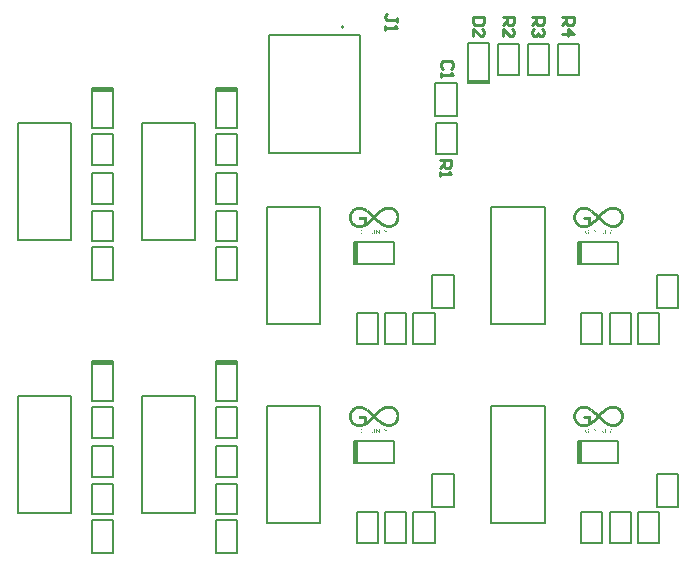
<source format=gto>
G04*
G04 #@! TF.GenerationSoftware,Altium Limited,Altium Designer,20.1.8 (145)*
G04*
G04 Layer_Color=65535*
%FSLAX25Y25*%
%MOIN*%
G70*
G04*
G04 #@! TF.SameCoordinates,97AE0E28-4285-446D-9869-D3FBB0DEE563*
G04*
G04*
G04 #@! TF.FilePolarity,Positive*
G04*
G01*
G75*
%ADD29C,0.00787*%
%ADD30R,0.07480X0.01181*%
%ADD31C,0.00500*%
%ADD32C,0.00866*%
%ADD33R,0.01181X0.07480*%
G36*
X205983Y140325D02*
X206215D01*
Y140302D01*
X206355D01*
Y140279D01*
X206471D01*
Y140255D01*
X206587D01*
Y140232D01*
X206680D01*
Y140209D01*
X206750D01*
Y140186D01*
X206843D01*
Y140162D01*
X206913D01*
Y140139D01*
X206982D01*
Y140116D01*
X207052D01*
Y140093D01*
X207122D01*
Y140069D01*
X207168D01*
Y140046D01*
X207238D01*
Y140023D01*
X207285D01*
Y140000D01*
X207354D01*
Y139976D01*
X207401D01*
Y139953D01*
X207447D01*
Y139930D01*
X207494D01*
Y139907D01*
X207540D01*
Y139883D01*
X207587D01*
Y139860D01*
X207633D01*
Y139837D01*
X207680D01*
Y139814D01*
X207726D01*
Y139790D01*
X207773D01*
Y139767D01*
X207819D01*
Y139744D01*
X207866D01*
Y139721D01*
X207912D01*
Y139697D01*
X207959D01*
Y139674D01*
X207982D01*
Y139651D01*
X208029D01*
Y139628D01*
X208075D01*
Y139604D01*
X208098D01*
Y139581D01*
X208145D01*
Y139558D01*
X208191D01*
Y139535D01*
X208215D01*
Y139511D01*
X208238D01*
Y139488D01*
X208261D01*
Y139465D01*
X208284D01*
Y139442D01*
X208308D01*
Y139418D01*
X208331D01*
Y139395D01*
X208354D01*
Y139372D01*
Y139349D01*
X208377D01*
Y139325D01*
Y139302D01*
Y139279D01*
X208401D01*
Y139256D01*
Y139232D01*
Y139209D01*
Y139186D01*
X208424D01*
Y139163D01*
Y139139D01*
Y139116D01*
Y139093D01*
Y139070D01*
X208401D01*
Y139046D01*
Y139023D01*
Y139000D01*
Y138977D01*
X208377D01*
Y138953D01*
Y138930D01*
X208354D01*
Y138907D01*
Y138884D01*
X208331D01*
Y138860D01*
X208308D01*
Y138837D01*
Y138814D01*
X208284D01*
Y138791D01*
X208261D01*
Y138767D01*
X208215D01*
Y138744D01*
X208191D01*
Y138721D01*
X208145D01*
Y138698D01*
X208075D01*
Y138674D01*
X207959D01*
Y138651D01*
X207936D01*
Y138674D01*
X207796D01*
Y138698D01*
X207750D01*
Y138721D01*
X207703D01*
Y138744D01*
X207657D01*
Y138767D01*
X207610D01*
Y138791D01*
X207587D01*
Y138814D01*
X207540D01*
Y138837D01*
X207494D01*
Y138860D01*
X207471D01*
Y138884D01*
X207424D01*
Y138907D01*
X207378D01*
Y138930D01*
X207331D01*
Y138953D01*
X207285D01*
Y138977D01*
X207238D01*
Y139000D01*
X207192D01*
Y139023D01*
X207145D01*
Y139046D01*
X207099D01*
Y139070D01*
X207052D01*
Y139093D01*
X207006D01*
Y139116D01*
X206959D01*
Y139139D01*
X206889D01*
Y139163D01*
X206843D01*
Y139186D01*
X206773D01*
Y139209D01*
X206703D01*
Y139232D01*
X206634D01*
Y139256D01*
X206564D01*
Y139279D01*
X206494D01*
Y139302D01*
X206401D01*
Y139325D01*
X206285D01*
Y139349D01*
X206146D01*
Y139372D01*
X205960D01*
Y139395D01*
X205564D01*
Y139372D01*
X205355D01*
Y139349D01*
X205239D01*
Y139325D01*
X205146D01*
Y139302D01*
X205053D01*
Y139279D01*
X204983D01*
Y139256D01*
X204937D01*
Y139232D01*
X204867D01*
Y139209D01*
X204820D01*
Y139186D01*
X204750D01*
Y139163D01*
X204704D01*
Y139139D01*
X204658D01*
Y139116D01*
X204611D01*
Y139093D01*
X204588D01*
Y139070D01*
X204541D01*
Y139046D01*
X204495D01*
Y139023D01*
X204448D01*
Y139000D01*
X204425D01*
Y138977D01*
X204379D01*
Y138953D01*
X204355D01*
Y138930D01*
X204309D01*
Y138907D01*
X204286D01*
Y138884D01*
X204262D01*
Y138860D01*
X204216D01*
Y138837D01*
X204192D01*
Y138814D01*
X204169D01*
Y138791D01*
X204146D01*
Y138767D01*
X204099D01*
Y138744D01*
X204076D01*
Y138721D01*
X204053D01*
Y138698D01*
X204030D01*
Y138674D01*
X204007D01*
Y138651D01*
X203983D01*
Y138628D01*
X203960D01*
Y138605D01*
X203937D01*
Y138581D01*
X203914D01*
Y138558D01*
X203890D01*
Y138535D01*
X203867D01*
Y138512D01*
X203844D01*
Y138488D01*
Y138465D01*
X203821D01*
Y138442D01*
X203797D01*
Y138419D01*
X203774D01*
Y138395D01*
X203751D01*
Y138372D01*
Y138349D01*
X203728D01*
Y138326D01*
X203704D01*
Y138302D01*
X203681D01*
Y138279D01*
Y138256D01*
X203658D01*
Y138233D01*
X203635D01*
Y138209D01*
Y138186D01*
X203611D01*
Y138163D01*
X203588D01*
Y138140D01*
Y138116D01*
X203565D01*
Y138093D01*
Y138070D01*
X203542D01*
Y138047D01*
X203518D01*
Y138023D01*
Y138000D01*
X203495D01*
Y137977D01*
Y137954D01*
X203472D01*
Y137930D01*
Y137907D01*
X203449D01*
Y137884D01*
Y137861D01*
X203425D01*
Y137837D01*
Y137814D01*
Y137791D01*
X203402D01*
Y137768D01*
Y137744D01*
X203379D01*
Y137721D01*
Y137698D01*
Y137675D01*
X203356D01*
Y137651D01*
Y137628D01*
X203332D01*
Y137605D01*
Y137582D01*
Y137558D01*
X203309D01*
Y137535D01*
Y137512D01*
Y137489D01*
Y137466D01*
X203286D01*
Y137442D01*
Y137419D01*
Y137396D01*
Y137373D01*
X203263D01*
Y137349D01*
Y137326D01*
Y137303D01*
Y137279D01*
Y137256D01*
X203239D01*
Y137233D01*
Y137210D01*
Y137187D01*
Y137163D01*
Y137140D01*
Y137117D01*
X203216D01*
Y137093D01*
Y137070D01*
Y137047D01*
Y137024D01*
Y137001D01*
Y136977D01*
Y136954D01*
Y136931D01*
Y136907D01*
Y136884D01*
Y136861D01*
Y136838D01*
Y136814D01*
Y136791D01*
X203193D01*
Y136768D01*
Y136745D01*
Y136722D01*
X203216D01*
Y136698D01*
Y136675D01*
Y136652D01*
Y136628D01*
Y136605D01*
Y136582D01*
Y136559D01*
Y136536D01*
Y136512D01*
Y136489D01*
Y136466D01*
Y136442D01*
Y136419D01*
Y136396D01*
X203239D01*
Y136373D01*
Y136349D01*
Y136326D01*
Y136303D01*
Y136280D01*
Y136257D01*
Y136233D01*
X203263D01*
Y136210D01*
Y136187D01*
Y136163D01*
Y136140D01*
X203286D01*
Y136117D01*
Y136094D01*
Y136071D01*
Y136047D01*
X203309D01*
Y136024D01*
Y136001D01*
Y135977D01*
Y135954D01*
X203332D01*
Y135931D01*
Y135908D01*
Y135884D01*
X203356D01*
Y135861D01*
Y135838D01*
Y135815D01*
X203379D01*
Y135792D01*
Y135768D01*
X203402D01*
Y135745D01*
Y135722D01*
X203425D01*
Y135698D01*
Y135675D01*
Y135652D01*
X203449D01*
Y135629D01*
Y135606D01*
X203472D01*
Y135582D01*
Y135559D01*
X203495D01*
Y135536D01*
Y135512D01*
X203518D01*
Y135489D01*
Y135466D01*
X203542D01*
Y135443D01*
X203565D01*
Y135419D01*
Y135396D01*
X203588D01*
Y135373D01*
Y135350D01*
X203611D01*
Y135327D01*
X203635D01*
Y135303D01*
Y135280D01*
X203658D01*
Y135257D01*
X203681D01*
Y135233D01*
Y135210D01*
X203704D01*
Y135187D01*
X203728D01*
Y135164D01*
X203751D01*
Y135141D01*
Y135117D01*
X203774D01*
Y135094D01*
X203797D01*
Y135071D01*
X203821D01*
Y135047D01*
X203844D01*
Y135024D01*
X203867D01*
Y135001D01*
Y134978D01*
X203890D01*
Y134955D01*
X203914D01*
Y134931D01*
X203937D01*
Y134908D01*
X203960D01*
Y134885D01*
X203983D01*
Y134862D01*
X204007D01*
Y134838D01*
X204053D01*
Y134815D01*
X204076D01*
Y134792D01*
X204099D01*
Y134769D01*
X204123D01*
Y134745D01*
X204146D01*
Y134722D01*
X204169D01*
Y134699D01*
X204216D01*
Y134676D01*
X204239D01*
Y134652D01*
X204262D01*
Y134629D01*
X204309D01*
Y134606D01*
X204332D01*
Y134583D01*
X204379D01*
Y134559D01*
X204402D01*
Y134536D01*
X204448D01*
Y134513D01*
X204495D01*
Y134490D01*
X204541D01*
Y134466D01*
X204588D01*
Y134443D01*
X204634D01*
Y134420D01*
X204681D01*
Y134397D01*
X204727D01*
Y134373D01*
X204774D01*
Y134350D01*
X204843D01*
Y134327D01*
X204913D01*
Y134304D01*
X204983D01*
Y134280D01*
X205053D01*
Y134257D01*
X205146D01*
Y134234D01*
X205262D01*
Y134211D01*
X205425D01*
Y134187D01*
X205727D01*
Y134164D01*
X205913D01*
Y134187D01*
X206215D01*
Y134211D01*
X206378D01*
Y134234D01*
X206494D01*
Y134257D01*
X206587D01*
Y134280D01*
X206680D01*
Y134304D01*
X206773D01*
Y134327D01*
X206843D01*
Y134350D01*
X206913D01*
Y134373D01*
X206959D01*
Y134397D01*
X207029D01*
Y134420D01*
X207075D01*
Y134443D01*
X207145D01*
Y134466D01*
X207192D01*
Y134490D01*
X207238D01*
Y134513D01*
X207285D01*
Y134536D01*
Y134559D01*
Y134583D01*
Y134606D01*
Y134629D01*
Y134652D01*
Y134676D01*
Y134699D01*
Y134722D01*
Y134745D01*
Y134769D01*
Y134792D01*
Y134815D01*
Y134838D01*
Y134862D01*
Y134885D01*
Y134908D01*
Y134931D01*
Y134955D01*
Y134978D01*
Y135001D01*
Y135024D01*
Y135047D01*
Y135071D01*
Y135094D01*
Y135117D01*
Y135141D01*
Y135164D01*
Y135187D01*
Y135210D01*
Y135233D01*
Y135257D01*
Y135280D01*
Y135303D01*
Y135327D01*
Y135350D01*
Y135373D01*
Y135396D01*
Y135419D01*
Y135443D01*
Y135466D01*
Y135489D01*
Y135512D01*
Y135536D01*
Y135559D01*
Y135582D01*
Y135606D01*
Y135629D01*
Y135652D01*
Y135675D01*
Y135698D01*
Y135722D01*
Y135745D01*
Y135768D01*
Y135792D01*
Y135815D01*
Y135838D01*
Y135861D01*
Y135884D01*
Y135908D01*
Y135931D01*
Y135954D01*
Y135977D01*
Y136001D01*
X207261D01*
Y136024D01*
X205913D01*
Y136047D01*
X205867D01*
Y136071D01*
X205820D01*
Y136094D01*
X205773D01*
Y136117D01*
X205750D01*
Y136140D01*
X205727D01*
Y136163D01*
X205704D01*
Y136187D01*
X205680D01*
Y136210D01*
X205657D01*
Y136233D01*
X205634D01*
Y136257D01*
Y136280D01*
X205611D01*
Y136303D01*
Y136326D01*
X205588D01*
Y136349D01*
Y136373D01*
Y136396D01*
Y136419D01*
X205564D01*
Y136442D01*
Y136466D01*
Y136489D01*
Y136512D01*
Y136536D01*
Y136559D01*
X205588D01*
Y136582D01*
Y136605D01*
Y136628D01*
Y136652D01*
X205611D01*
Y136675D01*
Y136698D01*
X205634D01*
Y136722D01*
Y136745D01*
X205657D01*
Y136768D01*
Y136791D01*
X205680D01*
Y136814D01*
X205704D01*
Y136838D01*
X205727D01*
Y136861D01*
X205773D01*
Y136884D01*
X205797D01*
Y136907D01*
X205843D01*
Y136931D01*
X205890D01*
Y136954D01*
X206006D01*
Y136977D01*
X207796D01*
Y136954D01*
X207889D01*
Y136931D01*
X207959D01*
Y136907D01*
X208005D01*
Y136884D01*
X208029D01*
Y136861D01*
X208052D01*
Y136838D01*
X208098D01*
Y136814D01*
Y136791D01*
X208122D01*
Y136768D01*
X208145D01*
Y136745D01*
X208168D01*
Y136722D01*
Y136698D01*
X208191D01*
Y136675D01*
Y136652D01*
Y136628D01*
X208215D01*
Y136605D01*
Y136582D01*
Y136559D01*
Y136536D01*
Y136512D01*
X208238D01*
Y136489D01*
Y136466D01*
Y136442D01*
Y136419D01*
Y136396D01*
Y136373D01*
Y136349D01*
Y136326D01*
Y136303D01*
Y136280D01*
Y136257D01*
Y136233D01*
Y136210D01*
Y136187D01*
Y136163D01*
Y136140D01*
Y136117D01*
Y136094D01*
Y136071D01*
Y136047D01*
Y136024D01*
Y136001D01*
Y135977D01*
Y135954D01*
Y135931D01*
Y135908D01*
Y135884D01*
Y135861D01*
Y135838D01*
Y135815D01*
Y135792D01*
Y135768D01*
Y135745D01*
Y135722D01*
Y135698D01*
Y135675D01*
Y135652D01*
Y135629D01*
Y135606D01*
Y135582D01*
Y135559D01*
Y135536D01*
Y135512D01*
Y135489D01*
Y135466D01*
Y135443D01*
Y135419D01*
Y135396D01*
Y135373D01*
Y135350D01*
Y135327D01*
Y135303D01*
Y135280D01*
Y135257D01*
Y135233D01*
Y135210D01*
Y135187D01*
Y135164D01*
Y135141D01*
Y135117D01*
Y135094D01*
Y135071D01*
Y135047D01*
Y135024D01*
Y135001D01*
Y134978D01*
Y134955D01*
Y134931D01*
Y134908D01*
Y134885D01*
Y134862D01*
Y134838D01*
Y134815D01*
Y134792D01*
Y134769D01*
Y134745D01*
Y134722D01*
Y134699D01*
Y134676D01*
Y134652D01*
Y134629D01*
Y134606D01*
Y134583D01*
Y134559D01*
Y134536D01*
Y134513D01*
Y134490D01*
Y134466D01*
Y134443D01*
Y134420D01*
Y134397D01*
Y134373D01*
Y134350D01*
Y134327D01*
Y134304D01*
Y134280D01*
Y134257D01*
Y134234D01*
Y134211D01*
X208215D01*
Y134187D01*
Y134164D01*
Y134141D01*
Y134118D01*
Y134094D01*
X208191D01*
Y134071D01*
Y134048D01*
Y134025D01*
X208168D01*
Y134001D01*
Y133978D01*
X208145D01*
Y133955D01*
X208122D01*
Y133932D01*
Y133908D01*
X208098D01*
Y133885D01*
X208075D01*
Y133862D01*
X208029D01*
Y133839D01*
X208005D01*
Y133815D01*
X207959D01*
Y133792D01*
X207912D01*
Y133769D01*
X207866D01*
Y133746D01*
X207819D01*
Y133722D01*
X207773D01*
Y133699D01*
X207726D01*
Y133676D01*
X207680D01*
Y133653D01*
X207633D01*
Y133629D01*
X207587D01*
Y133606D01*
X207540D01*
Y133583D01*
X207471D01*
Y133560D01*
X207424D01*
Y133536D01*
X207354D01*
Y133513D01*
X207308D01*
Y133490D01*
X207238D01*
Y133467D01*
X207168D01*
Y133443D01*
X207099D01*
Y133420D01*
X207029D01*
Y133397D01*
X206959D01*
Y133374D01*
X206866D01*
Y133350D01*
X206773D01*
Y133327D01*
X206680D01*
Y133304D01*
X206564D01*
Y133281D01*
X206424D01*
Y133257D01*
X206239D01*
Y133234D01*
X205401D01*
Y133257D01*
X205216D01*
Y133281D01*
X205076D01*
Y133304D01*
X204983D01*
Y133327D01*
X204867D01*
Y133350D01*
X204797D01*
Y133374D01*
X204704D01*
Y133397D01*
X204634D01*
Y133420D01*
X204564D01*
Y133443D01*
X204495D01*
Y133467D01*
X204448D01*
Y133490D01*
X204379D01*
Y133513D01*
X204332D01*
Y133536D01*
X204286D01*
Y133560D01*
X204239D01*
Y133583D01*
X204169D01*
Y133606D01*
X204123D01*
Y133629D01*
X204099D01*
Y133653D01*
X204053D01*
Y133676D01*
X204007D01*
Y133699D01*
X203960D01*
Y133722D01*
X203937D01*
Y133746D01*
X203890D01*
Y133769D01*
X203844D01*
Y133792D01*
X203821D01*
Y133815D01*
X203774D01*
Y133839D01*
X203751D01*
Y133862D01*
X203704D01*
Y133885D01*
X203681D01*
Y133908D01*
X203658D01*
Y133932D01*
X203611D01*
Y133955D01*
X203588D01*
Y133978D01*
X203565D01*
Y134001D01*
X203542D01*
Y134025D01*
X203495D01*
Y134048D01*
X203472D01*
Y134071D01*
X203449D01*
Y134094D01*
X203425D01*
Y134118D01*
X203402D01*
Y134141D01*
X203379D01*
Y134164D01*
X203356D01*
Y134187D01*
X203332D01*
Y134211D01*
X203309D01*
Y134234D01*
X203286D01*
Y134257D01*
X203263D01*
Y134280D01*
X203239D01*
Y134304D01*
X203216D01*
Y134327D01*
X203193D01*
Y134350D01*
X203170D01*
Y134373D01*
X203146D01*
Y134397D01*
X203123D01*
Y134420D01*
X203100D01*
Y134443D01*
Y134466D01*
X203077D01*
Y134490D01*
X203053D01*
Y134513D01*
X203030D01*
Y134536D01*
X203007D01*
Y134559D01*
X202984D01*
Y134583D01*
Y134606D01*
X202960D01*
Y134629D01*
X202937D01*
Y134652D01*
Y134676D01*
X202914D01*
Y134699D01*
X202891D01*
Y134722D01*
X202867D01*
Y134745D01*
Y134769D01*
X202844D01*
Y134792D01*
X202821D01*
Y134815D01*
Y134838D01*
X202798D01*
Y134862D01*
Y134885D01*
X202774D01*
Y134908D01*
X202751D01*
Y134931D01*
Y134955D01*
X202728D01*
Y134978D01*
Y135001D01*
X202705D01*
Y135024D01*
X202681D01*
Y135047D01*
Y135071D01*
X202658D01*
Y135094D01*
Y135117D01*
X202635D01*
Y135141D01*
Y135164D01*
X202612D01*
Y135187D01*
Y135210D01*
X202588D01*
Y135233D01*
Y135257D01*
X202565D01*
Y135280D01*
Y135303D01*
Y135327D01*
X202542D01*
Y135350D01*
Y135373D01*
X202519D01*
Y135396D01*
Y135419D01*
X202495D01*
Y135443D01*
Y135466D01*
Y135489D01*
X202472D01*
Y135512D01*
Y135536D01*
Y135559D01*
X202449D01*
Y135582D01*
Y135606D01*
Y135629D01*
X202426D01*
Y135652D01*
Y135675D01*
Y135698D01*
X202402D01*
Y135722D01*
Y135745D01*
Y135768D01*
X202379D01*
Y135792D01*
Y135815D01*
Y135838D01*
Y135861D01*
X202356D01*
Y135884D01*
Y135908D01*
Y135931D01*
Y135954D01*
X202333D01*
Y135977D01*
Y136001D01*
Y136024D01*
Y136047D01*
Y136071D01*
X202309D01*
Y136094D01*
Y136117D01*
Y136140D01*
Y136163D01*
Y136187D01*
Y136210D01*
X202286D01*
Y136233D01*
Y136257D01*
Y136280D01*
Y136303D01*
Y136326D01*
Y136349D01*
Y136373D01*
X202263D01*
Y136396D01*
Y136419D01*
Y136442D01*
Y136466D01*
Y136489D01*
Y136512D01*
Y136536D01*
Y136559D01*
Y136582D01*
Y136605D01*
Y136628D01*
Y136652D01*
Y136675D01*
Y136698D01*
Y136722D01*
Y136745D01*
Y136768D01*
Y136791D01*
Y136814D01*
Y136838D01*
Y136861D01*
Y136884D01*
Y136907D01*
Y136931D01*
Y136954D01*
Y136977D01*
Y137001D01*
Y137024D01*
Y137047D01*
Y137070D01*
Y137093D01*
Y137117D01*
X202286D01*
Y137140D01*
Y137163D01*
Y137187D01*
Y137210D01*
Y137233D01*
Y137256D01*
Y137279D01*
Y137303D01*
X202309D01*
Y137326D01*
Y137349D01*
Y137373D01*
Y137396D01*
Y137419D01*
Y137442D01*
X202333D01*
Y137466D01*
Y137489D01*
Y137512D01*
Y137535D01*
Y137558D01*
X202356D01*
Y137582D01*
Y137605D01*
Y137628D01*
Y137651D01*
X202379D01*
Y137675D01*
Y137698D01*
Y137721D01*
Y137744D01*
X202402D01*
Y137768D01*
Y137791D01*
Y137814D01*
X202426D01*
Y137837D01*
Y137861D01*
Y137884D01*
X202449D01*
Y137907D01*
Y137930D01*
Y137954D01*
X202472D01*
Y137977D01*
Y138000D01*
Y138023D01*
X202495D01*
Y138047D01*
Y138070D01*
Y138093D01*
X202519D01*
Y138116D01*
Y138140D01*
X202542D01*
Y138163D01*
Y138186D01*
X202565D01*
Y138209D01*
Y138233D01*
Y138256D01*
X202588D01*
Y138279D01*
Y138302D01*
X202612D01*
Y138326D01*
Y138349D01*
X202635D01*
Y138372D01*
Y138395D01*
X202658D01*
Y138419D01*
Y138442D01*
X202681D01*
Y138465D01*
Y138488D01*
X202705D01*
Y138512D01*
X202728D01*
Y138535D01*
Y138558D01*
X202751D01*
Y138581D01*
Y138605D01*
X202774D01*
Y138628D01*
Y138651D01*
X202798D01*
Y138674D01*
X202821D01*
Y138698D01*
Y138721D01*
X202844D01*
Y138744D01*
X202867D01*
Y138767D01*
Y138791D01*
X202891D01*
Y138814D01*
X202914D01*
Y138837D01*
Y138860D01*
X202937D01*
Y138884D01*
X202960D01*
Y138907D01*
X202984D01*
Y138930D01*
Y138953D01*
X203007D01*
Y138977D01*
X203030D01*
Y139000D01*
X203053D01*
Y139023D01*
X203077D01*
Y139046D01*
Y139070D01*
X203100D01*
Y139093D01*
X203123D01*
Y139116D01*
X203146D01*
Y139139D01*
X203170D01*
Y139163D01*
X203193D01*
Y139186D01*
X203216D01*
Y139209D01*
X203239D01*
Y139232D01*
X203263D01*
Y139256D01*
X203286D01*
Y139279D01*
X203309D01*
Y139302D01*
X203332D01*
Y139325D01*
X203356D01*
Y139349D01*
X203379D01*
Y139372D01*
X203402D01*
Y139395D01*
X203425D01*
Y139418D01*
X203449D01*
Y139442D01*
X203472D01*
Y139465D01*
X203495D01*
Y139488D01*
X203518D01*
Y139511D01*
X203542D01*
Y139535D01*
X203588D01*
Y139558D01*
X203611D01*
Y139581D01*
X203635D01*
Y139604D01*
X203658D01*
Y139628D01*
X203704D01*
Y139651D01*
X203728D01*
Y139674D01*
X203774D01*
Y139697D01*
X203797D01*
Y139721D01*
X203821D01*
Y139744D01*
X203867D01*
Y139767D01*
X203890D01*
Y139790D01*
X203937D01*
Y139814D01*
X203983D01*
Y139837D01*
X204007D01*
Y139860D01*
X204053D01*
Y139883D01*
X204099D01*
Y139907D01*
X204123D01*
Y139930D01*
X204169D01*
Y139953D01*
X204216D01*
Y139976D01*
X204262D01*
Y140000D01*
X204309D01*
Y140023D01*
X204379D01*
Y140046D01*
X204425D01*
Y140069D01*
X204471D01*
Y140093D01*
X204541D01*
Y140116D01*
X204588D01*
Y140139D01*
X204658D01*
Y140162D01*
X204727D01*
Y140186D01*
X204797D01*
Y140209D01*
X204867D01*
Y140232D01*
X204960D01*
Y140255D01*
X205053D01*
Y140279D01*
X205169D01*
Y140302D01*
X205332D01*
Y140325D01*
X205541D01*
Y140348D01*
X205983D01*
Y140325D01*
D02*
G37*
G36*
X131180D02*
X131412D01*
Y140302D01*
X131552D01*
Y140279D01*
X131668D01*
Y140255D01*
X131784D01*
Y140232D01*
X131877D01*
Y140209D01*
X131947D01*
Y140186D01*
X132040D01*
Y140162D01*
X132109D01*
Y140139D01*
X132179D01*
Y140116D01*
X132249D01*
Y140093D01*
X132319D01*
Y140069D01*
X132365D01*
Y140046D01*
X132435D01*
Y140023D01*
X132482D01*
Y140000D01*
X132551D01*
Y139976D01*
X132598D01*
Y139953D01*
X132644D01*
Y139930D01*
X132691D01*
Y139907D01*
X132737D01*
Y139883D01*
X132784D01*
Y139860D01*
X132830D01*
Y139837D01*
X132877D01*
Y139814D01*
X132923D01*
Y139790D01*
X132970D01*
Y139767D01*
X133016D01*
Y139744D01*
X133063D01*
Y139721D01*
X133109D01*
Y139697D01*
X133156D01*
Y139674D01*
X133179D01*
Y139651D01*
X133226D01*
Y139628D01*
X133272D01*
Y139604D01*
X133295D01*
Y139581D01*
X133342D01*
Y139558D01*
X133388D01*
Y139535D01*
X133412D01*
Y139511D01*
X133435D01*
Y139488D01*
X133458D01*
Y139465D01*
X133481D01*
Y139442D01*
X133504D01*
Y139418D01*
X133528D01*
Y139395D01*
X133551D01*
Y139372D01*
Y139349D01*
X133574D01*
Y139325D01*
Y139302D01*
Y139279D01*
X133598D01*
Y139256D01*
Y139232D01*
Y139209D01*
Y139186D01*
X133621D01*
Y139163D01*
Y139139D01*
Y139116D01*
Y139093D01*
Y139070D01*
X133598D01*
Y139046D01*
Y139023D01*
Y139000D01*
Y138977D01*
X133574D01*
Y138953D01*
Y138930D01*
X133551D01*
Y138907D01*
Y138884D01*
X133528D01*
Y138860D01*
X133504D01*
Y138837D01*
Y138814D01*
X133481D01*
Y138791D01*
X133458D01*
Y138767D01*
X133412D01*
Y138744D01*
X133388D01*
Y138721D01*
X133342D01*
Y138698D01*
X133272D01*
Y138674D01*
X133156D01*
Y138651D01*
X133133D01*
Y138674D01*
X132993D01*
Y138698D01*
X132947D01*
Y138721D01*
X132900D01*
Y138744D01*
X132853D01*
Y138767D01*
X132807D01*
Y138791D01*
X132784D01*
Y138814D01*
X132737D01*
Y138837D01*
X132691D01*
Y138860D01*
X132668D01*
Y138884D01*
X132621D01*
Y138907D01*
X132574D01*
Y138930D01*
X132528D01*
Y138953D01*
X132482D01*
Y138977D01*
X132435D01*
Y139000D01*
X132388D01*
Y139023D01*
X132342D01*
Y139046D01*
X132296D01*
Y139070D01*
X132249D01*
Y139093D01*
X132202D01*
Y139116D01*
X132156D01*
Y139139D01*
X132086D01*
Y139163D01*
X132040D01*
Y139186D01*
X131970D01*
Y139209D01*
X131900D01*
Y139232D01*
X131831D01*
Y139256D01*
X131761D01*
Y139279D01*
X131691D01*
Y139302D01*
X131598D01*
Y139325D01*
X131482D01*
Y139349D01*
X131342D01*
Y139372D01*
X131156D01*
Y139395D01*
X130761D01*
Y139372D01*
X130552D01*
Y139349D01*
X130436D01*
Y139325D01*
X130343D01*
Y139302D01*
X130250D01*
Y139279D01*
X130180D01*
Y139256D01*
X130133D01*
Y139232D01*
X130064D01*
Y139209D01*
X130017D01*
Y139186D01*
X129947D01*
Y139163D01*
X129901D01*
Y139139D01*
X129854D01*
Y139116D01*
X129808D01*
Y139093D01*
X129785D01*
Y139070D01*
X129738D01*
Y139046D01*
X129692D01*
Y139023D01*
X129645D01*
Y139000D01*
X129622D01*
Y138977D01*
X129575D01*
Y138953D01*
X129552D01*
Y138930D01*
X129506D01*
Y138907D01*
X129482D01*
Y138884D01*
X129459D01*
Y138860D01*
X129413D01*
Y138837D01*
X129389D01*
Y138814D01*
X129366D01*
Y138791D01*
X129343D01*
Y138767D01*
X129296D01*
Y138744D01*
X129273D01*
Y138721D01*
X129250D01*
Y138698D01*
X129227D01*
Y138674D01*
X129203D01*
Y138651D01*
X129180D01*
Y138628D01*
X129157D01*
Y138605D01*
X129134D01*
Y138581D01*
X129110D01*
Y138558D01*
X129087D01*
Y138535D01*
X129064D01*
Y138512D01*
X129041D01*
Y138488D01*
Y138465D01*
X129017D01*
Y138442D01*
X128994D01*
Y138419D01*
X128971D01*
Y138395D01*
X128948D01*
Y138372D01*
Y138349D01*
X128924D01*
Y138326D01*
X128901D01*
Y138302D01*
X128878D01*
Y138279D01*
Y138256D01*
X128855D01*
Y138233D01*
X128831D01*
Y138209D01*
Y138186D01*
X128808D01*
Y138163D01*
X128785D01*
Y138140D01*
Y138116D01*
X128762D01*
Y138093D01*
Y138070D01*
X128738D01*
Y138047D01*
X128715D01*
Y138023D01*
Y138000D01*
X128692D01*
Y137977D01*
Y137954D01*
X128669D01*
Y137930D01*
Y137907D01*
X128645D01*
Y137884D01*
Y137861D01*
X128622D01*
Y137837D01*
Y137814D01*
Y137791D01*
X128599D01*
Y137768D01*
Y137744D01*
X128576D01*
Y137721D01*
Y137698D01*
Y137675D01*
X128552D01*
Y137651D01*
Y137628D01*
X128529D01*
Y137605D01*
Y137582D01*
Y137558D01*
X128506D01*
Y137535D01*
Y137512D01*
Y137489D01*
Y137466D01*
X128483D01*
Y137442D01*
Y137419D01*
Y137396D01*
Y137373D01*
X128459D01*
Y137349D01*
Y137326D01*
Y137303D01*
Y137279D01*
Y137256D01*
X128436D01*
Y137233D01*
Y137210D01*
Y137187D01*
Y137163D01*
Y137140D01*
Y137117D01*
X128413D01*
Y137093D01*
Y137070D01*
Y137047D01*
Y137024D01*
Y137001D01*
Y136977D01*
Y136954D01*
Y136931D01*
Y136907D01*
Y136884D01*
Y136861D01*
Y136838D01*
Y136814D01*
Y136791D01*
X128390D01*
Y136768D01*
Y136745D01*
Y136722D01*
X128413D01*
Y136698D01*
Y136675D01*
Y136652D01*
Y136628D01*
Y136605D01*
Y136582D01*
Y136559D01*
Y136536D01*
Y136512D01*
Y136489D01*
Y136466D01*
Y136442D01*
Y136419D01*
Y136396D01*
X128436D01*
Y136373D01*
Y136349D01*
Y136326D01*
Y136303D01*
Y136280D01*
Y136257D01*
Y136233D01*
X128459D01*
Y136210D01*
Y136187D01*
Y136163D01*
Y136140D01*
X128483D01*
Y136117D01*
Y136094D01*
Y136071D01*
Y136047D01*
X128506D01*
Y136024D01*
Y136001D01*
Y135977D01*
Y135954D01*
X128529D01*
Y135931D01*
Y135908D01*
Y135884D01*
X128552D01*
Y135861D01*
Y135838D01*
Y135815D01*
X128576D01*
Y135792D01*
Y135768D01*
X128599D01*
Y135745D01*
Y135722D01*
X128622D01*
Y135698D01*
Y135675D01*
Y135652D01*
X128645D01*
Y135629D01*
Y135606D01*
X128669D01*
Y135582D01*
Y135559D01*
X128692D01*
Y135536D01*
Y135512D01*
X128715D01*
Y135489D01*
Y135466D01*
X128738D01*
Y135443D01*
X128762D01*
Y135419D01*
Y135396D01*
X128785D01*
Y135373D01*
Y135350D01*
X128808D01*
Y135327D01*
X128831D01*
Y135303D01*
Y135280D01*
X128855D01*
Y135257D01*
X128878D01*
Y135233D01*
Y135210D01*
X128901D01*
Y135187D01*
X128924D01*
Y135164D01*
X128948D01*
Y135141D01*
Y135117D01*
X128971D01*
Y135094D01*
X128994D01*
Y135071D01*
X129017D01*
Y135047D01*
X129041D01*
Y135024D01*
X129064D01*
Y135001D01*
Y134978D01*
X129087D01*
Y134955D01*
X129110D01*
Y134931D01*
X129134D01*
Y134908D01*
X129157D01*
Y134885D01*
X129180D01*
Y134862D01*
X129203D01*
Y134838D01*
X129250D01*
Y134815D01*
X129273D01*
Y134792D01*
X129296D01*
Y134769D01*
X129320D01*
Y134745D01*
X129343D01*
Y134722D01*
X129366D01*
Y134699D01*
X129413D01*
Y134676D01*
X129436D01*
Y134652D01*
X129459D01*
Y134629D01*
X129506D01*
Y134606D01*
X129529D01*
Y134583D01*
X129575D01*
Y134559D01*
X129599D01*
Y134536D01*
X129645D01*
Y134513D01*
X129692D01*
Y134490D01*
X129738D01*
Y134466D01*
X129785D01*
Y134443D01*
X129831D01*
Y134420D01*
X129878D01*
Y134397D01*
X129924D01*
Y134373D01*
X129971D01*
Y134350D01*
X130040D01*
Y134327D01*
X130110D01*
Y134304D01*
X130180D01*
Y134280D01*
X130250D01*
Y134257D01*
X130343D01*
Y134234D01*
X130459D01*
Y134211D01*
X130622D01*
Y134187D01*
X130924D01*
Y134164D01*
X131110D01*
Y134187D01*
X131412D01*
Y134211D01*
X131575D01*
Y134234D01*
X131691D01*
Y134257D01*
X131784D01*
Y134280D01*
X131877D01*
Y134304D01*
X131970D01*
Y134327D01*
X132040D01*
Y134350D01*
X132109D01*
Y134373D01*
X132156D01*
Y134397D01*
X132226D01*
Y134420D01*
X132272D01*
Y134443D01*
X132342D01*
Y134466D01*
X132388D01*
Y134490D01*
X132435D01*
Y134513D01*
X132482D01*
Y134536D01*
Y134559D01*
Y134583D01*
Y134606D01*
Y134629D01*
Y134652D01*
Y134676D01*
Y134699D01*
Y134722D01*
Y134745D01*
Y134769D01*
Y134792D01*
Y134815D01*
Y134838D01*
Y134862D01*
Y134885D01*
Y134908D01*
Y134931D01*
Y134955D01*
Y134978D01*
Y135001D01*
Y135024D01*
Y135047D01*
Y135071D01*
Y135094D01*
Y135117D01*
Y135141D01*
Y135164D01*
Y135187D01*
Y135210D01*
Y135233D01*
Y135257D01*
Y135280D01*
Y135303D01*
Y135327D01*
Y135350D01*
Y135373D01*
Y135396D01*
Y135419D01*
Y135443D01*
Y135466D01*
Y135489D01*
Y135512D01*
Y135536D01*
Y135559D01*
Y135582D01*
Y135606D01*
Y135629D01*
Y135652D01*
Y135675D01*
Y135698D01*
Y135722D01*
Y135745D01*
Y135768D01*
Y135792D01*
Y135815D01*
Y135838D01*
Y135861D01*
Y135884D01*
Y135908D01*
Y135931D01*
Y135954D01*
Y135977D01*
Y136001D01*
X132458D01*
Y136024D01*
X131110D01*
Y136047D01*
X131063D01*
Y136071D01*
X131017D01*
Y136094D01*
X130970D01*
Y136117D01*
X130947D01*
Y136140D01*
X130924D01*
Y136163D01*
X130901D01*
Y136187D01*
X130877D01*
Y136210D01*
X130854D01*
Y136233D01*
X130831D01*
Y136257D01*
Y136280D01*
X130808D01*
Y136303D01*
Y136326D01*
X130784D01*
Y136349D01*
Y136373D01*
Y136396D01*
Y136419D01*
X130761D01*
Y136442D01*
Y136466D01*
Y136489D01*
Y136512D01*
Y136536D01*
Y136559D01*
X130784D01*
Y136582D01*
Y136605D01*
Y136628D01*
Y136652D01*
X130808D01*
Y136675D01*
Y136698D01*
X130831D01*
Y136722D01*
Y136745D01*
X130854D01*
Y136768D01*
Y136791D01*
X130877D01*
Y136814D01*
X130901D01*
Y136838D01*
X130924D01*
Y136861D01*
X130970D01*
Y136884D01*
X130994D01*
Y136907D01*
X131040D01*
Y136931D01*
X131087D01*
Y136954D01*
X131203D01*
Y136977D01*
X132993D01*
Y136954D01*
X133086D01*
Y136931D01*
X133156D01*
Y136907D01*
X133202D01*
Y136884D01*
X133226D01*
Y136861D01*
X133249D01*
Y136838D01*
X133295D01*
Y136814D01*
Y136791D01*
X133318D01*
Y136768D01*
X133342D01*
Y136745D01*
X133365D01*
Y136722D01*
Y136698D01*
X133388D01*
Y136675D01*
Y136652D01*
Y136628D01*
X133412D01*
Y136605D01*
Y136582D01*
Y136559D01*
Y136536D01*
Y136512D01*
X133435D01*
Y136489D01*
Y136466D01*
Y136442D01*
Y136419D01*
Y136396D01*
Y136373D01*
Y136349D01*
Y136326D01*
Y136303D01*
Y136280D01*
Y136257D01*
Y136233D01*
Y136210D01*
Y136187D01*
Y136163D01*
Y136140D01*
Y136117D01*
Y136094D01*
Y136071D01*
Y136047D01*
Y136024D01*
Y136001D01*
Y135977D01*
Y135954D01*
Y135931D01*
Y135908D01*
Y135884D01*
Y135861D01*
Y135838D01*
Y135815D01*
Y135792D01*
Y135768D01*
Y135745D01*
Y135722D01*
Y135698D01*
Y135675D01*
Y135652D01*
Y135629D01*
Y135606D01*
Y135582D01*
Y135559D01*
Y135536D01*
Y135512D01*
Y135489D01*
Y135466D01*
Y135443D01*
Y135419D01*
Y135396D01*
Y135373D01*
Y135350D01*
Y135327D01*
Y135303D01*
Y135280D01*
Y135257D01*
Y135233D01*
Y135210D01*
Y135187D01*
Y135164D01*
Y135141D01*
Y135117D01*
Y135094D01*
Y135071D01*
Y135047D01*
Y135024D01*
Y135001D01*
Y134978D01*
Y134955D01*
Y134931D01*
Y134908D01*
Y134885D01*
Y134862D01*
Y134838D01*
Y134815D01*
Y134792D01*
Y134769D01*
Y134745D01*
Y134722D01*
Y134699D01*
Y134676D01*
Y134652D01*
Y134629D01*
Y134606D01*
Y134583D01*
Y134559D01*
Y134536D01*
Y134513D01*
Y134490D01*
Y134466D01*
Y134443D01*
Y134420D01*
Y134397D01*
Y134373D01*
Y134350D01*
Y134327D01*
Y134304D01*
Y134280D01*
Y134257D01*
Y134234D01*
Y134211D01*
X133412D01*
Y134187D01*
Y134164D01*
Y134141D01*
Y134118D01*
Y134094D01*
X133388D01*
Y134071D01*
Y134048D01*
Y134025D01*
X133365D01*
Y134001D01*
Y133978D01*
X133342D01*
Y133955D01*
X133318D01*
Y133932D01*
Y133908D01*
X133295D01*
Y133885D01*
X133272D01*
Y133862D01*
X133226D01*
Y133839D01*
X133202D01*
Y133815D01*
X133156D01*
Y133792D01*
X133109D01*
Y133769D01*
X133063D01*
Y133746D01*
X133016D01*
Y133722D01*
X132970D01*
Y133699D01*
X132923D01*
Y133676D01*
X132877D01*
Y133653D01*
X132830D01*
Y133629D01*
X132784D01*
Y133606D01*
X132737D01*
Y133583D01*
X132668D01*
Y133560D01*
X132621D01*
Y133536D01*
X132551D01*
Y133513D01*
X132505D01*
Y133490D01*
X132435D01*
Y133467D01*
X132365D01*
Y133443D01*
X132296D01*
Y133420D01*
X132226D01*
Y133397D01*
X132156D01*
Y133374D01*
X132063D01*
Y133350D01*
X131970D01*
Y133327D01*
X131877D01*
Y133304D01*
X131761D01*
Y133281D01*
X131621D01*
Y133257D01*
X131435D01*
Y133234D01*
X130598D01*
Y133257D01*
X130412D01*
Y133281D01*
X130273D01*
Y133304D01*
X130180D01*
Y133327D01*
X130064D01*
Y133350D01*
X129994D01*
Y133374D01*
X129901D01*
Y133397D01*
X129831D01*
Y133420D01*
X129761D01*
Y133443D01*
X129692D01*
Y133467D01*
X129645D01*
Y133490D01*
X129575D01*
Y133513D01*
X129529D01*
Y133536D01*
X129482D01*
Y133560D01*
X129436D01*
Y133583D01*
X129366D01*
Y133606D01*
X129320D01*
Y133629D01*
X129296D01*
Y133653D01*
X129250D01*
Y133676D01*
X129203D01*
Y133699D01*
X129157D01*
Y133722D01*
X129134D01*
Y133746D01*
X129087D01*
Y133769D01*
X129041D01*
Y133792D01*
X129017D01*
Y133815D01*
X128971D01*
Y133839D01*
X128948D01*
Y133862D01*
X128901D01*
Y133885D01*
X128878D01*
Y133908D01*
X128855D01*
Y133932D01*
X128808D01*
Y133955D01*
X128785D01*
Y133978D01*
X128762D01*
Y134001D01*
X128738D01*
Y134025D01*
X128692D01*
Y134048D01*
X128669D01*
Y134071D01*
X128645D01*
Y134094D01*
X128622D01*
Y134118D01*
X128599D01*
Y134141D01*
X128576D01*
Y134164D01*
X128552D01*
Y134187D01*
X128529D01*
Y134211D01*
X128506D01*
Y134234D01*
X128483D01*
Y134257D01*
X128459D01*
Y134280D01*
X128436D01*
Y134304D01*
X128413D01*
Y134327D01*
X128390D01*
Y134350D01*
X128366D01*
Y134373D01*
X128343D01*
Y134397D01*
X128320D01*
Y134420D01*
X128297D01*
Y134443D01*
Y134466D01*
X128273D01*
Y134490D01*
X128250D01*
Y134513D01*
X128227D01*
Y134536D01*
X128204D01*
Y134559D01*
X128180D01*
Y134583D01*
Y134606D01*
X128157D01*
Y134629D01*
X128134D01*
Y134652D01*
Y134676D01*
X128111D01*
Y134699D01*
X128087D01*
Y134722D01*
X128064D01*
Y134745D01*
Y134769D01*
X128041D01*
Y134792D01*
X128018D01*
Y134815D01*
Y134838D01*
X127995D01*
Y134862D01*
Y134885D01*
X127971D01*
Y134908D01*
X127948D01*
Y134931D01*
Y134955D01*
X127925D01*
Y134978D01*
Y135001D01*
X127901D01*
Y135024D01*
X127878D01*
Y135047D01*
Y135071D01*
X127855D01*
Y135094D01*
Y135117D01*
X127832D01*
Y135141D01*
Y135164D01*
X127808D01*
Y135187D01*
Y135210D01*
X127785D01*
Y135233D01*
Y135257D01*
X127762D01*
Y135280D01*
Y135303D01*
Y135327D01*
X127739D01*
Y135350D01*
Y135373D01*
X127716D01*
Y135396D01*
Y135419D01*
X127692D01*
Y135443D01*
Y135466D01*
Y135489D01*
X127669D01*
Y135512D01*
Y135536D01*
Y135559D01*
X127646D01*
Y135582D01*
Y135606D01*
Y135629D01*
X127622D01*
Y135652D01*
Y135675D01*
Y135698D01*
X127599D01*
Y135722D01*
Y135745D01*
Y135768D01*
X127576D01*
Y135792D01*
Y135815D01*
Y135838D01*
Y135861D01*
X127553D01*
Y135884D01*
Y135908D01*
Y135931D01*
Y135954D01*
X127530D01*
Y135977D01*
Y136001D01*
Y136024D01*
Y136047D01*
Y136071D01*
X127506D01*
Y136094D01*
Y136117D01*
Y136140D01*
Y136163D01*
Y136187D01*
Y136210D01*
X127483D01*
Y136233D01*
Y136257D01*
Y136280D01*
Y136303D01*
Y136326D01*
Y136349D01*
Y136373D01*
X127460D01*
Y136396D01*
Y136419D01*
Y136442D01*
Y136466D01*
Y136489D01*
Y136512D01*
Y136536D01*
Y136559D01*
Y136582D01*
Y136605D01*
Y136628D01*
Y136652D01*
Y136675D01*
Y136698D01*
Y136722D01*
Y136745D01*
Y136768D01*
Y136791D01*
Y136814D01*
Y136838D01*
Y136861D01*
Y136884D01*
Y136907D01*
Y136931D01*
Y136954D01*
Y136977D01*
Y137001D01*
Y137024D01*
Y137047D01*
Y137070D01*
Y137093D01*
Y137117D01*
X127483D01*
Y137140D01*
Y137163D01*
Y137187D01*
Y137210D01*
Y137233D01*
Y137256D01*
Y137279D01*
Y137303D01*
X127506D01*
Y137326D01*
Y137349D01*
Y137373D01*
Y137396D01*
Y137419D01*
Y137442D01*
X127530D01*
Y137466D01*
Y137489D01*
Y137512D01*
Y137535D01*
Y137558D01*
X127553D01*
Y137582D01*
Y137605D01*
Y137628D01*
Y137651D01*
X127576D01*
Y137675D01*
Y137698D01*
Y137721D01*
Y137744D01*
X127599D01*
Y137768D01*
Y137791D01*
Y137814D01*
X127622D01*
Y137837D01*
Y137861D01*
Y137884D01*
X127646D01*
Y137907D01*
Y137930D01*
Y137954D01*
X127669D01*
Y137977D01*
Y138000D01*
Y138023D01*
X127692D01*
Y138047D01*
Y138070D01*
Y138093D01*
X127716D01*
Y138116D01*
Y138140D01*
X127739D01*
Y138163D01*
Y138186D01*
X127762D01*
Y138209D01*
Y138233D01*
Y138256D01*
X127785D01*
Y138279D01*
Y138302D01*
X127808D01*
Y138326D01*
Y138349D01*
X127832D01*
Y138372D01*
Y138395D01*
X127855D01*
Y138419D01*
Y138442D01*
X127878D01*
Y138465D01*
Y138488D01*
X127901D01*
Y138512D01*
X127925D01*
Y138535D01*
Y138558D01*
X127948D01*
Y138581D01*
Y138605D01*
X127971D01*
Y138628D01*
Y138651D01*
X127995D01*
Y138674D01*
X128018D01*
Y138698D01*
Y138721D01*
X128041D01*
Y138744D01*
X128064D01*
Y138767D01*
Y138791D01*
X128087D01*
Y138814D01*
X128111D01*
Y138837D01*
Y138860D01*
X128134D01*
Y138884D01*
X128157D01*
Y138907D01*
X128180D01*
Y138930D01*
Y138953D01*
X128204D01*
Y138977D01*
X128227D01*
Y139000D01*
X128250D01*
Y139023D01*
X128273D01*
Y139046D01*
Y139070D01*
X128297D01*
Y139093D01*
X128320D01*
Y139116D01*
X128343D01*
Y139139D01*
X128366D01*
Y139163D01*
X128390D01*
Y139186D01*
X128413D01*
Y139209D01*
X128436D01*
Y139232D01*
X128459D01*
Y139256D01*
X128483D01*
Y139279D01*
X128506D01*
Y139302D01*
X128529D01*
Y139325D01*
X128552D01*
Y139349D01*
X128576D01*
Y139372D01*
X128599D01*
Y139395D01*
X128622D01*
Y139418D01*
X128645D01*
Y139442D01*
X128669D01*
Y139465D01*
X128692D01*
Y139488D01*
X128715D01*
Y139511D01*
X128738D01*
Y139535D01*
X128785D01*
Y139558D01*
X128808D01*
Y139581D01*
X128831D01*
Y139604D01*
X128855D01*
Y139628D01*
X128901D01*
Y139651D01*
X128924D01*
Y139674D01*
X128971D01*
Y139697D01*
X128994D01*
Y139721D01*
X129017D01*
Y139744D01*
X129064D01*
Y139767D01*
X129087D01*
Y139790D01*
X129134D01*
Y139814D01*
X129180D01*
Y139837D01*
X129203D01*
Y139860D01*
X129250D01*
Y139883D01*
X129296D01*
Y139907D01*
X129320D01*
Y139930D01*
X129366D01*
Y139953D01*
X129413D01*
Y139976D01*
X129459D01*
Y140000D01*
X129506D01*
Y140023D01*
X129575D01*
Y140046D01*
X129622D01*
Y140069D01*
X129668D01*
Y140093D01*
X129738D01*
Y140116D01*
X129785D01*
Y140139D01*
X129854D01*
Y140162D01*
X129924D01*
Y140186D01*
X129994D01*
Y140209D01*
X130064D01*
Y140232D01*
X130157D01*
Y140255D01*
X130250D01*
Y140279D01*
X130366D01*
Y140302D01*
X130529D01*
Y140325D01*
X130738D01*
Y140348D01*
X131180D01*
Y140325D01*
D02*
G37*
G36*
X215840Y140348D02*
X216073D01*
Y140325D01*
X216212D01*
Y140302D01*
X216352D01*
Y140279D01*
X216445D01*
Y140255D01*
X216538D01*
Y140232D01*
X216631D01*
Y140209D01*
X216701D01*
Y140186D01*
X216770D01*
Y140162D01*
X216840D01*
Y140139D01*
X216886D01*
Y140116D01*
X216956D01*
Y140093D01*
X217003D01*
Y140069D01*
X217073D01*
Y140046D01*
X217119D01*
Y140023D01*
X217165D01*
Y140000D01*
X217212D01*
Y139976D01*
X217259D01*
Y139953D01*
X217305D01*
Y139930D01*
X217352D01*
Y139907D01*
X217375D01*
Y139883D01*
X217421D01*
Y139860D01*
X217468D01*
Y139837D01*
X217491D01*
Y139814D01*
X217537D01*
Y139790D01*
X217561D01*
Y139767D01*
X217607D01*
Y139744D01*
X217631D01*
Y139721D01*
X217677D01*
Y139697D01*
X217700D01*
Y139674D01*
X217723D01*
Y139651D01*
X217770D01*
Y139628D01*
X217793D01*
Y139604D01*
X217816D01*
Y139581D01*
X217840D01*
Y139558D01*
X217886D01*
Y139535D01*
X217910D01*
Y139511D01*
X217933D01*
Y139488D01*
X217956D01*
Y139465D01*
X217979D01*
Y139442D01*
X218003D01*
Y139418D01*
X218026D01*
Y139395D01*
X218049D01*
Y139372D01*
X218072D01*
Y139349D01*
X218095D01*
Y139325D01*
X218119D01*
Y139302D01*
X218142D01*
Y139279D01*
X218165D01*
Y139256D01*
X218189D01*
Y139232D01*
X218212D01*
Y139209D01*
X218235D01*
Y139186D01*
X218258D01*
Y139163D01*
X218282D01*
Y139139D01*
Y139116D01*
X218305D01*
Y139093D01*
X218328D01*
Y139070D01*
X218351D01*
Y139046D01*
X218374D01*
Y139023D01*
Y139000D01*
X218398D01*
Y138977D01*
X218421D01*
Y138953D01*
X218444D01*
Y138930D01*
Y138907D01*
X218467D01*
Y138884D01*
X218491D01*
Y138860D01*
X218514D01*
Y138837D01*
Y138814D01*
X218537D01*
Y138791D01*
Y138767D01*
X218561D01*
Y138744D01*
X218584D01*
Y138721D01*
Y138698D01*
X218607D01*
Y138674D01*
X218630D01*
Y138651D01*
Y138628D01*
X218653D01*
Y138605D01*
Y138581D01*
X218677D01*
Y138558D01*
Y138535D01*
X218700D01*
Y138512D01*
Y138488D01*
X218723D01*
Y138465D01*
X218746D01*
Y138442D01*
Y138419D01*
Y138395D01*
X218770D01*
Y138372D01*
Y138349D01*
X218793D01*
Y138326D01*
Y138302D01*
X218816D01*
Y138279D01*
Y138256D01*
X218840D01*
Y138233D01*
Y138209D01*
Y138186D01*
X218863D01*
Y138163D01*
Y138140D01*
X218886D01*
Y138116D01*
Y138093D01*
Y138070D01*
X218909D01*
Y138047D01*
Y138023D01*
Y138000D01*
X218933D01*
Y137977D01*
Y137954D01*
Y137930D01*
X218956D01*
Y137907D01*
Y137884D01*
Y137861D01*
X218979D01*
Y137837D01*
Y137814D01*
Y137791D01*
X219002D01*
Y137768D01*
Y137744D01*
Y137721D01*
Y137698D01*
X219025D01*
Y137675D01*
Y137651D01*
Y137628D01*
Y137605D01*
Y137582D01*
X219049D01*
Y137558D01*
Y137535D01*
Y137512D01*
Y137489D01*
Y137466D01*
X219072D01*
Y137442D01*
Y137419D01*
Y137396D01*
Y137373D01*
Y137349D01*
Y137326D01*
X219095D01*
Y137303D01*
Y137279D01*
Y137256D01*
Y137233D01*
Y137210D01*
Y137187D01*
Y137163D01*
Y137140D01*
Y137117D01*
X219118D01*
Y137093D01*
Y137070D01*
Y137047D01*
Y137024D01*
Y137001D01*
Y136977D01*
Y136954D01*
Y136931D01*
Y136907D01*
Y136884D01*
Y136861D01*
Y136838D01*
Y136814D01*
Y136791D01*
Y136768D01*
Y136745D01*
Y136722D01*
Y136698D01*
Y136675D01*
Y136652D01*
Y136628D01*
Y136605D01*
Y136582D01*
Y136559D01*
X219095D01*
Y136536D01*
Y136512D01*
Y136489D01*
Y136466D01*
Y136442D01*
Y136419D01*
Y136396D01*
Y136373D01*
Y136349D01*
X219072D01*
Y136326D01*
Y136303D01*
Y136280D01*
Y136257D01*
Y136233D01*
Y136210D01*
X219049D01*
Y136187D01*
Y136163D01*
Y136140D01*
Y136117D01*
Y136094D01*
Y136071D01*
X219025D01*
Y136047D01*
Y136024D01*
Y136001D01*
Y135977D01*
X219002D01*
Y135954D01*
Y135931D01*
Y135908D01*
Y135884D01*
X218979D01*
Y135861D01*
Y135838D01*
Y135815D01*
X218956D01*
Y135792D01*
Y135768D01*
Y135745D01*
Y135722D01*
X218933D01*
Y135698D01*
Y135675D01*
Y135652D01*
X218909D01*
Y135629D01*
Y135606D01*
X218886D01*
Y135582D01*
Y135559D01*
Y135536D01*
X218863D01*
Y135512D01*
Y135489D01*
Y135466D01*
X218840D01*
Y135443D01*
Y135419D01*
X218816D01*
Y135396D01*
Y135373D01*
Y135350D01*
X218793D01*
Y135327D01*
Y135303D01*
X218770D01*
Y135280D01*
Y135257D01*
X218746D01*
Y135233D01*
Y135210D01*
X218723D01*
Y135187D01*
Y135164D01*
X218700D01*
Y135141D01*
Y135117D01*
X218677D01*
Y135094D01*
Y135071D01*
X218653D01*
Y135047D01*
X218630D01*
Y135024D01*
Y135001D01*
X218607D01*
Y134978D01*
Y134955D01*
X218584D01*
Y134931D01*
X218561D01*
Y134908D01*
Y134885D01*
X218537D01*
Y134862D01*
X218514D01*
Y134838D01*
Y134815D01*
X218491D01*
Y134792D01*
X218467D01*
Y134769D01*
Y134745D01*
X218444D01*
Y134722D01*
X218421D01*
Y134699D01*
Y134676D01*
X218398D01*
Y134652D01*
X218374D01*
Y134629D01*
X218351D01*
Y134606D01*
X218328D01*
Y134583D01*
Y134559D01*
X218305D01*
Y134536D01*
X218282D01*
Y134513D01*
X218258D01*
Y134490D01*
X218235D01*
Y134466D01*
X218212D01*
Y134443D01*
Y134420D01*
X218189D01*
Y134397D01*
X218165D01*
Y134373D01*
X218142D01*
Y134350D01*
X218119D01*
Y134327D01*
X218095D01*
Y134304D01*
X218072D01*
Y134280D01*
X218049D01*
Y134257D01*
X218026D01*
Y134234D01*
X218003D01*
Y134211D01*
X217979D01*
Y134187D01*
X217956D01*
Y134164D01*
X217933D01*
Y134141D01*
X217886D01*
Y134118D01*
X217863D01*
Y134094D01*
X217840D01*
Y134071D01*
X217816D01*
Y134048D01*
X217793D01*
Y134025D01*
X217747D01*
Y134001D01*
X217723D01*
Y133978D01*
X217700D01*
Y133955D01*
X217677D01*
Y133932D01*
X217631D01*
Y133908D01*
X217607D01*
Y133885D01*
X217561D01*
Y133862D01*
X217537D01*
Y133839D01*
X217491D01*
Y133815D01*
X217468D01*
Y133792D01*
X217421D01*
Y133769D01*
X217398D01*
Y133746D01*
X217352D01*
Y133722D01*
X217305D01*
Y133699D01*
X217282D01*
Y133676D01*
X217235D01*
Y133653D01*
X217189D01*
Y133629D01*
X217142D01*
Y133606D01*
X217096D01*
Y133583D01*
X217049D01*
Y133560D01*
X217003D01*
Y133536D01*
X216933D01*
Y133513D01*
X216886D01*
Y133490D01*
X216840D01*
Y133467D01*
X216770D01*
Y133443D01*
X216701D01*
Y133420D01*
X216631D01*
Y133397D01*
X216561D01*
Y133374D01*
X216491D01*
Y133350D01*
X216398D01*
Y133327D01*
X216282D01*
Y133304D01*
X216166D01*
Y133281D01*
X216003D01*
Y133257D01*
X215724D01*
Y133234D01*
X215492D01*
Y133257D01*
X215189D01*
Y133281D01*
X215027D01*
Y133304D01*
X214910D01*
Y133327D01*
X214794D01*
Y133350D01*
X214701D01*
Y133374D01*
X214608D01*
Y133397D01*
X214538D01*
Y133420D01*
X214469D01*
Y133443D01*
X214399D01*
Y133467D01*
X214329D01*
Y133490D01*
X214259D01*
Y133513D01*
X214190D01*
Y133536D01*
X214143D01*
Y133560D01*
X214073D01*
Y133583D01*
X214027D01*
Y133606D01*
X213980D01*
Y133629D01*
X213911D01*
Y133653D01*
X213864D01*
Y133676D01*
X213818D01*
Y133699D01*
X213771D01*
Y133722D01*
X213725D01*
Y133746D01*
X213678D01*
Y133769D01*
X213632D01*
Y133792D01*
X213585D01*
Y133815D01*
X213539D01*
Y133839D01*
X213492D01*
Y133862D01*
X213469D01*
Y133885D01*
X213422D01*
Y133908D01*
X213376D01*
Y133932D01*
X213329D01*
Y133955D01*
X213306D01*
Y133978D01*
X213260D01*
Y134001D01*
X213213D01*
Y134025D01*
X213190D01*
Y134048D01*
X213143D01*
Y134071D01*
X213120D01*
Y134094D01*
X213074D01*
Y134118D01*
X213050D01*
Y134141D01*
X213004D01*
Y134164D01*
X212981D01*
Y134187D01*
X212934D01*
Y134211D01*
X212911D01*
Y134234D01*
X212864D01*
Y134257D01*
X212841D01*
Y134280D01*
X212795D01*
Y134304D01*
X212772D01*
Y134327D01*
X212725D01*
Y134350D01*
X212702D01*
Y134373D01*
X212679D01*
Y134397D01*
X212632D01*
Y134420D01*
X212609D01*
Y134443D01*
X212562D01*
Y134466D01*
X212539D01*
Y134490D01*
X212516D01*
Y134513D01*
X212469D01*
Y134536D01*
X212446D01*
Y134559D01*
X212423D01*
Y134583D01*
X212400D01*
Y134606D01*
X212353D01*
Y134629D01*
X212330D01*
Y134652D01*
X212306D01*
Y134676D01*
X212260D01*
Y134699D01*
X212237D01*
Y134722D01*
X212213D01*
Y134745D01*
X212190D01*
Y134769D01*
X212144D01*
Y134792D01*
X212121D01*
Y134815D01*
X212097D01*
Y134838D01*
X212074D01*
Y134862D01*
X212028D01*
Y134885D01*
X212004D01*
Y134908D01*
X211981D01*
Y134931D01*
X211958D01*
Y134955D01*
X211934D01*
Y134978D01*
X211888D01*
Y135001D01*
X211865D01*
Y135024D01*
X211842D01*
Y135047D01*
X211818D01*
Y135071D01*
X211795D01*
Y135094D01*
X211749D01*
Y135117D01*
X211725D01*
Y135141D01*
X211702D01*
Y135164D01*
X211679D01*
Y135187D01*
X211655D01*
Y135210D01*
X211632D01*
Y135233D01*
X211609D01*
Y135257D01*
X211586D01*
Y135280D01*
X211562D01*
Y135303D01*
X211539D01*
Y135327D01*
X211516D01*
Y135350D01*
X211493D01*
Y135373D01*
X211470D01*
Y135396D01*
X211446D01*
Y135419D01*
X211400D01*
Y135443D01*
X211377D01*
Y135466D01*
X211353D01*
Y135489D01*
X211330D01*
Y135512D01*
X211307D01*
Y135536D01*
X211283D01*
Y135559D01*
X211260D01*
Y135582D01*
X211237D01*
Y135606D01*
X211214D01*
Y135629D01*
X211191D01*
Y135652D01*
X211167D01*
Y135675D01*
X211144D01*
Y135698D01*
X211121D01*
Y135722D01*
X211098D01*
Y135745D01*
X211074D01*
Y135768D01*
X211051D01*
Y135792D01*
X211028D01*
Y135815D01*
X211004D01*
Y135838D01*
X210981D01*
Y135861D01*
X210958D01*
Y135884D01*
X210935D01*
Y135908D01*
X210911D01*
Y135931D01*
X210888D01*
Y135954D01*
X210865D01*
Y135977D01*
X210842D01*
Y136001D01*
X210819D01*
Y136024D01*
X210795D01*
Y136047D01*
X210749D01*
Y136071D01*
X210725D01*
Y136094D01*
X210702D01*
Y136117D01*
X210679D01*
Y136094D01*
X210656D01*
Y136071D01*
X210632D01*
Y136047D01*
X210609D01*
Y136024D01*
X210586D01*
Y136001D01*
X210563D01*
Y135977D01*
X210540D01*
Y135954D01*
X210516D01*
Y135931D01*
X210493D01*
Y135908D01*
X210470D01*
Y135884D01*
X210447D01*
Y135861D01*
X210423D01*
Y135838D01*
X210400D01*
Y135815D01*
X210377D01*
Y135792D01*
Y135768D01*
X210354D01*
Y135745D01*
X210330D01*
Y135722D01*
X210307D01*
Y135698D01*
X210284D01*
Y135675D01*
X210261D01*
Y135652D01*
X210237D01*
Y135629D01*
X210214D01*
Y135606D01*
X210191D01*
Y135582D01*
X210168D01*
Y135559D01*
X210144D01*
Y135536D01*
X210121D01*
Y135512D01*
X210098D01*
Y135489D01*
X210075D01*
Y135466D01*
X210051D01*
Y135443D01*
X210028D01*
Y135419D01*
X210005D01*
Y135396D01*
X209982D01*
Y135373D01*
X209958D01*
Y135350D01*
X209935D01*
Y135327D01*
X209912D01*
Y135303D01*
X209889D01*
Y135280D01*
X209865D01*
Y135257D01*
X209842D01*
Y135233D01*
X209819D01*
Y135210D01*
X209796D01*
Y135187D01*
X209749D01*
Y135164D01*
X209726D01*
Y135141D01*
X209703D01*
Y135117D01*
X209679D01*
Y135094D01*
X209656D01*
Y135071D01*
X209633D01*
Y135047D01*
X209610D01*
Y135024D01*
X209586D01*
Y135001D01*
X209563D01*
Y134978D01*
X209540D01*
Y134955D01*
X209517D01*
Y134931D01*
X209493D01*
Y134908D01*
X209470D01*
Y134885D01*
X209447D01*
Y134862D01*
X209400D01*
Y134838D01*
X209377D01*
Y134815D01*
X209354D01*
Y134792D01*
X209331D01*
Y134769D01*
X209307D01*
Y134745D01*
X209284D01*
Y134722D01*
X209261D01*
Y134699D01*
X209238D01*
Y134676D01*
X209191D01*
Y134652D01*
X209168D01*
Y134629D01*
X209145D01*
Y134606D01*
X209121D01*
Y134583D01*
X209098D01*
Y134559D01*
X209075D01*
Y134536D01*
X209028D01*
Y134513D01*
X209005D01*
Y134490D01*
X208982D01*
Y134466D01*
X208959D01*
Y134443D01*
X208912D01*
Y134420D01*
X208889D01*
Y134397D01*
X208866D01*
Y134373D01*
X208842D01*
Y134350D01*
X208796D01*
Y134327D01*
X208773D01*
Y134304D01*
X208749D01*
Y134280D01*
X208703D01*
Y134257D01*
X208680D01*
Y134234D01*
X208656D01*
Y134211D01*
X208610D01*
Y134187D01*
X208587D01*
Y134164D01*
X208540D01*
Y134141D01*
X208517D01*
Y134118D01*
X208470D01*
Y134094D01*
X208447D01*
Y134071D01*
X208401D01*
Y134048D01*
X208377D01*
Y134025D01*
X208331D01*
Y134001D01*
X208284D01*
Y133978D01*
X208261D01*
Y134001D01*
Y134025D01*
X208284D01*
Y134048D01*
Y134071D01*
Y134094D01*
X208308D01*
Y134118D01*
Y134141D01*
Y134164D01*
Y134187D01*
Y134211D01*
Y134234D01*
Y134257D01*
Y134280D01*
Y134304D01*
Y134327D01*
Y134350D01*
Y134373D01*
Y134397D01*
Y134420D01*
Y134443D01*
Y134466D01*
Y134490D01*
Y134513D01*
Y134536D01*
Y134559D01*
Y134583D01*
Y134606D01*
Y134629D01*
Y134652D01*
Y134676D01*
Y134699D01*
Y134722D01*
Y134745D01*
Y134769D01*
Y134792D01*
Y134815D01*
Y134838D01*
Y134862D01*
Y134885D01*
Y134908D01*
Y134931D01*
Y134955D01*
Y134978D01*
Y135001D01*
Y135024D01*
Y135047D01*
Y135071D01*
Y135094D01*
Y135117D01*
Y135141D01*
Y135164D01*
Y135187D01*
X208354D01*
Y135210D01*
X208377D01*
Y135233D01*
X208401D01*
Y135257D01*
X208424D01*
Y135280D01*
X208470D01*
Y135303D01*
X208494D01*
Y135327D01*
X208517D01*
Y135350D01*
X208540D01*
Y135373D01*
X208563D01*
Y135396D01*
X208587D01*
Y135419D01*
X208633D01*
Y135443D01*
X208656D01*
Y135466D01*
X208680D01*
Y135489D01*
X208703D01*
Y135512D01*
X208726D01*
Y135536D01*
X208749D01*
Y135559D01*
X208773D01*
Y135582D01*
X208796D01*
Y135606D01*
X208819D01*
Y135629D01*
X208866D01*
Y135652D01*
X208889D01*
Y135675D01*
X208912D01*
Y135698D01*
X208935D01*
Y135722D01*
X208959D01*
Y135745D01*
X208982D01*
Y135768D01*
X209005D01*
Y135792D01*
X209028D01*
Y135815D01*
X209052D01*
Y135838D01*
X209075D01*
Y135861D01*
X209098D01*
Y135884D01*
X209121D01*
Y135908D01*
X209145D01*
Y135931D01*
X209168D01*
Y135954D01*
X209191D01*
Y135977D01*
X209214D01*
Y136001D01*
X209238D01*
Y136024D01*
X209261D01*
Y136047D01*
X209284D01*
Y136071D01*
X209307D01*
Y136094D01*
X209331D01*
Y136117D01*
X209354D01*
Y136140D01*
X209377D01*
Y136163D01*
X209400D01*
Y136187D01*
X209424D01*
Y136210D01*
X209447D01*
Y136233D01*
X209470D01*
Y136257D01*
X209493D01*
Y136280D01*
X209517D01*
Y136303D01*
X209540D01*
Y136326D01*
X209563D01*
Y136349D01*
X209586D01*
Y136373D01*
X209610D01*
Y136396D01*
X209633D01*
Y136419D01*
X209656D01*
Y136442D01*
X209679D01*
Y136466D01*
X209703D01*
Y136489D01*
X209726D01*
Y136512D01*
X209749D01*
Y136536D01*
X209772D01*
Y136559D01*
X209796D01*
Y136582D01*
X209819D01*
Y136605D01*
X209842D01*
Y136628D01*
X209865D01*
Y136652D01*
X209889D01*
Y136675D01*
X209912D01*
Y136698D01*
X209935D01*
Y136722D01*
X209958D01*
Y136745D01*
X209982D01*
Y136768D01*
Y136791D01*
Y136814D01*
X209958D01*
Y136838D01*
X209935D01*
Y136861D01*
X209912D01*
Y136884D01*
X209889D01*
Y136907D01*
X209865D01*
Y136931D01*
X209842D01*
Y136954D01*
X209819D01*
Y136977D01*
X209796D01*
Y137001D01*
X209772D01*
Y137024D01*
X209726D01*
Y137047D01*
X209703D01*
Y137070D01*
X209679D01*
Y137093D01*
X209656D01*
Y137117D01*
X209633D01*
Y137140D01*
X209610D01*
Y137163D01*
X209586D01*
Y137187D01*
X209563D01*
Y137210D01*
X209540D01*
Y137233D01*
X209517D01*
Y137256D01*
X209493D01*
Y137279D01*
X209470D01*
Y137303D01*
X209447D01*
Y137326D01*
X209400D01*
Y137349D01*
X209377D01*
Y137373D01*
X209354D01*
Y137396D01*
X209331D01*
Y137419D01*
X209307D01*
Y137442D01*
X209284D01*
Y137466D01*
X209261D01*
Y137489D01*
X209238D01*
Y137512D01*
X209214D01*
Y137535D01*
X209191D01*
Y137558D01*
X209168D01*
Y137582D01*
X209121D01*
Y137605D01*
X209098D01*
Y137628D01*
X209075D01*
Y137651D01*
X209052D01*
Y137675D01*
X209028D01*
Y137698D01*
X209005D01*
Y137721D01*
X208982D01*
Y137744D01*
X208959D01*
Y137768D01*
X208912D01*
Y137791D01*
X208889D01*
Y137814D01*
X208866D01*
Y137837D01*
X208842D01*
Y137861D01*
X208819D01*
Y137884D01*
X208796D01*
Y137907D01*
X208773D01*
Y137930D01*
X208726D01*
Y137954D01*
X208703D01*
Y137977D01*
X208680D01*
Y138000D01*
X208656D01*
Y138023D01*
X208633D01*
Y138047D01*
X208610D01*
Y138070D01*
X208563D01*
Y138093D01*
X208540D01*
Y138116D01*
X208517D01*
Y138140D01*
X208494D01*
Y138163D01*
X208470D01*
Y138186D01*
X208447D01*
Y138209D01*
X208401D01*
Y138233D01*
X208377D01*
Y138256D01*
X208354D01*
Y138279D01*
X208331D01*
Y138302D01*
X208284D01*
Y138326D01*
X208261D01*
Y138349D01*
X208238D01*
Y138372D01*
X208215D01*
Y138395D01*
X208168D01*
Y138419D01*
X208145D01*
Y138442D01*
X208122D01*
Y138465D01*
X208075D01*
Y138488D01*
X208052D01*
Y138512D01*
X208029D01*
Y138535D01*
X207982D01*
Y138558D01*
X207959D01*
Y138581D01*
X208075D01*
Y138605D01*
X208145D01*
Y138628D01*
X208191D01*
Y138651D01*
X208238D01*
Y138674D01*
X208284D01*
Y138698D01*
X208308D01*
Y138721D01*
X208331D01*
Y138744D01*
X208354D01*
Y138767D01*
X208377D01*
Y138791D01*
X208401D01*
Y138814D01*
Y138837D01*
X208424D01*
Y138860D01*
Y138884D01*
X208447D01*
Y138907D01*
Y138930D01*
X208470D01*
Y138953D01*
Y138977D01*
Y139000D01*
X208494D01*
Y139023D01*
Y139046D01*
Y139070D01*
Y139093D01*
Y139116D01*
Y139139D01*
Y139163D01*
Y139186D01*
Y139209D01*
Y139232D01*
Y139256D01*
Y139279D01*
X208470D01*
Y139302D01*
Y139325D01*
Y139349D01*
X208447D01*
Y139372D01*
Y139395D01*
X208470D01*
Y139372D01*
X208494D01*
Y139349D01*
X208540D01*
Y139325D01*
X208563D01*
Y139302D01*
X208587D01*
Y139279D01*
X208633D01*
Y139256D01*
X208656D01*
Y139232D01*
X208680D01*
Y139209D01*
X208726D01*
Y139186D01*
X208749D01*
Y139163D01*
X208773D01*
Y139139D01*
X208819D01*
Y139116D01*
X208842D01*
Y139093D01*
X208866D01*
Y139070D01*
X208889D01*
Y139046D01*
X208935D01*
Y139023D01*
X208959D01*
Y139000D01*
X208982D01*
Y138977D01*
X209005D01*
Y138953D01*
X209052D01*
Y138930D01*
X209075D01*
Y138907D01*
X209098D01*
Y138884D01*
X209121D01*
Y138860D01*
X209145D01*
Y138837D01*
X209191D01*
Y138814D01*
X209214D01*
Y138791D01*
X209238D01*
Y138767D01*
X209261D01*
Y138744D01*
X209284D01*
Y138721D01*
X209307D01*
Y138698D01*
X209354D01*
Y138674D01*
X209377D01*
Y138651D01*
X209400D01*
Y138628D01*
X209424D01*
Y138605D01*
X209447D01*
Y138581D01*
X209470D01*
Y138558D01*
X209493D01*
Y138535D01*
X209540D01*
Y138512D01*
X209563D01*
Y138488D01*
X209586D01*
Y138465D01*
X209610D01*
Y138442D01*
X209633D01*
Y138419D01*
X209656D01*
Y138395D01*
X209679D01*
Y138372D01*
X209703D01*
Y138349D01*
X209749D01*
Y138326D01*
X209772D01*
Y138302D01*
X209796D01*
Y138279D01*
X209819D01*
Y138256D01*
X209842D01*
Y138233D01*
X209865D01*
Y138209D01*
X209889D01*
Y138186D01*
X209912D01*
Y138163D01*
X209935D01*
Y138140D01*
X209958D01*
Y138116D01*
X210005D01*
Y138093D01*
X210028D01*
Y138070D01*
X210051D01*
Y138047D01*
X210075D01*
Y138023D01*
X210098D01*
Y138000D01*
X210121D01*
Y137977D01*
X210144D01*
Y137954D01*
X210168D01*
Y137930D01*
X210191D01*
Y137907D01*
X210214D01*
Y137884D01*
X210237D01*
Y137861D01*
X210261D01*
Y137837D01*
X210307D01*
Y137814D01*
X210330D01*
Y137791D01*
X210354D01*
Y137768D01*
X210377D01*
Y137744D01*
X210400D01*
Y137721D01*
X210423D01*
Y137698D01*
X210447D01*
Y137675D01*
X210470D01*
Y137651D01*
X210493D01*
Y137628D01*
X210516D01*
Y137605D01*
X210540D01*
Y137582D01*
X210563D01*
Y137558D01*
X210586D01*
Y137535D01*
X210609D01*
Y137512D01*
X210632D01*
Y137489D01*
X210679D01*
Y137512D01*
X210702D01*
Y137535D01*
X210725D01*
Y137558D01*
X210749D01*
Y137582D01*
X210772D01*
Y137605D01*
X210795D01*
Y137628D01*
X210819D01*
Y137651D01*
X210842D01*
Y137675D01*
X210865D01*
Y137698D01*
X210888D01*
Y137721D01*
X210911D01*
Y137744D01*
X210935D01*
Y137768D01*
X210958D01*
Y137791D01*
X210981D01*
Y137814D01*
X211004D01*
Y137837D01*
X211028D01*
Y137861D01*
X211051D01*
Y137884D01*
X211074D01*
Y137907D01*
X211098D01*
Y137930D01*
X211121D01*
Y137954D01*
X211144D01*
Y137977D01*
X211167D01*
Y138000D01*
X211191D01*
Y138023D01*
X211214D01*
Y138047D01*
X211237D01*
Y138070D01*
X211260D01*
Y138093D01*
X211283D01*
Y138116D01*
X211307D01*
Y138140D01*
X211330D01*
Y138163D01*
X211353D01*
Y138186D01*
X211377D01*
Y138209D01*
X211400D01*
Y138233D01*
X211423D01*
Y138256D01*
X211446D01*
Y138279D01*
X211470D01*
Y138302D01*
X211493D01*
Y138326D01*
X211516D01*
Y138349D01*
X211539D01*
Y138372D01*
X211562D01*
Y138395D01*
X211586D01*
Y138419D01*
X211609D01*
Y138442D01*
X211655D01*
Y138465D01*
X211679D01*
Y138488D01*
X211702D01*
Y138512D01*
X211725D01*
Y138535D01*
X211749D01*
Y138558D01*
X211772D01*
Y138581D01*
X211795D01*
Y138605D01*
X211818D01*
Y138628D01*
X211842D01*
Y138651D01*
X211865D01*
Y138674D01*
X211888D01*
Y138698D01*
X211934D01*
Y138721D01*
X211958D01*
Y138744D01*
X211981D01*
Y138767D01*
X212004D01*
Y138791D01*
X212028D01*
Y138814D01*
X212051D01*
Y138837D01*
X212074D01*
Y138860D01*
X212121D01*
Y138884D01*
X212144D01*
Y138907D01*
X212167D01*
Y138930D01*
X212190D01*
Y138953D01*
X212213D01*
Y138977D01*
X212237D01*
Y139000D01*
X212283D01*
Y139023D01*
X212306D01*
Y139046D01*
X212330D01*
Y139070D01*
X212353D01*
Y139093D01*
X212400D01*
Y139116D01*
X212423D01*
Y139139D01*
X212446D01*
Y139163D01*
X212469D01*
Y139186D01*
X212516D01*
Y139209D01*
X212539D01*
Y139232D01*
X212562D01*
Y139256D01*
X212609D01*
Y139279D01*
X212632D01*
Y139302D01*
X212655D01*
Y139325D01*
X212702D01*
Y139349D01*
X212725D01*
Y139372D01*
X212748D01*
Y139395D01*
X212795D01*
Y139418D01*
X212818D01*
Y139442D01*
X212864D01*
Y139465D01*
X212888D01*
Y139488D01*
X212934D01*
Y139511D01*
X212958D01*
Y139535D01*
X213004D01*
Y139558D01*
X213027D01*
Y139581D01*
X213074D01*
Y139604D01*
X213097D01*
Y139628D01*
X213143D01*
Y139651D01*
X213190D01*
Y139674D01*
X213213D01*
Y139697D01*
X213260D01*
Y139721D01*
X213306D01*
Y139744D01*
X213329D01*
Y139767D01*
X213376D01*
Y139790D01*
X213422D01*
Y139814D01*
X213469D01*
Y139837D01*
X213515D01*
Y139860D01*
X213562D01*
Y139883D01*
X213608D01*
Y139907D01*
X213655D01*
Y139930D01*
X213701D01*
Y139953D01*
X213748D01*
Y139976D01*
X213794D01*
Y140000D01*
X213864D01*
Y140023D01*
X213911D01*
Y140046D01*
X213980D01*
Y140069D01*
X214027D01*
Y140093D01*
X214097D01*
Y140116D01*
X214166D01*
Y140139D01*
X214236D01*
Y140162D01*
X214306D01*
Y140186D01*
X214376D01*
Y140209D01*
X214445D01*
Y140232D01*
X214538D01*
Y140255D01*
X214631D01*
Y140279D01*
X214748D01*
Y140302D01*
X214864D01*
Y140325D01*
X215027D01*
Y140348D01*
X215259D01*
Y140372D01*
X215840D01*
Y140348D01*
D02*
G37*
G36*
X141037D02*
X141270D01*
Y140325D01*
X141409D01*
Y140302D01*
X141549D01*
Y140279D01*
X141642D01*
Y140255D01*
X141735D01*
Y140232D01*
X141828D01*
Y140209D01*
X141897D01*
Y140186D01*
X141967D01*
Y140162D01*
X142037D01*
Y140139D01*
X142083D01*
Y140116D01*
X142153D01*
Y140093D01*
X142200D01*
Y140069D01*
X142269D01*
Y140046D01*
X142316D01*
Y140023D01*
X142362D01*
Y140000D01*
X142409D01*
Y139976D01*
X142455D01*
Y139953D01*
X142502D01*
Y139930D01*
X142548D01*
Y139907D01*
X142572D01*
Y139883D01*
X142618D01*
Y139860D01*
X142665D01*
Y139837D01*
X142688D01*
Y139814D01*
X142734D01*
Y139790D01*
X142758D01*
Y139767D01*
X142804D01*
Y139744D01*
X142827D01*
Y139721D01*
X142874D01*
Y139697D01*
X142897D01*
Y139674D01*
X142920D01*
Y139651D01*
X142967D01*
Y139628D01*
X142990D01*
Y139604D01*
X143013D01*
Y139581D01*
X143037D01*
Y139558D01*
X143083D01*
Y139535D01*
X143106D01*
Y139511D01*
X143130D01*
Y139488D01*
X143153D01*
Y139465D01*
X143176D01*
Y139442D01*
X143199D01*
Y139418D01*
X143223D01*
Y139395D01*
X143246D01*
Y139372D01*
X143269D01*
Y139349D01*
X143292D01*
Y139325D01*
X143316D01*
Y139302D01*
X143339D01*
Y139279D01*
X143362D01*
Y139256D01*
X143385D01*
Y139232D01*
X143409D01*
Y139209D01*
X143432D01*
Y139186D01*
X143455D01*
Y139163D01*
X143478D01*
Y139139D01*
Y139116D01*
X143502D01*
Y139093D01*
X143525D01*
Y139070D01*
X143548D01*
Y139046D01*
X143571D01*
Y139023D01*
Y139000D01*
X143595D01*
Y138977D01*
X143618D01*
Y138953D01*
X143641D01*
Y138930D01*
Y138907D01*
X143664D01*
Y138884D01*
X143688D01*
Y138860D01*
X143711D01*
Y138837D01*
Y138814D01*
X143734D01*
Y138791D01*
Y138767D01*
X143757D01*
Y138744D01*
X143781D01*
Y138721D01*
Y138698D01*
X143804D01*
Y138674D01*
X143827D01*
Y138651D01*
Y138628D01*
X143850D01*
Y138605D01*
Y138581D01*
X143874D01*
Y138558D01*
Y138535D01*
X143897D01*
Y138512D01*
Y138488D01*
X143920D01*
Y138465D01*
X143943D01*
Y138442D01*
Y138419D01*
Y138395D01*
X143967D01*
Y138372D01*
Y138349D01*
X143990D01*
Y138326D01*
Y138302D01*
X144013D01*
Y138279D01*
Y138256D01*
X144036D01*
Y138233D01*
Y138209D01*
Y138186D01*
X144060D01*
Y138163D01*
Y138140D01*
X144083D01*
Y138116D01*
Y138093D01*
Y138070D01*
X144106D01*
Y138047D01*
Y138023D01*
Y138000D01*
X144129D01*
Y137977D01*
Y137954D01*
Y137930D01*
X144153D01*
Y137907D01*
Y137884D01*
Y137861D01*
X144176D01*
Y137837D01*
Y137814D01*
Y137791D01*
X144199D01*
Y137768D01*
Y137744D01*
Y137721D01*
Y137698D01*
X144222D01*
Y137675D01*
Y137651D01*
Y137628D01*
Y137605D01*
Y137582D01*
X144246D01*
Y137558D01*
Y137535D01*
Y137512D01*
Y137489D01*
Y137466D01*
X144269D01*
Y137442D01*
Y137419D01*
Y137396D01*
Y137373D01*
Y137349D01*
Y137326D01*
X144292D01*
Y137303D01*
Y137279D01*
Y137256D01*
Y137233D01*
Y137210D01*
Y137187D01*
Y137163D01*
Y137140D01*
Y137117D01*
X144315D01*
Y137093D01*
Y137070D01*
Y137047D01*
Y137024D01*
Y137001D01*
Y136977D01*
Y136954D01*
Y136931D01*
Y136907D01*
Y136884D01*
Y136861D01*
Y136838D01*
Y136814D01*
Y136791D01*
Y136768D01*
Y136745D01*
Y136722D01*
Y136698D01*
Y136675D01*
Y136652D01*
Y136628D01*
Y136605D01*
Y136582D01*
Y136559D01*
X144292D01*
Y136536D01*
Y136512D01*
Y136489D01*
Y136466D01*
Y136442D01*
Y136419D01*
Y136396D01*
Y136373D01*
Y136349D01*
X144269D01*
Y136326D01*
Y136303D01*
Y136280D01*
Y136257D01*
Y136233D01*
Y136210D01*
X144246D01*
Y136187D01*
Y136163D01*
Y136140D01*
Y136117D01*
Y136094D01*
Y136071D01*
X144222D01*
Y136047D01*
Y136024D01*
Y136001D01*
Y135977D01*
X144199D01*
Y135954D01*
Y135931D01*
Y135908D01*
Y135884D01*
X144176D01*
Y135861D01*
Y135838D01*
Y135815D01*
X144153D01*
Y135792D01*
Y135768D01*
Y135745D01*
Y135722D01*
X144129D01*
Y135698D01*
Y135675D01*
Y135652D01*
X144106D01*
Y135629D01*
Y135606D01*
X144083D01*
Y135582D01*
Y135559D01*
Y135536D01*
X144060D01*
Y135512D01*
Y135489D01*
Y135466D01*
X144036D01*
Y135443D01*
Y135419D01*
X144013D01*
Y135396D01*
Y135373D01*
Y135350D01*
X143990D01*
Y135327D01*
Y135303D01*
X143967D01*
Y135280D01*
Y135257D01*
X143943D01*
Y135233D01*
Y135210D01*
X143920D01*
Y135187D01*
Y135164D01*
X143897D01*
Y135141D01*
Y135117D01*
X143874D01*
Y135094D01*
Y135071D01*
X143850D01*
Y135047D01*
X143827D01*
Y135024D01*
Y135001D01*
X143804D01*
Y134978D01*
Y134955D01*
X143781D01*
Y134931D01*
X143757D01*
Y134908D01*
Y134885D01*
X143734D01*
Y134862D01*
X143711D01*
Y134838D01*
Y134815D01*
X143688D01*
Y134792D01*
X143664D01*
Y134769D01*
Y134745D01*
X143641D01*
Y134722D01*
X143618D01*
Y134699D01*
Y134676D01*
X143595D01*
Y134652D01*
X143571D01*
Y134629D01*
X143548D01*
Y134606D01*
X143525D01*
Y134583D01*
Y134559D01*
X143502D01*
Y134536D01*
X143478D01*
Y134513D01*
X143455D01*
Y134490D01*
X143432D01*
Y134466D01*
X143409D01*
Y134443D01*
Y134420D01*
X143385D01*
Y134397D01*
X143362D01*
Y134373D01*
X143339D01*
Y134350D01*
X143316D01*
Y134327D01*
X143292D01*
Y134304D01*
X143269D01*
Y134280D01*
X143246D01*
Y134257D01*
X143223D01*
Y134234D01*
X143199D01*
Y134211D01*
X143176D01*
Y134187D01*
X143153D01*
Y134164D01*
X143130D01*
Y134141D01*
X143083D01*
Y134118D01*
X143060D01*
Y134094D01*
X143037D01*
Y134071D01*
X143013D01*
Y134048D01*
X142990D01*
Y134025D01*
X142944D01*
Y134001D01*
X142920D01*
Y133978D01*
X142897D01*
Y133955D01*
X142874D01*
Y133932D01*
X142827D01*
Y133908D01*
X142804D01*
Y133885D01*
X142758D01*
Y133862D01*
X142734D01*
Y133839D01*
X142688D01*
Y133815D01*
X142665D01*
Y133792D01*
X142618D01*
Y133769D01*
X142595D01*
Y133746D01*
X142548D01*
Y133722D01*
X142502D01*
Y133699D01*
X142479D01*
Y133676D01*
X142432D01*
Y133653D01*
X142386D01*
Y133629D01*
X142339D01*
Y133606D01*
X142293D01*
Y133583D01*
X142246D01*
Y133560D01*
X142200D01*
Y133536D01*
X142130D01*
Y133513D01*
X142083D01*
Y133490D01*
X142037D01*
Y133467D01*
X141967D01*
Y133443D01*
X141897D01*
Y133420D01*
X141828D01*
Y133397D01*
X141758D01*
Y133374D01*
X141688D01*
Y133350D01*
X141595D01*
Y133327D01*
X141479D01*
Y133304D01*
X141363D01*
Y133281D01*
X141200D01*
Y133257D01*
X140921D01*
Y133234D01*
X140688D01*
Y133257D01*
X140386D01*
Y133281D01*
X140224D01*
Y133304D01*
X140107D01*
Y133327D01*
X139991D01*
Y133350D01*
X139898D01*
Y133374D01*
X139805D01*
Y133397D01*
X139735D01*
Y133420D01*
X139665D01*
Y133443D01*
X139596D01*
Y133467D01*
X139526D01*
Y133490D01*
X139456D01*
Y133513D01*
X139386D01*
Y133536D01*
X139340D01*
Y133560D01*
X139270D01*
Y133583D01*
X139224D01*
Y133606D01*
X139177D01*
Y133629D01*
X139108D01*
Y133653D01*
X139061D01*
Y133676D01*
X139014D01*
Y133699D01*
X138968D01*
Y133722D01*
X138921D01*
Y133746D01*
X138875D01*
Y133769D01*
X138829D01*
Y133792D01*
X138782D01*
Y133815D01*
X138735D01*
Y133839D01*
X138689D01*
Y133862D01*
X138666D01*
Y133885D01*
X138619D01*
Y133908D01*
X138573D01*
Y133932D01*
X138526D01*
Y133955D01*
X138503D01*
Y133978D01*
X138456D01*
Y134001D01*
X138410D01*
Y134025D01*
X138387D01*
Y134048D01*
X138340D01*
Y134071D01*
X138317D01*
Y134094D01*
X138270D01*
Y134118D01*
X138247D01*
Y134141D01*
X138201D01*
Y134164D01*
X138178D01*
Y134187D01*
X138131D01*
Y134211D01*
X138108D01*
Y134234D01*
X138061D01*
Y134257D01*
X138038D01*
Y134280D01*
X137992D01*
Y134304D01*
X137968D01*
Y134327D01*
X137922D01*
Y134350D01*
X137899D01*
Y134373D01*
X137875D01*
Y134397D01*
X137829D01*
Y134420D01*
X137806D01*
Y134443D01*
X137759D01*
Y134466D01*
X137736D01*
Y134490D01*
X137713D01*
Y134513D01*
X137666D01*
Y134536D01*
X137643D01*
Y134559D01*
X137620D01*
Y134583D01*
X137596D01*
Y134606D01*
X137550D01*
Y134629D01*
X137527D01*
Y134652D01*
X137503D01*
Y134676D01*
X137457D01*
Y134699D01*
X137434D01*
Y134722D01*
X137410D01*
Y134745D01*
X137387D01*
Y134769D01*
X137341D01*
Y134792D01*
X137317D01*
Y134815D01*
X137294D01*
Y134838D01*
X137271D01*
Y134862D01*
X137224D01*
Y134885D01*
X137201D01*
Y134908D01*
X137178D01*
Y134931D01*
X137155D01*
Y134955D01*
X137131D01*
Y134978D01*
X137085D01*
Y135001D01*
X137062D01*
Y135024D01*
X137038D01*
Y135047D01*
X137015D01*
Y135071D01*
X136992D01*
Y135094D01*
X136945D01*
Y135117D01*
X136922D01*
Y135141D01*
X136899D01*
Y135164D01*
X136876D01*
Y135187D01*
X136852D01*
Y135210D01*
X136829D01*
Y135233D01*
X136806D01*
Y135257D01*
X136783D01*
Y135280D01*
X136759D01*
Y135303D01*
X136736D01*
Y135327D01*
X136713D01*
Y135350D01*
X136690D01*
Y135373D01*
X136666D01*
Y135396D01*
X136643D01*
Y135419D01*
X136597D01*
Y135443D01*
X136573D01*
Y135466D01*
X136550D01*
Y135489D01*
X136527D01*
Y135512D01*
X136504D01*
Y135536D01*
X136480D01*
Y135559D01*
X136457D01*
Y135582D01*
X136434D01*
Y135606D01*
X136411D01*
Y135629D01*
X136387D01*
Y135652D01*
X136364D01*
Y135675D01*
X136341D01*
Y135698D01*
X136318D01*
Y135722D01*
X136294D01*
Y135745D01*
X136271D01*
Y135768D01*
X136248D01*
Y135792D01*
X136225D01*
Y135815D01*
X136201D01*
Y135838D01*
X136178D01*
Y135861D01*
X136155D01*
Y135884D01*
X136132D01*
Y135908D01*
X136108D01*
Y135931D01*
X136085D01*
Y135954D01*
X136062D01*
Y135977D01*
X136039D01*
Y136001D01*
X136015D01*
Y136024D01*
X135992D01*
Y136047D01*
X135946D01*
Y136071D01*
X135922D01*
Y136094D01*
X135899D01*
Y136117D01*
X135876D01*
Y136094D01*
X135853D01*
Y136071D01*
X135829D01*
Y136047D01*
X135806D01*
Y136024D01*
X135783D01*
Y136001D01*
X135760D01*
Y135977D01*
X135736D01*
Y135954D01*
X135713D01*
Y135931D01*
X135690D01*
Y135908D01*
X135667D01*
Y135884D01*
X135643D01*
Y135861D01*
X135620D01*
Y135838D01*
X135597D01*
Y135815D01*
X135574D01*
Y135792D01*
Y135768D01*
X135550D01*
Y135745D01*
X135527D01*
Y135722D01*
X135504D01*
Y135698D01*
X135481D01*
Y135675D01*
X135457D01*
Y135652D01*
X135434D01*
Y135629D01*
X135411D01*
Y135606D01*
X135388D01*
Y135582D01*
X135364D01*
Y135559D01*
X135341D01*
Y135536D01*
X135318D01*
Y135512D01*
X135295D01*
Y135489D01*
X135271D01*
Y135466D01*
X135248D01*
Y135443D01*
X135225D01*
Y135419D01*
X135202D01*
Y135396D01*
X135178D01*
Y135373D01*
X135155D01*
Y135350D01*
X135132D01*
Y135327D01*
X135109D01*
Y135303D01*
X135085D01*
Y135280D01*
X135062D01*
Y135257D01*
X135039D01*
Y135233D01*
X135016D01*
Y135210D01*
X134992D01*
Y135187D01*
X134946D01*
Y135164D01*
X134923D01*
Y135141D01*
X134899D01*
Y135117D01*
X134876D01*
Y135094D01*
X134853D01*
Y135071D01*
X134830D01*
Y135047D01*
X134806D01*
Y135024D01*
X134783D01*
Y135001D01*
X134760D01*
Y134978D01*
X134737D01*
Y134955D01*
X134713D01*
Y134931D01*
X134690D01*
Y134908D01*
X134667D01*
Y134885D01*
X134644D01*
Y134862D01*
X134597D01*
Y134838D01*
X134574D01*
Y134815D01*
X134551D01*
Y134792D01*
X134527D01*
Y134769D01*
X134504D01*
Y134745D01*
X134481D01*
Y134722D01*
X134458D01*
Y134699D01*
X134434D01*
Y134676D01*
X134388D01*
Y134652D01*
X134365D01*
Y134629D01*
X134341D01*
Y134606D01*
X134318D01*
Y134583D01*
X134295D01*
Y134559D01*
X134272D01*
Y134536D01*
X134225D01*
Y134513D01*
X134202D01*
Y134490D01*
X134179D01*
Y134466D01*
X134155D01*
Y134443D01*
X134109D01*
Y134420D01*
X134086D01*
Y134397D01*
X134063D01*
Y134373D01*
X134039D01*
Y134350D01*
X133993D01*
Y134327D01*
X133969D01*
Y134304D01*
X133946D01*
Y134280D01*
X133900D01*
Y134257D01*
X133877D01*
Y134234D01*
X133853D01*
Y134211D01*
X133807D01*
Y134187D01*
X133783D01*
Y134164D01*
X133737D01*
Y134141D01*
X133714D01*
Y134118D01*
X133667D01*
Y134094D01*
X133644D01*
Y134071D01*
X133598D01*
Y134048D01*
X133574D01*
Y134025D01*
X133528D01*
Y134001D01*
X133481D01*
Y133978D01*
X133458D01*
Y134001D01*
Y134025D01*
X133481D01*
Y134048D01*
Y134071D01*
Y134094D01*
X133504D01*
Y134118D01*
Y134141D01*
Y134164D01*
Y134187D01*
Y134211D01*
Y134234D01*
Y134257D01*
Y134280D01*
Y134304D01*
Y134327D01*
Y134350D01*
Y134373D01*
Y134397D01*
Y134420D01*
Y134443D01*
Y134466D01*
Y134490D01*
Y134513D01*
Y134536D01*
Y134559D01*
Y134583D01*
Y134606D01*
Y134629D01*
Y134652D01*
Y134676D01*
Y134699D01*
Y134722D01*
Y134745D01*
Y134769D01*
Y134792D01*
Y134815D01*
Y134838D01*
Y134862D01*
Y134885D01*
Y134908D01*
Y134931D01*
Y134955D01*
Y134978D01*
Y135001D01*
Y135024D01*
Y135047D01*
Y135071D01*
Y135094D01*
Y135117D01*
Y135141D01*
Y135164D01*
Y135187D01*
X133551D01*
Y135210D01*
X133574D01*
Y135233D01*
X133598D01*
Y135257D01*
X133621D01*
Y135280D01*
X133667D01*
Y135303D01*
X133691D01*
Y135327D01*
X133714D01*
Y135350D01*
X133737D01*
Y135373D01*
X133760D01*
Y135396D01*
X133783D01*
Y135419D01*
X133830D01*
Y135443D01*
X133853D01*
Y135466D01*
X133877D01*
Y135489D01*
X133900D01*
Y135512D01*
X133923D01*
Y135536D01*
X133946D01*
Y135559D01*
X133969D01*
Y135582D01*
X133993D01*
Y135606D01*
X134016D01*
Y135629D01*
X134063D01*
Y135652D01*
X134086D01*
Y135675D01*
X134109D01*
Y135698D01*
X134132D01*
Y135722D01*
X134155D01*
Y135745D01*
X134179D01*
Y135768D01*
X134202D01*
Y135792D01*
X134225D01*
Y135815D01*
X134248D01*
Y135838D01*
X134272D01*
Y135861D01*
X134295D01*
Y135884D01*
X134318D01*
Y135908D01*
X134341D01*
Y135931D01*
X134365D01*
Y135954D01*
X134388D01*
Y135977D01*
X134411D01*
Y136001D01*
X134434D01*
Y136024D01*
X134458D01*
Y136047D01*
X134481D01*
Y136071D01*
X134504D01*
Y136094D01*
X134527D01*
Y136117D01*
X134551D01*
Y136140D01*
X134574D01*
Y136163D01*
X134597D01*
Y136187D01*
X134620D01*
Y136210D01*
X134644D01*
Y136233D01*
X134667D01*
Y136257D01*
X134690D01*
Y136280D01*
X134713D01*
Y136303D01*
X134737D01*
Y136326D01*
X134760D01*
Y136349D01*
X134783D01*
Y136373D01*
X134806D01*
Y136396D01*
X134830D01*
Y136419D01*
X134853D01*
Y136442D01*
X134876D01*
Y136466D01*
X134899D01*
Y136489D01*
X134923D01*
Y136512D01*
X134946D01*
Y136536D01*
X134969D01*
Y136559D01*
X134992D01*
Y136582D01*
X135016D01*
Y136605D01*
X135039D01*
Y136628D01*
X135062D01*
Y136652D01*
X135085D01*
Y136675D01*
X135109D01*
Y136698D01*
X135132D01*
Y136722D01*
X135155D01*
Y136745D01*
X135178D01*
Y136768D01*
Y136791D01*
Y136814D01*
X135155D01*
Y136838D01*
X135132D01*
Y136861D01*
X135109D01*
Y136884D01*
X135085D01*
Y136907D01*
X135062D01*
Y136931D01*
X135039D01*
Y136954D01*
X135016D01*
Y136977D01*
X134992D01*
Y137001D01*
X134969D01*
Y137024D01*
X134923D01*
Y137047D01*
X134899D01*
Y137070D01*
X134876D01*
Y137093D01*
X134853D01*
Y137117D01*
X134830D01*
Y137140D01*
X134806D01*
Y137163D01*
X134783D01*
Y137187D01*
X134760D01*
Y137210D01*
X134737D01*
Y137233D01*
X134713D01*
Y137256D01*
X134690D01*
Y137279D01*
X134667D01*
Y137303D01*
X134644D01*
Y137326D01*
X134597D01*
Y137349D01*
X134574D01*
Y137373D01*
X134551D01*
Y137396D01*
X134527D01*
Y137419D01*
X134504D01*
Y137442D01*
X134481D01*
Y137466D01*
X134458D01*
Y137489D01*
X134434D01*
Y137512D01*
X134411D01*
Y137535D01*
X134388D01*
Y137558D01*
X134365D01*
Y137582D01*
X134318D01*
Y137605D01*
X134295D01*
Y137628D01*
X134272D01*
Y137651D01*
X134248D01*
Y137675D01*
X134225D01*
Y137698D01*
X134202D01*
Y137721D01*
X134179D01*
Y137744D01*
X134155D01*
Y137768D01*
X134109D01*
Y137791D01*
X134086D01*
Y137814D01*
X134063D01*
Y137837D01*
X134039D01*
Y137861D01*
X134016D01*
Y137884D01*
X133993D01*
Y137907D01*
X133969D01*
Y137930D01*
X133923D01*
Y137954D01*
X133900D01*
Y137977D01*
X133877D01*
Y138000D01*
X133853D01*
Y138023D01*
X133830D01*
Y138047D01*
X133807D01*
Y138070D01*
X133760D01*
Y138093D01*
X133737D01*
Y138116D01*
X133714D01*
Y138140D01*
X133691D01*
Y138163D01*
X133667D01*
Y138186D01*
X133644D01*
Y138209D01*
X133598D01*
Y138233D01*
X133574D01*
Y138256D01*
X133551D01*
Y138279D01*
X133528D01*
Y138302D01*
X133481D01*
Y138326D01*
X133458D01*
Y138349D01*
X133435D01*
Y138372D01*
X133412D01*
Y138395D01*
X133365D01*
Y138419D01*
X133342D01*
Y138442D01*
X133318D01*
Y138465D01*
X133272D01*
Y138488D01*
X133249D01*
Y138512D01*
X133226D01*
Y138535D01*
X133179D01*
Y138558D01*
X133156D01*
Y138581D01*
X133272D01*
Y138605D01*
X133342D01*
Y138628D01*
X133388D01*
Y138651D01*
X133435D01*
Y138674D01*
X133481D01*
Y138698D01*
X133504D01*
Y138721D01*
X133528D01*
Y138744D01*
X133551D01*
Y138767D01*
X133574D01*
Y138791D01*
X133598D01*
Y138814D01*
Y138837D01*
X133621D01*
Y138860D01*
Y138884D01*
X133644D01*
Y138907D01*
Y138930D01*
X133667D01*
Y138953D01*
Y138977D01*
Y139000D01*
X133691D01*
Y139023D01*
Y139046D01*
Y139070D01*
Y139093D01*
Y139116D01*
Y139139D01*
Y139163D01*
Y139186D01*
Y139209D01*
Y139232D01*
Y139256D01*
Y139279D01*
X133667D01*
Y139302D01*
Y139325D01*
Y139349D01*
X133644D01*
Y139372D01*
Y139395D01*
X133667D01*
Y139372D01*
X133691D01*
Y139349D01*
X133737D01*
Y139325D01*
X133760D01*
Y139302D01*
X133783D01*
Y139279D01*
X133830D01*
Y139256D01*
X133853D01*
Y139232D01*
X133877D01*
Y139209D01*
X133923D01*
Y139186D01*
X133946D01*
Y139163D01*
X133969D01*
Y139139D01*
X134016D01*
Y139116D01*
X134039D01*
Y139093D01*
X134063D01*
Y139070D01*
X134086D01*
Y139046D01*
X134132D01*
Y139023D01*
X134155D01*
Y139000D01*
X134179D01*
Y138977D01*
X134202D01*
Y138953D01*
X134248D01*
Y138930D01*
X134272D01*
Y138907D01*
X134295D01*
Y138884D01*
X134318D01*
Y138860D01*
X134341D01*
Y138837D01*
X134388D01*
Y138814D01*
X134411D01*
Y138791D01*
X134434D01*
Y138767D01*
X134458D01*
Y138744D01*
X134481D01*
Y138721D01*
X134504D01*
Y138698D01*
X134551D01*
Y138674D01*
X134574D01*
Y138651D01*
X134597D01*
Y138628D01*
X134620D01*
Y138605D01*
X134644D01*
Y138581D01*
X134667D01*
Y138558D01*
X134690D01*
Y138535D01*
X134737D01*
Y138512D01*
X134760D01*
Y138488D01*
X134783D01*
Y138465D01*
X134806D01*
Y138442D01*
X134830D01*
Y138419D01*
X134853D01*
Y138395D01*
X134876D01*
Y138372D01*
X134899D01*
Y138349D01*
X134946D01*
Y138326D01*
X134969D01*
Y138302D01*
X134992D01*
Y138279D01*
X135016D01*
Y138256D01*
X135039D01*
Y138233D01*
X135062D01*
Y138209D01*
X135085D01*
Y138186D01*
X135109D01*
Y138163D01*
X135132D01*
Y138140D01*
X135155D01*
Y138116D01*
X135202D01*
Y138093D01*
X135225D01*
Y138070D01*
X135248D01*
Y138047D01*
X135271D01*
Y138023D01*
X135295D01*
Y138000D01*
X135318D01*
Y137977D01*
X135341D01*
Y137954D01*
X135364D01*
Y137930D01*
X135388D01*
Y137907D01*
X135411D01*
Y137884D01*
X135434D01*
Y137861D01*
X135457D01*
Y137837D01*
X135504D01*
Y137814D01*
X135527D01*
Y137791D01*
X135550D01*
Y137768D01*
X135574D01*
Y137744D01*
X135597D01*
Y137721D01*
X135620D01*
Y137698D01*
X135643D01*
Y137675D01*
X135667D01*
Y137651D01*
X135690D01*
Y137628D01*
X135713D01*
Y137605D01*
X135736D01*
Y137582D01*
X135760D01*
Y137558D01*
X135783D01*
Y137535D01*
X135806D01*
Y137512D01*
X135829D01*
Y137489D01*
X135876D01*
Y137512D01*
X135899D01*
Y137535D01*
X135922D01*
Y137558D01*
X135946D01*
Y137582D01*
X135969D01*
Y137605D01*
X135992D01*
Y137628D01*
X136015D01*
Y137651D01*
X136039D01*
Y137675D01*
X136062D01*
Y137698D01*
X136085D01*
Y137721D01*
X136108D01*
Y137744D01*
X136132D01*
Y137768D01*
X136155D01*
Y137791D01*
X136178D01*
Y137814D01*
X136201D01*
Y137837D01*
X136225D01*
Y137861D01*
X136248D01*
Y137884D01*
X136271D01*
Y137907D01*
X136294D01*
Y137930D01*
X136318D01*
Y137954D01*
X136341D01*
Y137977D01*
X136364D01*
Y138000D01*
X136387D01*
Y138023D01*
X136411D01*
Y138047D01*
X136434D01*
Y138070D01*
X136457D01*
Y138093D01*
X136480D01*
Y138116D01*
X136504D01*
Y138140D01*
X136527D01*
Y138163D01*
X136550D01*
Y138186D01*
X136573D01*
Y138209D01*
X136597D01*
Y138233D01*
X136620D01*
Y138256D01*
X136643D01*
Y138279D01*
X136666D01*
Y138302D01*
X136690D01*
Y138326D01*
X136713D01*
Y138349D01*
X136736D01*
Y138372D01*
X136759D01*
Y138395D01*
X136783D01*
Y138419D01*
X136806D01*
Y138442D01*
X136852D01*
Y138465D01*
X136876D01*
Y138488D01*
X136899D01*
Y138512D01*
X136922D01*
Y138535D01*
X136945D01*
Y138558D01*
X136969D01*
Y138581D01*
X136992D01*
Y138605D01*
X137015D01*
Y138628D01*
X137038D01*
Y138651D01*
X137062D01*
Y138674D01*
X137085D01*
Y138698D01*
X137131D01*
Y138721D01*
X137155D01*
Y138744D01*
X137178D01*
Y138767D01*
X137201D01*
Y138791D01*
X137224D01*
Y138814D01*
X137248D01*
Y138837D01*
X137271D01*
Y138860D01*
X137317D01*
Y138884D01*
X137341D01*
Y138907D01*
X137364D01*
Y138930D01*
X137387D01*
Y138953D01*
X137410D01*
Y138977D01*
X137434D01*
Y139000D01*
X137480D01*
Y139023D01*
X137503D01*
Y139046D01*
X137527D01*
Y139070D01*
X137550D01*
Y139093D01*
X137596D01*
Y139116D01*
X137620D01*
Y139139D01*
X137643D01*
Y139163D01*
X137666D01*
Y139186D01*
X137713D01*
Y139209D01*
X137736D01*
Y139232D01*
X137759D01*
Y139256D01*
X137806D01*
Y139279D01*
X137829D01*
Y139302D01*
X137852D01*
Y139325D01*
X137899D01*
Y139349D01*
X137922D01*
Y139372D01*
X137945D01*
Y139395D01*
X137992D01*
Y139418D01*
X138015D01*
Y139442D01*
X138061D01*
Y139465D01*
X138084D01*
Y139488D01*
X138131D01*
Y139511D01*
X138154D01*
Y139535D01*
X138201D01*
Y139558D01*
X138224D01*
Y139581D01*
X138270D01*
Y139604D01*
X138294D01*
Y139628D01*
X138340D01*
Y139651D01*
X138387D01*
Y139674D01*
X138410D01*
Y139697D01*
X138456D01*
Y139721D01*
X138503D01*
Y139744D01*
X138526D01*
Y139767D01*
X138573D01*
Y139790D01*
X138619D01*
Y139814D01*
X138666D01*
Y139837D01*
X138712D01*
Y139860D01*
X138759D01*
Y139883D01*
X138805D01*
Y139907D01*
X138852D01*
Y139930D01*
X138898D01*
Y139953D01*
X138945D01*
Y139976D01*
X138991D01*
Y140000D01*
X139061D01*
Y140023D01*
X139108D01*
Y140046D01*
X139177D01*
Y140069D01*
X139224D01*
Y140093D01*
X139294D01*
Y140116D01*
X139363D01*
Y140139D01*
X139433D01*
Y140162D01*
X139503D01*
Y140186D01*
X139573D01*
Y140209D01*
X139642D01*
Y140232D01*
X139735D01*
Y140255D01*
X139828D01*
Y140279D01*
X139945D01*
Y140302D01*
X140061D01*
Y140325D01*
X140224D01*
Y140348D01*
X140456D01*
Y140372D01*
X141037D01*
Y140348D01*
D02*
G37*
G36*
X207099Y132630D02*
X207192D01*
Y132606D01*
X207238D01*
Y132583D01*
X207285D01*
Y132560D01*
X207331D01*
Y132537D01*
X207378D01*
Y132513D01*
X207401D01*
Y132490D01*
X207424D01*
Y132467D01*
Y132444D01*
X207401D01*
Y132420D01*
X207378D01*
Y132397D01*
X207308D01*
Y132420D01*
X207285D01*
Y132444D01*
X207261D01*
Y132467D01*
X207215D01*
Y132490D01*
X207168D01*
Y132513D01*
X207099D01*
Y132537D01*
X206773D01*
Y132513D01*
X206703D01*
Y132490D01*
X206634D01*
Y132467D01*
X206610D01*
Y132444D01*
X206564D01*
Y132420D01*
X206541D01*
Y132397D01*
X206517D01*
Y132374D01*
X206494D01*
Y132351D01*
X206471D01*
Y132327D01*
X206448D01*
Y132304D01*
X206424D01*
Y132281D01*
Y132258D01*
X206401D01*
Y132234D01*
Y132211D01*
X206378D01*
Y132188D01*
Y132165D01*
X206355D01*
Y132141D01*
Y132118D01*
Y132095D01*
Y132072D01*
X206331D01*
Y132048D01*
Y132025D01*
Y132002D01*
Y131979D01*
Y131955D01*
Y131932D01*
Y131909D01*
Y131886D01*
Y131862D01*
Y131839D01*
X206355D01*
Y131816D01*
Y131793D01*
Y131769D01*
X206378D01*
Y131746D01*
Y131723D01*
Y131700D01*
X206401D01*
Y131676D01*
X206424D01*
Y131653D01*
Y131630D01*
X206448D01*
Y131607D01*
X206471D01*
Y131583D01*
X206494D01*
Y131560D01*
X206517D01*
Y131537D01*
X206541D01*
Y131514D01*
X206564D01*
Y131490D01*
X206587D01*
Y131467D01*
X206634D01*
Y131444D01*
X206680D01*
Y131421D01*
X206750D01*
Y131397D01*
X206889D01*
Y131374D01*
X206959D01*
Y131397D01*
X207099D01*
Y131421D01*
X207168D01*
Y131444D01*
X207238D01*
Y131467D01*
X207261D01*
Y131490D01*
X207285D01*
Y131514D01*
X207308D01*
Y131537D01*
Y131560D01*
Y131583D01*
Y131607D01*
Y131630D01*
Y131653D01*
Y131676D01*
Y131700D01*
Y131723D01*
Y131746D01*
Y131769D01*
Y131793D01*
Y131816D01*
Y131839D01*
Y131862D01*
Y131886D01*
Y131909D01*
Y131932D01*
Y131955D01*
X207424D01*
Y131932D01*
Y131909D01*
Y131886D01*
Y131862D01*
Y131839D01*
Y131816D01*
Y131793D01*
Y131769D01*
Y131746D01*
Y131723D01*
Y131700D01*
Y131676D01*
Y131653D01*
Y131630D01*
Y131607D01*
Y131583D01*
Y131560D01*
Y131537D01*
Y131514D01*
Y131490D01*
Y131467D01*
Y131444D01*
Y131421D01*
X207378D01*
Y131397D01*
X207354D01*
Y131374D01*
X207308D01*
Y131351D01*
X207261D01*
Y131328D01*
X207215D01*
Y131304D01*
X207122D01*
Y131281D01*
X206727D01*
Y131304D01*
X206657D01*
Y131328D01*
X206587D01*
Y131351D01*
X206541D01*
Y131374D01*
X206517D01*
Y131397D01*
X206471D01*
Y131421D01*
X206448D01*
Y131444D01*
X206424D01*
Y131467D01*
X206401D01*
Y131490D01*
X206378D01*
Y131514D01*
X206355D01*
Y131537D01*
X206331D01*
Y131560D01*
X206308D01*
Y131583D01*
Y131607D01*
X206285D01*
Y131630D01*
Y131653D01*
X206262D01*
Y131676D01*
Y131700D01*
X206239D01*
Y131723D01*
Y131746D01*
Y131769D01*
X206215D01*
Y131793D01*
Y131816D01*
Y131839D01*
Y131862D01*
Y131886D01*
Y131909D01*
Y131932D01*
Y131955D01*
Y131979D01*
Y132002D01*
Y132025D01*
Y132048D01*
Y132072D01*
Y132095D01*
Y132118D01*
Y132141D01*
Y132165D01*
X206239D01*
Y132188D01*
Y132211D01*
Y132234D01*
X206262D01*
Y132258D01*
Y132281D01*
X206285D01*
Y132304D01*
Y132327D01*
X206308D01*
Y132351D01*
X206331D01*
Y132374D01*
Y132397D01*
X206355D01*
Y132420D01*
X206378D01*
Y132444D01*
X206401D01*
Y132467D01*
X206424D01*
Y132490D01*
X206448D01*
Y132513D01*
X206471D01*
Y132537D01*
X206517D01*
Y132560D01*
X206564D01*
Y132583D01*
X206610D01*
Y132606D01*
X206657D01*
Y132630D01*
X206750D01*
Y132653D01*
X207099D01*
Y132630D01*
D02*
G37*
G36*
X132296D02*
X132388D01*
Y132606D01*
X132435D01*
Y132583D01*
X132482D01*
Y132560D01*
X132528D01*
Y132537D01*
X132574D01*
Y132513D01*
X132598D01*
Y132490D01*
X132621D01*
Y132467D01*
Y132444D01*
X132598D01*
Y132420D01*
X132574D01*
Y132397D01*
X132505D01*
Y132420D01*
X132482D01*
Y132444D01*
X132458D01*
Y132467D01*
X132412D01*
Y132490D01*
X132365D01*
Y132513D01*
X132296D01*
Y132537D01*
X131970D01*
Y132513D01*
X131900D01*
Y132490D01*
X131831D01*
Y132467D01*
X131807D01*
Y132444D01*
X131761D01*
Y132420D01*
X131738D01*
Y132397D01*
X131714D01*
Y132374D01*
X131691D01*
Y132351D01*
X131668D01*
Y132327D01*
X131645D01*
Y132304D01*
X131621D01*
Y132281D01*
Y132258D01*
X131598D01*
Y132234D01*
Y132211D01*
X131575D01*
Y132188D01*
Y132165D01*
X131552D01*
Y132141D01*
Y132118D01*
Y132095D01*
Y132072D01*
X131528D01*
Y132048D01*
Y132025D01*
Y132002D01*
Y131979D01*
Y131955D01*
Y131932D01*
Y131909D01*
Y131886D01*
Y131862D01*
Y131839D01*
X131552D01*
Y131816D01*
Y131793D01*
Y131769D01*
X131575D01*
Y131746D01*
Y131723D01*
Y131700D01*
X131598D01*
Y131676D01*
X131621D01*
Y131653D01*
Y131630D01*
X131645D01*
Y131607D01*
X131668D01*
Y131583D01*
X131691D01*
Y131560D01*
X131714D01*
Y131537D01*
X131738D01*
Y131514D01*
X131761D01*
Y131490D01*
X131784D01*
Y131467D01*
X131831D01*
Y131444D01*
X131877D01*
Y131421D01*
X131947D01*
Y131397D01*
X132086D01*
Y131374D01*
X132156D01*
Y131397D01*
X132296D01*
Y131421D01*
X132365D01*
Y131444D01*
X132435D01*
Y131467D01*
X132458D01*
Y131490D01*
X132482D01*
Y131514D01*
X132505D01*
Y131537D01*
Y131560D01*
Y131583D01*
Y131607D01*
Y131630D01*
Y131653D01*
Y131676D01*
Y131700D01*
Y131723D01*
Y131746D01*
Y131769D01*
Y131793D01*
Y131816D01*
Y131839D01*
Y131862D01*
Y131886D01*
Y131909D01*
Y131932D01*
Y131955D01*
X132621D01*
Y131932D01*
Y131909D01*
Y131886D01*
Y131862D01*
Y131839D01*
Y131816D01*
Y131793D01*
Y131769D01*
Y131746D01*
Y131723D01*
Y131700D01*
Y131676D01*
Y131653D01*
Y131630D01*
Y131607D01*
Y131583D01*
Y131560D01*
Y131537D01*
Y131514D01*
Y131490D01*
Y131467D01*
Y131444D01*
Y131421D01*
X132574D01*
Y131397D01*
X132551D01*
Y131374D01*
X132505D01*
Y131351D01*
X132458D01*
Y131328D01*
X132412D01*
Y131304D01*
X132319D01*
Y131281D01*
X131923D01*
Y131304D01*
X131854D01*
Y131328D01*
X131784D01*
Y131351D01*
X131738D01*
Y131374D01*
X131714D01*
Y131397D01*
X131668D01*
Y131421D01*
X131645D01*
Y131444D01*
X131621D01*
Y131467D01*
X131598D01*
Y131490D01*
X131575D01*
Y131514D01*
X131552D01*
Y131537D01*
X131528D01*
Y131560D01*
X131505D01*
Y131583D01*
Y131607D01*
X131482D01*
Y131630D01*
Y131653D01*
X131458D01*
Y131676D01*
Y131700D01*
X131435D01*
Y131723D01*
Y131746D01*
Y131769D01*
X131412D01*
Y131793D01*
Y131816D01*
Y131839D01*
Y131862D01*
Y131886D01*
Y131909D01*
Y131932D01*
Y131955D01*
Y131979D01*
Y132002D01*
Y132025D01*
Y132048D01*
Y132072D01*
Y132095D01*
Y132118D01*
Y132141D01*
Y132165D01*
X131435D01*
Y132188D01*
Y132211D01*
Y132234D01*
X131458D01*
Y132258D01*
Y132281D01*
X131482D01*
Y132304D01*
Y132327D01*
X131505D01*
Y132351D01*
X131528D01*
Y132374D01*
Y132397D01*
X131552D01*
Y132420D01*
X131575D01*
Y132444D01*
X131598D01*
Y132467D01*
X131621D01*
Y132490D01*
X131645D01*
Y132513D01*
X131668D01*
Y132537D01*
X131714D01*
Y132560D01*
X131761D01*
Y132583D01*
X131807D01*
Y132606D01*
X131854D01*
Y132630D01*
X131947D01*
Y132653D01*
X132296D01*
Y132630D01*
D02*
G37*
G36*
X215213D02*
X215189D01*
Y132606D01*
Y132583D01*
X215166D01*
Y132560D01*
X215143D01*
Y132537D01*
Y132513D01*
X215120D01*
Y132490D01*
Y132467D01*
X215096D01*
Y132444D01*
X215073D01*
Y132420D01*
Y132397D01*
X215050D01*
Y132374D01*
X215027D01*
Y132351D01*
Y132327D01*
X215003D01*
Y132304D01*
Y132281D01*
X214980D01*
Y132258D01*
X214957D01*
Y132234D01*
Y132211D01*
X214934D01*
Y132188D01*
Y132165D01*
X214910D01*
Y132141D01*
X214887D01*
Y132118D01*
Y132095D01*
X214864D01*
Y132072D01*
Y132048D01*
X214841D01*
Y132025D01*
X214817D01*
Y132002D01*
Y131979D01*
X214794D01*
Y131955D01*
X214771D01*
Y131932D01*
Y131909D01*
X214748D01*
Y131886D01*
Y131862D01*
X214724D01*
Y131839D01*
X214701D01*
Y131816D01*
Y131793D01*
X214678D01*
Y131769D01*
Y131746D01*
X214655D01*
Y131723D01*
Y131700D01*
Y131676D01*
Y131653D01*
Y131630D01*
Y131607D01*
Y131583D01*
Y131560D01*
Y131537D01*
Y131514D01*
Y131490D01*
Y131467D01*
Y131444D01*
Y131421D01*
Y131397D01*
Y131374D01*
Y131351D01*
Y131328D01*
Y131304D01*
Y131281D01*
X214538D01*
Y131304D01*
Y131328D01*
Y131351D01*
Y131374D01*
Y131397D01*
Y131421D01*
Y131444D01*
Y131467D01*
Y131490D01*
Y131514D01*
Y131537D01*
Y131560D01*
Y131583D01*
Y131607D01*
Y131630D01*
Y131653D01*
Y131676D01*
Y131700D01*
Y131723D01*
Y131746D01*
Y131769D01*
X214515D01*
Y131793D01*
X214492D01*
Y131816D01*
Y131839D01*
X214469D01*
Y131862D01*
Y131886D01*
X214445D01*
Y131909D01*
X214422D01*
Y131932D01*
Y131955D01*
X214399D01*
Y131979D01*
Y132002D01*
X214376D01*
Y132025D01*
X214352D01*
Y132048D01*
Y132072D01*
X214329D01*
Y132095D01*
Y132118D01*
X214306D01*
Y132141D01*
X214283D01*
Y132165D01*
Y132188D01*
X214259D01*
Y132211D01*
X214236D01*
Y132234D01*
Y132258D01*
X214213D01*
Y132281D01*
Y132304D01*
X214190D01*
Y132327D01*
X214166D01*
Y132351D01*
Y132374D01*
X214143D01*
Y132397D01*
Y132420D01*
X214120D01*
Y132444D01*
X214097D01*
Y132467D01*
Y132490D01*
X214073D01*
Y132513D01*
Y132537D01*
X214050D01*
Y132560D01*
X214027D01*
Y132583D01*
Y132606D01*
X214004D01*
Y132630D01*
X213980D01*
Y132653D01*
X214143D01*
Y132630D01*
Y132606D01*
X214166D01*
Y132583D01*
Y132560D01*
X214190D01*
Y132537D01*
X214213D01*
Y132513D01*
Y132490D01*
X214236D01*
Y132467D01*
Y132444D01*
X214259D01*
Y132420D01*
X214283D01*
Y132397D01*
Y132374D01*
X214306D01*
Y132351D01*
X214329D01*
Y132327D01*
Y132304D01*
X214352D01*
Y132281D01*
Y132258D01*
X214376D01*
Y132234D01*
X214399D01*
Y132211D01*
Y132188D01*
X214422D01*
Y132165D01*
Y132141D01*
X214445D01*
Y132118D01*
X214469D01*
Y132095D01*
Y132072D01*
X214492D01*
Y132048D01*
Y132025D01*
X214515D01*
Y132002D01*
X214538D01*
Y131979D01*
Y131955D01*
X214562D01*
Y131932D01*
X214585D01*
Y131909D01*
Y131886D01*
X214631D01*
Y131909D01*
Y131932D01*
X214655D01*
Y131955D01*
Y131979D01*
X214678D01*
Y132002D01*
X214701D01*
Y132025D01*
Y132048D01*
X214724D01*
Y132072D01*
X214748D01*
Y132095D01*
Y132118D01*
X214771D01*
Y132141D01*
Y132165D01*
X214794D01*
Y132188D01*
X214817D01*
Y132211D01*
Y132234D01*
X214841D01*
Y132258D01*
Y132281D01*
X214864D01*
Y132304D01*
X214887D01*
Y132327D01*
Y132351D01*
X214910D01*
Y132374D01*
Y132397D01*
X214934D01*
Y132420D01*
X214957D01*
Y132444D01*
Y132467D01*
X214980D01*
Y132490D01*
Y132513D01*
X215003D01*
Y132537D01*
X215027D01*
Y132560D01*
Y132583D01*
X215050D01*
Y132606D01*
X215073D01*
Y132630D01*
Y132653D01*
X215213D01*
Y132630D01*
D02*
G37*
G36*
X140410D02*
X140386D01*
Y132606D01*
Y132583D01*
X140363D01*
Y132560D01*
X140340D01*
Y132537D01*
Y132513D01*
X140316D01*
Y132490D01*
Y132467D01*
X140293D01*
Y132444D01*
X140270D01*
Y132420D01*
Y132397D01*
X140247D01*
Y132374D01*
X140224D01*
Y132351D01*
Y132327D01*
X140200D01*
Y132304D01*
Y132281D01*
X140177D01*
Y132258D01*
X140154D01*
Y132234D01*
Y132211D01*
X140130D01*
Y132188D01*
Y132165D01*
X140107D01*
Y132141D01*
X140084D01*
Y132118D01*
Y132095D01*
X140061D01*
Y132072D01*
Y132048D01*
X140038D01*
Y132025D01*
X140014D01*
Y132002D01*
Y131979D01*
X139991D01*
Y131955D01*
X139968D01*
Y131932D01*
Y131909D01*
X139945D01*
Y131886D01*
Y131862D01*
X139921D01*
Y131839D01*
X139898D01*
Y131816D01*
Y131793D01*
X139875D01*
Y131769D01*
Y131746D01*
X139851D01*
Y131723D01*
Y131700D01*
Y131676D01*
Y131653D01*
Y131630D01*
Y131607D01*
Y131583D01*
Y131560D01*
Y131537D01*
Y131514D01*
Y131490D01*
Y131467D01*
Y131444D01*
Y131421D01*
Y131397D01*
Y131374D01*
Y131351D01*
Y131328D01*
Y131304D01*
Y131281D01*
X139735D01*
Y131304D01*
Y131328D01*
Y131351D01*
Y131374D01*
Y131397D01*
Y131421D01*
Y131444D01*
Y131467D01*
Y131490D01*
Y131514D01*
Y131537D01*
Y131560D01*
Y131583D01*
Y131607D01*
Y131630D01*
Y131653D01*
Y131676D01*
Y131700D01*
Y131723D01*
Y131746D01*
Y131769D01*
X139712D01*
Y131793D01*
X139689D01*
Y131816D01*
Y131839D01*
X139665D01*
Y131862D01*
Y131886D01*
X139642D01*
Y131909D01*
X139619D01*
Y131932D01*
Y131955D01*
X139596D01*
Y131979D01*
Y132002D01*
X139573D01*
Y132025D01*
X139549D01*
Y132048D01*
Y132072D01*
X139526D01*
Y132095D01*
Y132118D01*
X139503D01*
Y132141D01*
X139479D01*
Y132165D01*
Y132188D01*
X139456D01*
Y132211D01*
X139433D01*
Y132234D01*
Y132258D01*
X139410D01*
Y132281D01*
Y132304D01*
X139386D01*
Y132327D01*
X139363D01*
Y132351D01*
Y132374D01*
X139340D01*
Y132397D01*
Y132420D01*
X139317D01*
Y132444D01*
X139294D01*
Y132467D01*
Y132490D01*
X139270D01*
Y132513D01*
Y132537D01*
X139247D01*
Y132560D01*
X139224D01*
Y132583D01*
Y132606D01*
X139200D01*
Y132630D01*
X139177D01*
Y132653D01*
X139340D01*
Y132630D01*
Y132606D01*
X139363D01*
Y132583D01*
Y132560D01*
X139386D01*
Y132537D01*
X139410D01*
Y132513D01*
Y132490D01*
X139433D01*
Y132467D01*
Y132444D01*
X139456D01*
Y132420D01*
X139479D01*
Y132397D01*
Y132374D01*
X139503D01*
Y132351D01*
X139526D01*
Y132327D01*
Y132304D01*
X139549D01*
Y132281D01*
Y132258D01*
X139573D01*
Y132234D01*
X139596D01*
Y132211D01*
Y132188D01*
X139619D01*
Y132165D01*
Y132141D01*
X139642D01*
Y132118D01*
X139665D01*
Y132095D01*
Y132072D01*
X139689D01*
Y132048D01*
Y132025D01*
X139712D01*
Y132002D01*
X139735D01*
Y131979D01*
Y131955D01*
X139759D01*
Y131932D01*
X139782D01*
Y131909D01*
Y131886D01*
X139828D01*
Y131909D01*
Y131932D01*
X139851D01*
Y131955D01*
Y131979D01*
X139875D01*
Y132002D01*
X139898D01*
Y132025D01*
Y132048D01*
X139921D01*
Y132072D01*
X139945D01*
Y132095D01*
Y132118D01*
X139968D01*
Y132141D01*
Y132165D01*
X139991D01*
Y132188D01*
X140014D01*
Y132211D01*
Y132234D01*
X140038D01*
Y132258D01*
Y132281D01*
X140061D01*
Y132304D01*
X140084D01*
Y132327D01*
Y132351D01*
X140107D01*
Y132374D01*
Y132397D01*
X140130D01*
Y132420D01*
X140154D01*
Y132444D01*
Y132467D01*
X140177D01*
Y132490D01*
Y132513D01*
X140200D01*
Y132537D01*
X140224D01*
Y132560D01*
Y132583D01*
X140247D01*
Y132606D01*
X140270D01*
Y132630D01*
Y132653D01*
X140410D01*
Y132630D01*
D02*
G37*
G36*
X212492D02*
Y132606D01*
Y132583D01*
Y132560D01*
Y132537D01*
Y132513D01*
Y132490D01*
Y132467D01*
Y132444D01*
Y132420D01*
Y132397D01*
Y132374D01*
Y132351D01*
Y132327D01*
Y132304D01*
Y132281D01*
Y132258D01*
Y132234D01*
Y132211D01*
Y132188D01*
Y132165D01*
Y132141D01*
Y132118D01*
Y132095D01*
Y132072D01*
Y132048D01*
Y132025D01*
Y132002D01*
Y131979D01*
Y131955D01*
Y131932D01*
Y131909D01*
Y131886D01*
Y131862D01*
Y131839D01*
Y131816D01*
Y131793D01*
Y131769D01*
Y131746D01*
Y131723D01*
Y131700D01*
Y131676D01*
Y131653D01*
Y131630D01*
Y131607D01*
Y131583D01*
Y131560D01*
Y131537D01*
Y131514D01*
Y131490D01*
Y131467D01*
Y131444D01*
Y131421D01*
Y131397D01*
Y131374D01*
Y131351D01*
Y131328D01*
Y131304D01*
Y131281D01*
X212376D01*
Y131304D01*
X212353D01*
Y131328D01*
X212330D01*
Y131351D01*
Y131374D01*
X212306D01*
Y131397D01*
X212283D01*
Y131421D01*
X212260D01*
Y131444D01*
X212237D01*
Y131467D01*
Y131490D01*
X212213D01*
Y131514D01*
X212190D01*
Y131537D01*
X212167D01*
Y131560D01*
X212144D01*
Y131583D01*
Y131607D01*
X212121D01*
Y131630D01*
X212097D01*
Y131653D01*
X212074D01*
Y131676D01*
Y131700D01*
X212051D01*
Y131723D01*
X212028D01*
Y131746D01*
X212004D01*
Y131769D01*
X211981D01*
Y131793D01*
Y131816D01*
X211958D01*
Y131839D01*
X211934D01*
Y131862D01*
X211911D01*
Y131886D01*
X211888D01*
Y131909D01*
Y131932D01*
X211865D01*
Y131955D01*
X211842D01*
Y131979D01*
X211818D01*
Y132002D01*
X211795D01*
Y132025D01*
Y132048D01*
X211772D01*
Y132072D01*
X211749D01*
Y132095D01*
X211725D01*
Y132118D01*
X211702D01*
Y132141D01*
Y132165D01*
X211679D01*
Y132188D01*
X211655D01*
Y132211D01*
X211632D01*
Y132234D01*
Y132258D01*
X211609D01*
Y132281D01*
X211586D01*
Y132304D01*
X211562D01*
Y132327D01*
X211539D01*
Y132351D01*
Y132374D01*
X211516D01*
Y132397D01*
X211493D01*
Y132374D01*
Y132351D01*
Y132327D01*
Y132304D01*
Y132281D01*
Y132258D01*
Y132234D01*
Y132211D01*
Y132188D01*
Y132165D01*
Y132141D01*
Y132118D01*
Y132095D01*
Y132072D01*
Y132048D01*
Y132025D01*
Y132002D01*
Y131979D01*
Y131955D01*
Y131932D01*
Y131909D01*
Y131886D01*
Y131862D01*
Y131839D01*
Y131816D01*
Y131793D01*
Y131769D01*
Y131746D01*
Y131723D01*
Y131700D01*
Y131676D01*
Y131653D01*
Y131630D01*
Y131607D01*
Y131583D01*
Y131560D01*
Y131537D01*
Y131514D01*
Y131490D01*
Y131467D01*
Y131444D01*
Y131421D01*
Y131397D01*
Y131374D01*
Y131351D01*
Y131328D01*
Y131304D01*
Y131281D01*
X211353D01*
Y131304D01*
Y131328D01*
Y131351D01*
Y131374D01*
Y131397D01*
Y131421D01*
Y131444D01*
Y131467D01*
Y131490D01*
Y131514D01*
Y131537D01*
Y131560D01*
Y131583D01*
Y131607D01*
Y131630D01*
Y131653D01*
Y131676D01*
Y131700D01*
Y131723D01*
Y131746D01*
Y131769D01*
Y131793D01*
Y131816D01*
Y131839D01*
Y131862D01*
Y131886D01*
Y131909D01*
Y131932D01*
Y131955D01*
Y131979D01*
Y132002D01*
Y132025D01*
Y132048D01*
Y132072D01*
Y132095D01*
Y132118D01*
Y132141D01*
Y132165D01*
Y132188D01*
Y132211D01*
Y132234D01*
Y132258D01*
Y132281D01*
Y132304D01*
Y132327D01*
Y132351D01*
Y132374D01*
Y132397D01*
Y132420D01*
Y132444D01*
Y132467D01*
Y132490D01*
Y132513D01*
Y132537D01*
Y132560D01*
Y132583D01*
Y132606D01*
Y132630D01*
Y132653D01*
X211470D01*
Y132630D01*
X211493D01*
Y132606D01*
X211516D01*
Y132583D01*
X211539D01*
Y132560D01*
Y132537D01*
X211562D01*
Y132513D01*
X211586D01*
Y132490D01*
X211609D01*
Y132467D01*
X211632D01*
Y132444D01*
Y132420D01*
X211655D01*
Y132397D01*
X211679D01*
Y132374D01*
X211702D01*
Y132351D01*
X211725D01*
Y132327D01*
Y132304D01*
X211749D01*
Y132281D01*
X211772D01*
Y132258D01*
X211795D01*
Y132234D01*
X211818D01*
Y132211D01*
Y132188D01*
X211842D01*
Y132165D01*
X211865D01*
Y132141D01*
X211888D01*
Y132118D01*
X211911D01*
Y132095D01*
Y132072D01*
X211934D01*
Y132048D01*
X211958D01*
Y132025D01*
X211981D01*
Y132002D01*
Y131979D01*
X212004D01*
Y131955D01*
X212028D01*
Y131932D01*
X212051D01*
Y131909D01*
X212074D01*
Y131886D01*
Y131862D01*
X212097D01*
Y131839D01*
X212121D01*
Y131816D01*
X212144D01*
Y131793D01*
X212167D01*
Y131769D01*
Y131746D01*
X212190D01*
Y131723D01*
X212213D01*
Y131700D01*
X212237D01*
Y131676D01*
X212260D01*
Y131653D01*
Y131630D01*
X212283D01*
Y131607D01*
X212306D01*
Y131583D01*
X212330D01*
Y131560D01*
X212376D01*
Y131583D01*
Y131607D01*
Y131630D01*
Y131653D01*
Y131676D01*
Y131700D01*
Y131723D01*
Y131746D01*
Y131769D01*
Y131793D01*
Y131816D01*
Y131839D01*
Y131862D01*
Y131886D01*
Y131909D01*
Y131932D01*
Y131955D01*
Y131979D01*
Y132002D01*
Y132025D01*
Y132048D01*
Y132072D01*
Y132095D01*
Y132118D01*
Y132141D01*
Y132165D01*
Y132188D01*
Y132211D01*
Y132234D01*
Y132258D01*
Y132281D01*
Y132304D01*
Y132327D01*
Y132351D01*
Y132374D01*
Y132397D01*
Y132420D01*
Y132444D01*
Y132467D01*
Y132490D01*
Y132513D01*
Y132537D01*
Y132560D01*
Y132583D01*
Y132606D01*
Y132630D01*
Y132653D01*
X212492D01*
Y132630D01*
D02*
G37*
G36*
X137689D02*
Y132606D01*
Y132583D01*
Y132560D01*
Y132537D01*
Y132513D01*
Y132490D01*
Y132467D01*
Y132444D01*
Y132420D01*
Y132397D01*
Y132374D01*
Y132351D01*
Y132327D01*
Y132304D01*
Y132281D01*
Y132258D01*
Y132234D01*
Y132211D01*
Y132188D01*
Y132165D01*
Y132141D01*
Y132118D01*
Y132095D01*
Y132072D01*
Y132048D01*
Y132025D01*
Y132002D01*
Y131979D01*
Y131955D01*
Y131932D01*
Y131909D01*
Y131886D01*
Y131862D01*
Y131839D01*
Y131816D01*
Y131793D01*
Y131769D01*
Y131746D01*
Y131723D01*
Y131700D01*
Y131676D01*
Y131653D01*
Y131630D01*
Y131607D01*
Y131583D01*
Y131560D01*
Y131537D01*
Y131514D01*
Y131490D01*
Y131467D01*
Y131444D01*
Y131421D01*
Y131397D01*
Y131374D01*
Y131351D01*
Y131328D01*
Y131304D01*
Y131281D01*
X137573D01*
Y131304D01*
X137550D01*
Y131328D01*
X137527D01*
Y131351D01*
Y131374D01*
X137503D01*
Y131397D01*
X137480D01*
Y131421D01*
X137457D01*
Y131444D01*
X137434D01*
Y131467D01*
Y131490D01*
X137410D01*
Y131514D01*
X137387D01*
Y131537D01*
X137364D01*
Y131560D01*
X137341D01*
Y131583D01*
Y131607D01*
X137317D01*
Y131630D01*
X137294D01*
Y131653D01*
X137271D01*
Y131676D01*
Y131700D01*
X137248D01*
Y131723D01*
X137224D01*
Y131746D01*
X137201D01*
Y131769D01*
X137178D01*
Y131793D01*
Y131816D01*
X137155D01*
Y131839D01*
X137131D01*
Y131862D01*
X137108D01*
Y131886D01*
X137085D01*
Y131909D01*
Y131932D01*
X137062D01*
Y131955D01*
X137038D01*
Y131979D01*
X137015D01*
Y132002D01*
X136992D01*
Y132025D01*
Y132048D01*
X136969D01*
Y132072D01*
X136945D01*
Y132095D01*
X136922D01*
Y132118D01*
X136899D01*
Y132141D01*
Y132165D01*
X136876D01*
Y132188D01*
X136852D01*
Y132211D01*
X136829D01*
Y132234D01*
Y132258D01*
X136806D01*
Y132281D01*
X136783D01*
Y132304D01*
X136759D01*
Y132327D01*
X136736D01*
Y132351D01*
Y132374D01*
X136713D01*
Y132397D01*
X136690D01*
Y132374D01*
Y132351D01*
Y132327D01*
Y132304D01*
Y132281D01*
Y132258D01*
Y132234D01*
Y132211D01*
Y132188D01*
Y132165D01*
Y132141D01*
Y132118D01*
Y132095D01*
Y132072D01*
Y132048D01*
Y132025D01*
Y132002D01*
Y131979D01*
Y131955D01*
Y131932D01*
Y131909D01*
Y131886D01*
Y131862D01*
Y131839D01*
Y131816D01*
Y131793D01*
Y131769D01*
Y131746D01*
Y131723D01*
Y131700D01*
Y131676D01*
Y131653D01*
Y131630D01*
Y131607D01*
Y131583D01*
Y131560D01*
Y131537D01*
Y131514D01*
Y131490D01*
Y131467D01*
Y131444D01*
Y131421D01*
Y131397D01*
Y131374D01*
Y131351D01*
Y131328D01*
Y131304D01*
Y131281D01*
X136550D01*
Y131304D01*
Y131328D01*
Y131351D01*
Y131374D01*
Y131397D01*
Y131421D01*
Y131444D01*
Y131467D01*
Y131490D01*
Y131514D01*
Y131537D01*
Y131560D01*
Y131583D01*
Y131607D01*
Y131630D01*
Y131653D01*
Y131676D01*
Y131700D01*
Y131723D01*
Y131746D01*
Y131769D01*
Y131793D01*
Y131816D01*
Y131839D01*
Y131862D01*
Y131886D01*
Y131909D01*
Y131932D01*
Y131955D01*
Y131979D01*
Y132002D01*
Y132025D01*
Y132048D01*
Y132072D01*
Y132095D01*
Y132118D01*
Y132141D01*
Y132165D01*
Y132188D01*
Y132211D01*
Y132234D01*
Y132258D01*
Y132281D01*
Y132304D01*
Y132327D01*
Y132351D01*
Y132374D01*
Y132397D01*
Y132420D01*
Y132444D01*
Y132467D01*
Y132490D01*
Y132513D01*
Y132537D01*
Y132560D01*
Y132583D01*
Y132606D01*
Y132630D01*
Y132653D01*
X136666D01*
Y132630D01*
X136690D01*
Y132606D01*
X136713D01*
Y132583D01*
X136736D01*
Y132560D01*
Y132537D01*
X136759D01*
Y132513D01*
X136783D01*
Y132490D01*
X136806D01*
Y132467D01*
X136829D01*
Y132444D01*
Y132420D01*
X136852D01*
Y132397D01*
X136876D01*
Y132374D01*
X136899D01*
Y132351D01*
X136922D01*
Y132327D01*
Y132304D01*
X136945D01*
Y132281D01*
X136969D01*
Y132258D01*
X136992D01*
Y132234D01*
X137015D01*
Y132211D01*
Y132188D01*
X137038D01*
Y132165D01*
X137062D01*
Y132141D01*
X137085D01*
Y132118D01*
X137108D01*
Y132095D01*
Y132072D01*
X137131D01*
Y132048D01*
X137155D01*
Y132025D01*
X137178D01*
Y132002D01*
Y131979D01*
X137201D01*
Y131955D01*
X137224D01*
Y131932D01*
X137248D01*
Y131909D01*
X137271D01*
Y131886D01*
Y131862D01*
X137294D01*
Y131839D01*
X137317D01*
Y131816D01*
X137341D01*
Y131793D01*
X137364D01*
Y131769D01*
Y131746D01*
X137387D01*
Y131723D01*
X137410D01*
Y131700D01*
X137434D01*
Y131676D01*
X137457D01*
Y131653D01*
Y131630D01*
X137480D01*
Y131607D01*
X137503D01*
Y131583D01*
X137527D01*
Y131560D01*
X137573D01*
Y131583D01*
Y131607D01*
Y131630D01*
Y131653D01*
Y131676D01*
Y131700D01*
Y131723D01*
Y131746D01*
Y131769D01*
Y131793D01*
Y131816D01*
Y131839D01*
Y131862D01*
Y131886D01*
Y131909D01*
Y131932D01*
Y131955D01*
Y131979D01*
Y132002D01*
Y132025D01*
Y132048D01*
Y132072D01*
Y132095D01*
Y132118D01*
Y132141D01*
Y132165D01*
Y132188D01*
Y132211D01*
Y132234D01*
Y132258D01*
Y132281D01*
Y132304D01*
Y132327D01*
Y132351D01*
Y132374D01*
Y132397D01*
Y132420D01*
Y132444D01*
Y132467D01*
Y132490D01*
Y132513D01*
Y132537D01*
Y132560D01*
Y132583D01*
Y132606D01*
Y132630D01*
Y132653D01*
X137689D01*
Y132630D01*
D02*
G37*
G36*
X210307D02*
Y132606D01*
Y132583D01*
Y132560D01*
Y132537D01*
Y132513D01*
Y132490D01*
Y132467D01*
Y132444D01*
Y132420D01*
Y132397D01*
Y132374D01*
Y132351D01*
Y132327D01*
Y132304D01*
Y132281D01*
Y132258D01*
Y132234D01*
Y132211D01*
Y132188D01*
Y132165D01*
Y132141D01*
Y132118D01*
Y132095D01*
Y132072D01*
Y132048D01*
Y132025D01*
Y132002D01*
Y131979D01*
Y131955D01*
Y131932D01*
Y131909D01*
Y131886D01*
Y131862D01*
Y131839D01*
Y131816D01*
Y131793D01*
Y131769D01*
Y131746D01*
Y131723D01*
Y131700D01*
Y131676D01*
Y131653D01*
Y131630D01*
Y131607D01*
Y131583D01*
Y131560D01*
Y131537D01*
Y131514D01*
Y131490D01*
Y131467D01*
Y131444D01*
Y131421D01*
Y131397D01*
Y131374D01*
Y131351D01*
Y131328D01*
Y131304D01*
Y131281D01*
X210191D01*
Y131304D01*
X210168D01*
Y131328D01*
X210144D01*
Y131351D01*
X210121D01*
Y131374D01*
X210098D01*
Y131397D01*
Y131421D01*
X210075D01*
Y131444D01*
X210051D01*
Y131467D01*
X210028D01*
Y131490D01*
X210005D01*
Y131514D01*
Y131537D01*
X209982D01*
Y131560D01*
X209958D01*
Y131583D01*
X209935D01*
Y131607D01*
X209912D01*
Y131630D01*
Y131653D01*
X209889D01*
Y131676D01*
X209865D01*
Y131700D01*
X209842D01*
Y131723D01*
X209819D01*
Y131746D01*
Y131769D01*
X209796D01*
Y131793D01*
X209772D01*
Y131816D01*
X209749D01*
Y131839D01*
X209726D01*
Y131862D01*
Y131886D01*
X209703D01*
Y131909D01*
X209679D01*
Y131932D01*
X209656D01*
Y131955D01*
Y131979D01*
X209633D01*
Y132002D01*
X209610D01*
Y132025D01*
X209586D01*
Y132048D01*
X209563D01*
Y132072D01*
Y132095D01*
X209540D01*
Y132118D01*
X209517D01*
Y132141D01*
X209493D01*
Y132165D01*
X209470D01*
Y132188D01*
Y132211D01*
X209447D01*
Y132234D01*
X209424D01*
Y132258D01*
X209400D01*
Y132281D01*
X209377D01*
Y132304D01*
Y132327D01*
X209354D01*
Y132351D01*
X209331D01*
Y132374D01*
X209284D01*
Y132351D01*
Y132327D01*
Y132304D01*
Y132281D01*
Y132258D01*
Y132234D01*
Y132211D01*
Y132188D01*
Y132165D01*
Y132141D01*
Y132118D01*
Y132095D01*
Y132072D01*
Y132048D01*
Y132025D01*
Y132002D01*
Y131979D01*
Y131955D01*
Y131932D01*
Y131909D01*
Y131886D01*
Y131862D01*
Y131839D01*
Y131816D01*
Y131793D01*
Y131769D01*
Y131746D01*
Y131723D01*
Y131700D01*
Y131676D01*
Y131653D01*
Y131630D01*
Y131607D01*
Y131583D01*
Y131560D01*
Y131537D01*
Y131514D01*
Y131490D01*
Y131467D01*
Y131444D01*
Y131421D01*
Y131397D01*
Y131374D01*
Y131351D01*
Y131328D01*
Y131304D01*
Y131281D01*
X209168D01*
Y131304D01*
Y131328D01*
Y131351D01*
Y131374D01*
Y131397D01*
Y131421D01*
Y131444D01*
Y131467D01*
Y131490D01*
Y131514D01*
Y131537D01*
Y131560D01*
Y131583D01*
Y131607D01*
Y131630D01*
Y131653D01*
Y131676D01*
Y131700D01*
Y131723D01*
Y131746D01*
Y131769D01*
Y131793D01*
Y131816D01*
Y131839D01*
Y131862D01*
Y131886D01*
Y131909D01*
Y131932D01*
Y131955D01*
Y131979D01*
Y132002D01*
Y132025D01*
Y132048D01*
Y132072D01*
Y132095D01*
Y132118D01*
Y132141D01*
Y132165D01*
Y132188D01*
Y132211D01*
Y132234D01*
Y132258D01*
Y132281D01*
Y132304D01*
Y132327D01*
Y132351D01*
Y132374D01*
Y132397D01*
Y132420D01*
Y132444D01*
Y132467D01*
Y132490D01*
Y132513D01*
Y132537D01*
Y132560D01*
Y132583D01*
Y132606D01*
Y132630D01*
Y132653D01*
X209284D01*
Y132630D01*
X209307D01*
Y132606D01*
Y132583D01*
X209331D01*
Y132560D01*
X209354D01*
Y132537D01*
X209377D01*
Y132513D01*
X209400D01*
Y132490D01*
Y132467D01*
X209424D01*
Y132444D01*
X209447D01*
Y132420D01*
X209470D01*
Y132397D01*
Y132374D01*
X209493D01*
Y132351D01*
X209517D01*
Y132327D01*
X209540D01*
Y132304D01*
X209563D01*
Y132281D01*
Y132258D01*
X209586D01*
Y132234D01*
X209610D01*
Y132211D01*
X209633D01*
Y132188D01*
X209656D01*
Y132165D01*
Y132141D01*
X209679D01*
Y132118D01*
X209703D01*
Y132095D01*
X209726D01*
Y132072D01*
X209749D01*
Y132048D01*
Y132025D01*
X209772D01*
Y132002D01*
X209796D01*
Y131979D01*
X209819D01*
Y131955D01*
X209842D01*
Y131932D01*
Y131909D01*
X209865D01*
Y131886D01*
X209889D01*
Y131862D01*
X209912D01*
Y131839D01*
X209935D01*
Y131816D01*
Y131793D01*
X209958D01*
Y131769D01*
X209982D01*
Y131746D01*
X210005D01*
Y131723D01*
X210028D01*
Y131700D01*
Y131676D01*
X210051D01*
Y131653D01*
X210075D01*
Y131630D01*
X210098D01*
Y131607D01*
Y131583D01*
X210121D01*
Y131560D01*
X210144D01*
Y131537D01*
X210168D01*
Y131560D01*
Y131583D01*
Y131607D01*
Y131630D01*
Y131653D01*
Y131676D01*
Y131700D01*
Y131723D01*
Y131746D01*
Y131769D01*
Y131793D01*
Y131816D01*
Y131839D01*
Y131862D01*
Y131886D01*
Y131909D01*
Y131932D01*
Y131955D01*
Y131979D01*
Y132002D01*
Y132025D01*
Y132048D01*
Y132072D01*
Y132095D01*
Y132118D01*
Y132141D01*
Y132165D01*
Y132188D01*
Y132211D01*
Y132234D01*
Y132258D01*
Y132281D01*
Y132304D01*
Y132327D01*
Y132351D01*
Y132374D01*
Y132397D01*
Y132420D01*
Y132444D01*
Y132467D01*
Y132490D01*
Y132513D01*
Y132537D01*
Y132560D01*
Y132583D01*
Y132606D01*
Y132630D01*
Y132653D01*
X210307D01*
Y132630D01*
D02*
G37*
G36*
X135504D02*
Y132606D01*
Y132583D01*
Y132560D01*
Y132537D01*
Y132513D01*
Y132490D01*
Y132467D01*
Y132444D01*
Y132420D01*
Y132397D01*
Y132374D01*
Y132351D01*
Y132327D01*
Y132304D01*
Y132281D01*
Y132258D01*
Y132234D01*
Y132211D01*
Y132188D01*
Y132165D01*
Y132141D01*
Y132118D01*
Y132095D01*
Y132072D01*
Y132048D01*
Y132025D01*
Y132002D01*
Y131979D01*
Y131955D01*
Y131932D01*
Y131909D01*
Y131886D01*
Y131862D01*
Y131839D01*
Y131816D01*
Y131793D01*
Y131769D01*
Y131746D01*
Y131723D01*
Y131700D01*
Y131676D01*
Y131653D01*
Y131630D01*
Y131607D01*
Y131583D01*
Y131560D01*
Y131537D01*
Y131514D01*
Y131490D01*
Y131467D01*
Y131444D01*
Y131421D01*
Y131397D01*
Y131374D01*
Y131351D01*
Y131328D01*
Y131304D01*
Y131281D01*
X135388D01*
Y131304D01*
X135364D01*
Y131328D01*
X135341D01*
Y131351D01*
X135318D01*
Y131374D01*
X135295D01*
Y131397D01*
Y131421D01*
X135271D01*
Y131444D01*
X135248D01*
Y131467D01*
X135225D01*
Y131490D01*
X135202D01*
Y131514D01*
Y131537D01*
X135178D01*
Y131560D01*
X135155D01*
Y131583D01*
X135132D01*
Y131607D01*
X135109D01*
Y131630D01*
Y131653D01*
X135085D01*
Y131676D01*
X135062D01*
Y131700D01*
X135039D01*
Y131723D01*
X135016D01*
Y131746D01*
Y131769D01*
X134992D01*
Y131793D01*
X134969D01*
Y131816D01*
X134946D01*
Y131839D01*
X134923D01*
Y131862D01*
Y131886D01*
X134899D01*
Y131909D01*
X134876D01*
Y131932D01*
X134853D01*
Y131955D01*
Y131979D01*
X134830D01*
Y132002D01*
X134806D01*
Y132025D01*
X134783D01*
Y132048D01*
X134760D01*
Y132072D01*
Y132095D01*
X134737D01*
Y132118D01*
X134713D01*
Y132141D01*
X134690D01*
Y132165D01*
X134667D01*
Y132188D01*
Y132211D01*
X134644D01*
Y132234D01*
X134620D01*
Y132258D01*
X134597D01*
Y132281D01*
X134574D01*
Y132304D01*
Y132327D01*
X134551D01*
Y132351D01*
X134527D01*
Y132374D01*
X134481D01*
Y132351D01*
Y132327D01*
Y132304D01*
Y132281D01*
Y132258D01*
Y132234D01*
Y132211D01*
Y132188D01*
Y132165D01*
Y132141D01*
Y132118D01*
Y132095D01*
Y132072D01*
Y132048D01*
Y132025D01*
Y132002D01*
Y131979D01*
Y131955D01*
Y131932D01*
Y131909D01*
Y131886D01*
Y131862D01*
Y131839D01*
Y131816D01*
Y131793D01*
Y131769D01*
Y131746D01*
Y131723D01*
Y131700D01*
Y131676D01*
Y131653D01*
Y131630D01*
Y131607D01*
Y131583D01*
Y131560D01*
Y131537D01*
Y131514D01*
Y131490D01*
Y131467D01*
Y131444D01*
Y131421D01*
Y131397D01*
Y131374D01*
Y131351D01*
Y131328D01*
Y131304D01*
Y131281D01*
X134365D01*
Y131304D01*
Y131328D01*
Y131351D01*
Y131374D01*
Y131397D01*
Y131421D01*
Y131444D01*
Y131467D01*
Y131490D01*
Y131514D01*
Y131537D01*
Y131560D01*
Y131583D01*
Y131607D01*
Y131630D01*
Y131653D01*
Y131676D01*
Y131700D01*
Y131723D01*
Y131746D01*
Y131769D01*
Y131793D01*
Y131816D01*
Y131839D01*
Y131862D01*
Y131886D01*
Y131909D01*
Y131932D01*
Y131955D01*
Y131979D01*
Y132002D01*
Y132025D01*
Y132048D01*
Y132072D01*
Y132095D01*
Y132118D01*
Y132141D01*
Y132165D01*
Y132188D01*
Y132211D01*
Y132234D01*
Y132258D01*
Y132281D01*
Y132304D01*
Y132327D01*
Y132351D01*
Y132374D01*
Y132397D01*
Y132420D01*
Y132444D01*
Y132467D01*
Y132490D01*
Y132513D01*
Y132537D01*
Y132560D01*
Y132583D01*
Y132606D01*
Y132630D01*
Y132653D01*
X134481D01*
Y132630D01*
X134504D01*
Y132606D01*
Y132583D01*
X134527D01*
Y132560D01*
X134551D01*
Y132537D01*
X134574D01*
Y132513D01*
X134597D01*
Y132490D01*
Y132467D01*
X134620D01*
Y132444D01*
X134644D01*
Y132420D01*
X134667D01*
Y132397D01*
Y132374D01*
X134690D01*
Y132351D01*
X134713D01*
Y132327D01*
X134737D01*
Y132304D01*
X134760D01*
Y132281D01*
Y132258D01*
X134783D01*
Y132234D01*
X134806D01*
Y132211D01*
X134830D01*
Y132188D01*
X134853D01*
Y132165D01*
Y132141D01*
X134876D01*
Y132118D01*
X134899D01*
Y132095D01*
X134923D01*
Y132072D01*
X134946D01*
Y132048D01*
Y132025D01*
X134969D01*
Y132002D01*
X134992D01*
Y131979D01*
X135016D01*
Y131955D01*
X135039D01*
Y131932D01*
Y131909D01*
X135062D01*
Y131886D01*
X135085D01*
Y131862D01*
X135109D01*
Y131839D01*
X135132D01*
Y131816D01*
Y131793D01*
X135155D01*
Y131769D01*
X135178D01*
Y131746D01*
X135202D01*
Y131723D01*
X135225D01*
Y131700D01*
Y131676D01*
X135248D01*
Y131653D01*
X135271D01*
Y131630D01*
X135295D01*
Y131607D01*
Y131583D01*
X135318D01*
Y131560D01*
X135341D01*
Y131537D01*
X135364D01*
Y131560D01*
Y131583D01*
Y131607D01*
Y131630D01*
Y131653D01*
Y131676D01*
Y131700D01*
Y131723D01*
Y131746D01*
Y131769D01*
Y131793D01*
Y131816D01*
Y131839D01*
Y131862D01*
Y131886D01*
Y131909D01*
Y131932D01*
Y131955D01*
Y131979D01*
Y132002D01*
Y132025D01*
Y132048D01*
Y132072D01*
Y132095D01*
Y132118D01*
Y132141D01*
Y132165D01*
Y132188D01*
Y132211D01*
Y132234D01*
Y132258D01*
Y132281D01*
Y132304D01*
Y132327D01*
Y132351D01*
Y132374D01*
Y132397D01*
Y132420D01*
Y132444D01*
Y132467D01*
Y132490D01*
Y132513D01*
Y132537D01*
Y132560D01*
Y132583D01*
Y132606D01*
Y132630D01*
Y132653D01*
X135504D01*
Y132630D01*
D02*
G37*
G36*
X213887D02*
Y132606D01*
Y132583D01*
Y132560D01*
Y132537D01*
X213097D01*
Y132513D01*
Y132490D01*
Y132467D01*
Y132444D01*
Y132420D01*
Y132397D01*
Y132374D01*
Y132351D01*
Y132327D01*
Y132304D01*
Y132281D01*
Y132258D01*
Y132234D01*
Y132211D01*
Y132188D01*
Y132165D01*
Y132141D01*
Y132118D01*
Y132095D01*
Y132072D01*
Y132048D01*
Y132025D01*
Y132002D01*
Y131979D01*
X213794D01*
Y131955D01*
Y131932D01*
Y131909D01*
Y131886D01*
Y131862D01*
X213097D01*
Y131839D01*
Y131816D01*
Y131793D01*
Y131769D01*
Y131746D01*
Y131723D01*
Y131700D01*
Y131676D01*
Y131653D01*
Y131630D01*
Y131607D01*
Y131583D01*
Y131560D01*
Y131537D01*
Y131514D01*
Y131490D01*
Y131467D01*
Y131444D01*
Y131421D01*
Y131397D01*
Y131374D01*
Y131351D01*
Y131328D01*
Y131304D01*
Y131281D01*
X212958D01*
Y131304D01*
Y131328D01*
Y131351D01*
Y131374D01*
Y131397D01*
Y131421D01*
Y131444D01*
Y131467D01*
Y131490D01*
Y131514D01*
Y131537D01*
Y131560D01*
Y131583D01*
Y131607D01*
Y131630D01*
Y131653D01*
Y131676D01*
Y131700D01*
Y131723D01*
Y131746D01*
Y131769D01*
Y131793D01*
Y131816D01*
Y131839D01*
Y131862D01*
Y131886D01*
Y131909D01*
Y131932D01*
Y131955D01*
Y131979D01*
Y132002D01*
Y132025D01*
Y132048D01*
Y132072D01*
Y132095D01*
Y132118D01*
Y132141D01*
Y132165D01*
Y132188D01*
Y132211D01*
Y132234D01*
Y132258D01*
Y132281D01*
Y132304D01*
Y132327D01*
Y132351D01*
Y132374D01*
Y132397D01*
Y132420D01*
Y132444D01*
Y132467D01*
Y132490D01*
Y132513D01*
Y132537D01*
Y132560D01*
Y132583D01*
Y132606D01*
Y132630D01*
Y132653D01*
X213887D01*
Y132630D01*
D02*
G37*
G36*
X210888D02*
Y132606D01*
Y132583D01*
Y132560D01*
Y132537D01*
Y132513D01*
Y132490D01*
Y132467D01*
Y132444D01*
Y132420D01*
Y132397D01*
Y132374D01*
Y132351D01*
Y132327D01*
Y132304D01*
Y132281D01*
Y132258D01*
Y132234D01*
Y132211D01*
Y132188D01*
Y132165D01*
Y132141D01*
Y132118D01*
Y132095D01*
Y132072D01*
Y132048D01*
Y132025D01*
Y132002D01*
Y131979D01*
Y131955D01*
Y131932D01*
Y131909D01*
Y131886D01*
Y131862D01*
Y131839D01*
Y131816D01*
Y131793D01*
Y131769D01*
Y131746D01*
Y131723D01*
Y131700D01*
Y131676D01*
Y131653D01*
Y131630D01*
Y131607D01*
Y131583D01*
Y131560D01*
Y131537D01*
Y131514D01*
Y131490D01*
Y131467D01*
Y131444D01*
Y131421D01*
Y131397D01*
Y131374D01*
Y131351D01*
Y131328D01*
Y131304D01*
Y131281D01*
X210772D01*
Y131304D01*
Y131328D01*
Y131351D01*
Y131374D01*
Y131397D01*
Y131421D01*
Y131444D01*
Y131467D01*
Y131490D01*
Y131514D01*
Y131537D01*
Y131560D01*
Y131583D01*
Y131607D01*
Y131630D01*
Y131653D01*
Y131676D01*
Y131700D01*
Y131723D01*
Y131746D01*
Y131769D01*
Y131793D01*
Y131816D01*
Y131839D01*
Y131862D01*
Y131886D01*
Y131909D01*
Y131932D01*
Y131955D01*
Y131979D01*
Y132002D01*
Y132025D01*
Y132048D01*
Y132072D01*
Y132095D01*
Y132118D01*
Y132141D01*
Y132165D01*
Y132188D01*
Y132211D01*
Y132234D01*
Y132258D01*
Y132281D01*
Y132304D01*
Y132327D01*
Y132351D01*
Y132374D01*
Y132397D01*
Y132420D01*
Y132444D01*
Y132467D01*
Y132490D01*
Y132513D01*
Y132537D01*
Y132560D01*
Y132583D01*
Y132606D01*
Y132630D01*
Y132653D01*
X210888D01*
Y132630D01*
D02*
G37*
G36*
X208773D02*
Y132606D01*
Y132583D01*
Y132560D01*
Y132537D01*
X207982D01*
Y132513D01*
Y132490D01*
Y132467D01*
Y132444D01*
Y132420D01*
Y132397D01*
Y132374D01*
Y132351D01*
Y132327D01*
Y132304D01*
Y132281D01*
Y132258D01*
Y132234D01*
Y132211D01*
Y132188D01*
Y132165D01*
Y132141D01*
Y132118D01*
Y132095D01*
Y132072D01*
Y132048D01*
Y132025D01*
X208680D01*
Y132002D01*
Y131979D01*
Y131955D01*
Y131932D01*
X208005D01*
Y131909D01*
X207982D01*
Y131886D01*
Y131862D01*
Y131839D01*
Y131816D01*
Y131793D01*
Y131769D01*
Y131746D01*
Y131723D01*
Y131700D01*
Y131676D01*
Y131653D01*
Y131630D01*
Y131607D01*
Y131583D01*
Y131560D01*
Y131537D01*
Y131514D01*
Y131490D01*
Y131467D01*
Y131444D01*
Y131421D01*
Y131397D01*
X208796D01*
Y131374D01*
Y131351D01*
Y131328D01*
Y131304D01*
Y131281D01*
X207843D01*
Y131304D01*
Y131328D01*
Y131351D01*
Y131374D01*
Y131397D01*
Y131421D01*
Y131444D01*
Y131467D01*
Y131490D01*
Y131514D01*
Y131537D01*
Y131560D01*
Y131583D01*
Y131607D01*
Y131630D01*
Y131653D01*
Y131676D01*
Y131700D01*
Y131723D01*
Y131746D01*
Y131769D01*
Y131793D01*
Y131816D01*
Y131839D01*
Y131862D01*
Y131886D01*
Y131909D01*
Y131932D01*
Y131955D01*
Y131979D01*
Y132002D01*
Y132025D01*
Y132048D01*
Y132072D01*
Y132095D01*
Y132118D01*
Y132141D01*
Y132165D01*
Y132188D01*
Y132211D01*
Y132234D01*
Y132258D01*
Y132281D01*
Y132304D01*
Y132327D01*
Y132351D01*
Y132374D01*
Y132397D01*
Y132420D01*
Y132444D01*
Y132467D01*
Y132490D01*
Y132513D01*
Y132537D01*
Y132560D01*
Y132583D01*
Y132606D01*
Y132630D01*
Y132653D01*
X208773D01*
Y132630D01*
D02*
G37*
G36*
X139084D02*
Y132606D01*
Y132583D01*
Y132560D01*
Y132537D01*
X138294D01*
Y132513D01*
Y132490D01*
Y132467D01*
Y132444D01*
Y132420D01*
Y132397D01*
Y132374D01*
Y132351D01*
Y132327D01*
Y132304D01*
Y132281D01*
Y132258D01*
Y132234D01*
Y132211D01*
Y132188D01*
Y132165D01*
Y132141D01*
Y132118D01*
Y132095D01*
Y132072D01*
Y132048D01*
Y132025D01*
Y132002D01*
Y131979D01*
X138991D01*
Y131955D01*
Y131932D01*
Y131909D01*
Y131886D01*
Y131862D01*
X138294D01*
Y131839D01*
Y131816D01*
Y131793D01*
Y131769D01*
Y131746D01*
Y131723D01*
Y131700D01*
Y131676D01*
Y131653D01*
Y131630D01*
Y131607D01*
Y131583D01*
Y131560D01*
Y131537D01*
Y131514D01*
Y131490D01*
Y131467D01*
Y131444D01*
Y131421D01*
Y131397D01*
Y131374D01*
Y131351D01*
Y131328D01*
Y131304D01*
Y131281D01*
X138154D01*
Y131304D01*
Y131328D01*
Y131351D01*
Y131374D01*
Y131397D01*
Y131421D01*
Y131444D01*
Y131467D01*
Y131490D01*
Y131514D01*
Y131537D01*
Y131560D01*
Y131583D01*
Y131607D01*
Y131630D01*
Y131653D01*
Y131676D01*
Y131700D01*
Y131723D01*
Y131746D01*
Y131769D01*
Y131793D01*
Y131816D01*
Y131839D01*
Y131862D01*
Y131886D01*
Y131909D01*
Y131932D01*
Y131955D01*
Y131979D01*
Y132002D01*
Y132025D01*
Y132048D01*
Y132072D01*
Y132095D01*
Y132118D01*
Y132141D01*
Y132165D01*
Y132188D01*
Y132211D01*
Y132234D01*
Y132258D01*
Y132281D01*
Y132304D01*
Y132327D01*
Y132351D01*
Y132374D01*
Y132397D01*
Y132420D01*
Y132444D01*
Y132467D01*
Y132490D01*
Y132513D01*
Y132537D01*
Y132560D01*
Y132583D01*
Y132606D01*
Y132630D01*
Y132653D01*
X139084D01*
Y132630D01*
D02*
G37*
G36*
X136085D02*
Y132606D01*
Y132583D01*
Y132560D01*
Y132537D01*
Y132513D01*
Y132490D01*
Y132467D01*
Y132444D01*
Y132420D01*
Y132397D01*
Y132374D01*
Y132351D01*
Y132327D01*
Y132304D01*
Y132281D01*
Y132258D01*
Y132234D01*
Y132211D01*
Y132188D01*
Y132165D01*
Y132141D01*
Y132118D01*
Y132095D01*
Y132072D01*
Y132048D01*
Y132025D01*
Y132002D01*
Y131979D01*
Y131955D01*
Y131932D01*
Y131909D01*
Y131886D01*
Y131862D01*
Y131839D01*
Y131816D01*
Y131793D01*
Y131769D01*
Y131746D01*
Y131723D01*
Y131700D01*
Y131676D01*
Y131653D01*
Y131630D01*
Y131607D01*
Y131583D01*
Y131560D01*
Y131537D01*
Y131514D01*
Y131490D01*
Y131467D01*
Y131444D01*
Y131421D01*
Y131397D01*
Y131374D01*
Y131351D01*
Y131328D01*
Y131304D01*
Y131281D01*
X135969D01*
Y131304D01*
Y131328D01*
Y131351D01*
Y131374D01*
Y131397D01*
Y131421D01*
Y131444D01*
Y131467D01*
Y131490D01*
Y131514D01*
Y131537D01*
Y131560D01*
Y131583D01*
Y131607D01*
Y131630D01*
Y131653D01*
Y131676D01*
Y131700D01*
Y131723D01*
Y131746D01*
Y131769D01*
Y131793D01*
Y131816D01*
Y131839D01*
Y131862D01*
Y131886D01*
Y131909D01*
Y131932D01*
Y131955D01*
Y131979D01*
Y132002D01*
Y132025D01*
Y132048D01*
Y132072D01*
Y132095D01*
Y132118D01*
Y132141D01*
Y132165D01*
Y132188D01*
Y132211D01*
Y132234D01*
Y132258D01*
Y132281D01*
Y132304D01*
Y132327D01*
Y132351D01*
Y132374D01*
Y132397D01*
Y132420D01*
Y132444D01*
Y132467D01*
Y132490D01*
Y132513D01*
Y132537D01*
Y132560D01*
Y132583D01*
Y132606D01*
Y132630D01*
Y132653D01*
X136085D01*
Y132630D01*
D02*
G37*
G36*
X133969D02*
Y132606D01*
Y132583D01*
Y132560D01*
Y132537D01*
X133179D01*
Y132513D01*
Y132490D01*
Y132467D01*
Y132444D01*
Y132420D01*
Y132397D01*
Y132374D01*
Y132351D01*
Y132327D01*
Y132304D01*
Y132281D01*
Y132258D01*
Y132234D01*
Y132211D01*
Y132188D01*
Y132165D01*
Y132141D01*
Y132118D01*
Y132095D01*
Y132072D01*
Y132048D01*
Y132025D01*
X133877D01*
Y132002D01*
Y131979D01*
Y131955D01*
Y131932D01*
X133202D01*
Y131909D01*
X133179D01*
Y131886D01*
Y131862D01*
Y131839D01*
Y131816D01*
Y131793D01*
Y131769D01*
Y131746D01*
Y131723D01*
Y131700D01*
Y131676D01*
Y131653D01*
Y131630D01*
Y131607D01*
Y131583D01*
Y131560D01*
Y131537D01*
Y131514D01*
Y131490D01*
Y131467D01*
Y131444D01*
Y131421D01*
Y131397D01*
X133993D01*
Y131374D01*
Y131351D01*
Y131328D01*
Y131304D01*
Y131281D01*
X133039D01*
Y131304D01*
Y131328D01*
Y131351D01*
Y131374D01*
Y131397D01*
Y131421D01*
Y131444D01*
Y131467D01*
Y131490D01*
Y131514D01*
Y131537D01*
Y131560D01*
Y131583D01*
Y131607D01*
Y131630D01*
Y131653D01*
Y131676D01*
Y131700D01*
Y131723D01*
Y131746D01*
Y131769D01*
Y131793D01*
Y131816D01*
Y131839D01*
Y131862D01*
Y131886D01*
Y131909D01*
Y131932D01*
Y131955D01*
Y131979D01*
Y132002D01*
Y132025D01*
Y132048D01*
Y132072D01*
Y132095D01*
Y132118D01*
Y132141D01*
Y132165D01*
Y132188D01*
Y132211D01*
Y132234D01*
Y132258D01*
Y132281D01*
Y132304D01*
Y132327D01*
Y132351D01*
Y132374D01*
Y132397D01*
Y132420D01*
Y132444D01*
Y132467D01*
Y132490D01*
Y132513D01*
Y132537D01*
Y132560D01*
Y132583D01*
Y132606D01*
Y132630D01*
Y132653D01*
X133969D01*
Y132630D01*
D02*
G37*
G36*
X205983Y73987D02*
X206215D01*
Y73963D01*
X206355D01*
Y73940D01*
X206471D01*
Y73917D01*
X206587D01*
Y73893D01*
X206680D01*
Y73870D01*
X206750D01*
Y73847D01*
X206843D01*
Y73824D01*
X206913D01*
Y73800D01*
X206982D01*
Y73777D01*
X207052D01*
Y73754D01*
X207122D01*
Y73731D01*
X207168D01*
Y73707D01*
X207238D01*
Y73684D01*
X207285D01*
Y73661D01*
X207354D01*
Y73638D01*
X207401D01*
Y73615D01*
X207447D01*
Y73591D01*
X207494D01*
Y73568D01*
X207540D01*
Y73545D01*
X207587D01*
Y73522D01*
X207633D01*
Y73498D01*
X207680D01*
Y73475D01*
X207726D01*
Y73452D01*
X207773D01*
Y73428D01*
X207819D01*
Y73405D01*
X207866D01*
Y73382D01*
X207912D01*
Y73359D01*
X207959D01*
Y73335D01*
X207982D01*
Y73312D01*
X208029D01*
Y73289D01*
X208075D01*
Y73266D01*
X208098D01*
Y73242D01*
X208145D01*
Y73219D01*
X208191D01*
Y73196D01*
X208215D01*
Y73173D01*
X208238D01*
Y73150D01*
X208261D01*
Y73126D01*
X208284D01*
Y73103D01*
X208308D01*
Y73080D01*
X208331D01*
Y73057D01*
X208354D01*
Y73033D01*
Y73010D01*
X208377D01*
Y72987D01*
Y72964D01*
Y72940D01*
X208401D01*
Y72917D01*
Y72894D01*
Y72870D01*
Y72847D01*
X208424D01*
Y72824D01*
Y72801D01*
Y72778D01*
Y72754D01*
Y72731D01*
X208401D01*
Y72708D01*
Y72685D01*
Y72661D01*
Y72638D01*
X208377D01*
Y72615D01*
Y72592D01*
X208354D01*
Y72568D01*
Y72545D01*
X208331D01*
Y72522D01*
X208308D01*
Y72499D01*
Y72475D01*
X208284D01*
Y72452D01*
X208261D01*
Y72429D01*
X208215D01*
Y72406D01*
X208191D01*
Y72382D01*
X208145D01*
Y72359D01*
X208075D01*
Y72336D01*
X207959D01*
Y72313D01*
X207936D01*
Y72336D01*
X207796D01*
Y72359D01*
X207750D01*
Y72382D01*
X207703D01*
Y72406D01*
X207657D01*
Y72429D01*
X207610D01*
Y72452D01*
X207587D01*
Y72475D01*
X207540D01*
Y72499D01*
X207494D01*
Y72522D01*
X207471D01*
Y72545D01*
X207424D01*
Y72568D01*
X207378D01*
Y72592D01*
X207331D01*
Y72615D01*
X207285D01*
Y72638D01*
X207238D01*
Y72661D01*
X207192D01*
Y72685D01*
X207145D01*
Y72708D01*
X207099D01*
Y72731D01*
X207052D01*
Y72754D01*
X207006D01*
Y72778D01*
X206959D01*
Y72801D01*
X206889D01*
Y72824D01*
X206843D01*
Y72847D01*
X206773D01*
Y72870D01*
X206703D01*
Y72894D01*
X206634D01*
Y72917D01*
X206564D01*
Y72940D01*
X206494D01*
Y72964D01*
X206401D01*
Y72987D01*
X206285D01*
Y73010D01*
X206146D01*
Y73033D01*
X205960D01*
Y73057D01*
X205564D01*
Y73033D01*
X205355D01*
Y73010D01*
X205239D01*
Y72987D01*
X205146D01*
Y72964D01*
X205053D01*
Y72940D01*
X204983D01*
Y72917D01*
X204937D01*
Y72894D01*
X204867D01*
Y72870D01*
X204820D01*
Y72847D01*
X204750D01*
Y72824D01*
X204704D01*
Y72801D01*
X204658D01*
Y72778D01*
X204611D01*
Y72754D01*
X204588D01*
Y72731D01*
X204541D01*
Y72708D01*
X204495D01*
Y72685D01*
X204448D01*
Y72661D01*
X204425D01*
Y72638D01*
X204379D01*
Y72615D01*
X204355D01*
Y72592D01*
X204309D01*
Y72568D01*
X204286D01*
Y72545D01*
X204262D01*
Y72522D01*
X204216D01*
Y72499D01*
X204192D01*
Y72475D01*
X204169D01*
Y72452D01*
X204146D01*
Y72429D01*
X204099D01*
Y72406D01*
X204076D01*
Y72382D01*
X204053D01*
Y72359D01*
X204030D01*
Y72336D01*
X204007D01*
Y72313D01*
X203983D01*
Y72289D01*
X203960D01*
Y72266D01*
X203937D01*
Y72243D01*
X203914D01*
Y72220D01*
X203890D01*
Y72196D01*
X203867D01*
Y72173D01*
X203844D01*
Y72150D01*
Y72127D01*
X203821D01*
Y72103D01*
X203797D01*
Y72080D01*
X203774D01*
Y72057D01*
X203751D01*
Y72034D01*
Y72010D01*
X203728D01*
Y71987D01*
X203704D01*
Y71964D01*
X203681D01*
Y71941D01*
Y71917D01*
X203658D01*
Y71894D01*
X203635D01*
Y71871D01*
Y71848D01*
X203611D01*
Y71824D01*
X203588D01*
Y71801D01*
Y71778D01*
X203565D01*
Y71755D01*
Y71731D01*
X203542D01*
Y71708D01*
X203518D01*
Y71685D01*
Y71662D01*
X203495D01*
Y71638D01*
Y71615D01*
X203472D01*
Y71592D01*
Y71569D01*
X203449D01*
Y71545D01*
Y71522D01*
X203425D01*
Y71499D01*
Y71476D01*
Y71452D01*
X203402D01*
Y71429D01*
Y71406D01*
X203379D01*
Y71383D01*
Y71359D01*
Y71336D01*
X203356D01*
Y71313D01*
Y71290D01*
X203332D01*
Y71266D01*
Y71243D01*
Y71220D01*
X203309D01*
Y71197D01*
Y71173D01*
Y71150D01*
Y71127D01*
X203286D01*
Y71104D01*
Y71080D01*
Y71057D01*
Y71034D01*
X203263D01*
Y71011D01*
Y70987D01*
Y70964D01*
Y70941D01*
Y70918D01*
X203239D01*
Y70894D01*
Y70871D01*
Y70848D01*
Y70825D01*
Y70801D01*
Y70778D01*
X203216D01*
Y70755D01*
Y70732D01*
Y70708D01*
Y70685D01*
Y70662D01*
Y70639D01*
Y70615D01*
Y70592D01*
Y70569D01*
Y70546D01*
Y70522D01*
Y70499D01*
Y70476D01*
Y70453D01*
X203193D01*
Y70429D01*
Y70406D01*
Y70383D01*
X203216D01*
Y70360D01*
Y70336D01*
Y70313D01*
Y70290D01*
Y70267D01*
Y70243D01*
Y70220D01*
Y70197D01*
Y70174D01*
Y70150D01*
Y70127D01*
Y70104D01*
Y70081D01*
Y70057D01*
X203239D01*
Y70034D01*
Y70011D01*
Y69988D01*
Y69964D01*
Y69941D01*
Y69918D01*
Y69895D01*
X203263D01*
Y69871D01*
Y69848D01*
Y69825D01*
Y69802D01*
X203286D01*
Y69778D01*
Y69755D01*
Y69732D01*
Y69709D01*
X203309D01*
Y69685D01*
Y69662D01*
Y69639D01*
Y69616D01*
X203332D01*
Y69592D01*
Y69569D01*
Y69546D01*
X203356D01*
Y69523D01*
Y69499D01*
Y69476D01*
X203379D01*
Y69453D01*
Y69430D01*
X203402D01*
Y69406D01*
Y69383D01*
X203425D01*
Y69360D01*
Y69337D01*
Y69313D01*
X203449D01*
Y69290D01*
Y69267D01*
X203472D01*
Y69244D01*
Y69220D01*
X203495D01*
Y69197D01*
Y69174D01*
X203518D01*
Y69151D01*
Y69127D01*
X203542D01*
Y69104D01*
X203565D01*
Y69081D01*
Y69058D01*
X203588D01*
Y69034D01*
Y69011D01*
X203611D01*
Y68988D01*
X203635D01*
Y68965D01*
Y68941D01*
X203658D01*
Y68918D01*
X203681D01*
Y68895D01*
Y68872D01*
X203704D01*
Y68849D01*
X203728D01*
Y68825D01*
X203751D01*
Y68802D01*
Y68779D01*
X203774D01*
Y68756D01*
X203797D01*
Y68732D01*
X203821D01*
Y68709D01*
X203844D01*
Y68686D01*
X203867D01*
Y68663D01*
Y68639D01*
X203890D01*
Y68616D01*
X203914D01*
Y68593D01*
X203937D01*
Y68569D01*
X203960D01*
Y68546D01*
X203983D01*
Y68523D01*
X204007D01*
Y68500D01*
X204053D01*
Y68476D01*
X204076D01*
Y68453D01*
X204099D01*
Y68430D01*
X204123D01*
Y68407D01*
X204146D01*
Y68384D01*
X204169D01*
Y68360D01*
X204216D01*
Y68337D01*
X204239D01*
Y68314D01*
X204262D01*
Y68291D01*
X204309D01*
Y68267D01*
X204332D01*
Y68244D01*
X204379D01*
Y68221D01*
X204402D01*
Y68198D01*
X204448D01*
Y68174D01*
X204495D01*
Y68151D01*
X204541D01*
Y68128D01*
X204588D01*
Y68104D01*
X204634D01*
Y68081D01*
X204681D01*
Y68058D01*
X204727D01*
Y68035D01*
X204774D01*
Y68011D01*
X204843D01*
Y67988D01*
X204913D01*
Y67965D01*
X204983D01*
Y67942D01*
X205053D01*
Y67918D01*
X205146D01*
Y67895D01*
X205262D01*
Y67872D01*
X205425D01*
Y67849D01*
X205727D01*
Y67826D01*
X205913D01*
Y67849D01*
X206215D01*
Y67872D01*
X206378D01*
Y67895D01*
X206494D01*
Y67918D01*
X206587D01*
Y67942D01*
X206680D01*
Y67965D01*
X206773D01*
Y67988D01*
X206843D01*
Y68011D01*
X206913D01*
Y68035D01*
X206959D01*
Y68058D01*
X207029D01*
Y68081D01*
X207075D01*
Y68104D01*
X207145D01*
Y68128D01*
X207192D01*
Y68151D01*
X207238D01*
Y68174D01*
X207285D01*
Y68198D01*
Y68221D01*
Y68244D01*
Y68267D01*
Y68291D01*
Y68314D01*
Y68337D01*
Y68360D01*
Y68384D01*
Y68407D01*
Y68430D01*
Y68453D01*
Y68476D01*
Y68500D01*
Y68523D01*
Y68546D01*
Y68569D01*
Y68593D01*
Y68616D01*
Y68639D01*
Y68663D01*
Y68686D01*
Y68709D01*
Y68732D01*
Y68756D01*
Y68779D01*
Y68802D01*
Y68825D01*
Y68849D01*
Y68872D01*
Y68895D01*
Y68918D01*
Y68941D01*
Y68965D01*
Y68988D01*
Y69011D01*
Y69034D01*
Y69058D01*
Y69081D01*
Y69104D01*
Y69127D01*
Y69151D01*
Y69174D01*
Y69197D01*
Y69220D01*
Y69244D01*
Y69267D01*
Y69290D01*
Y69313D01*
Y69337D01*
Y69360D01*
Y69383D01*
Y69406D01*
Y69430D01*
Y69453D01*
Y69476D01*
Y69499D01*
Y69523D01*
Y69546D01*
Y69569D01*
Y69592D01*
Y69616D01*
Y69639D01*
Y69662D01*
X207261D01*
Y69685D01*
X205913D01*
Y69709D01*
X205867D01*
Y69732D01*
X205820D01*
Y69755D01*
X205773D01*
Y69778D01*
X205750D01*
Y69802D01*
X205727D01*
Y69825D01*
X205704D01*
Y69848D01*
X205680D01*
Y69871D01*
X205657D01*
Y69895D01*
X205634D01*
Y69918D01*
Y69941D01*
X205611D01*
Y69964D01*
Y69988D01*
X205588D01*
Y70011D01*
Y70034D01*
Y70057D01*
Y70081D01*
X205564D01*
Y70104D01*
Y70127D01*
Y70150D01*
Y70174D01*
Y70197D01*
Y70220D01*
X205588D01*
Y70243D01*
Y70267D01*
Y70290D01*
Y70313D01*
X205611D01*
Y70336D01*
Y70360D01*
X205634D01*
Y70383D01*
Y70406D01*
X205657D01*
Y70429D01*
Y70453D01*
X205680D01*
Y70476D01*
X205704D01*
Y70499D01*
X205727D01*
Y70522D01*
X205773D01*
Y70546D01*
X205797D01*
Y70569D01*
X205843D01*
Y70592D01*
X205890D01*
Y70615D01*
X206006D01*
Y70639D01*
X207796D01*
Y70615D01*
X207889D01*
Y70592D01*
X207959D01*
Y70569D01*
X208005D01*
Y70546D01*
X208029D01*
Y70522D01*
X208052D01*
Y70499D01*
X208098D01*
Y70476D01*
Y70453D01*
X208122D01*
Y70429D01*
X208145D01*
Y70406D01*
X208168D01*
Y70383D01*
Y70360D01*
X208191D01*
Y70336D01*
Y70313D01*
Y70290D01*
X208215D01*
Y70267D01*
Y70243D01*
Y70220D01*
Y70197D01*
Y70174D01*
X208238D01*
Y70150D01*
Y70127D01*
Y70104D01*
Y70081D01*
Y70057D01*
Y70034D01*
Y70011D01*
Y69988D01*
Y69964D01*
Y69941D01*
Y69918D01*
Y69895D01*
Y69871D01*
Y69848D01*
Y69825D01*
Y69802D01*
Y69778D01*
Y69755D01*
Y69732D01*
Y69709D01*
Y69685D01*
Y69662D01*
Y69639D01*
Y69616D01*
Y69592D01*
Y69569D01*
Y69546D01*
Y69523D01*
Y69499D01*
Y69476D01*
Y69453D01*
Y69430D01*
Y69406D01*
Y69383D01*
Y69360D01*
Y69337D01*
Y69313D01*
Y69290D01*
Y69267D01*
Y69244D01*
Y69220D01*
Y69197D01*
Y69174D01*
Y69151D01*
Y69127D01*
Y69104D01*
Y69081D01*
Y69058D01*
Y69034D01*
Y69011D01*
Y68988D01*
Y68965D01*
Y68941D01*
Y68918D01*
Y68895D01*
Y68872D01*
Y68849D01*
Y68825D01*
Y68802D01*
Y68779D01*
Y68756D01*
Y68732D01*
Y68709D01*
Y68686D01*
Y68663D01*
Y68639D01*
Y68616D01*
Y68593D01*
Y68569D01*
Y68546D01*
Y68523D01*
Y68500D01*
Y68476D01*
Y68453D01*
Y68430D01*
Y68407D01*
Y68384D01*
Y68360D01*
Y68337D01*
Y68314D01*
Y68291D01*
Y68267D01*
Y68244D01*
Y68221D01*
Y68198D01*
Y68174D01*
Y68151D01*
Y68128D01*
Y68104D01*
Y68081D01*
Y68058D01*
Y68035D01*
Y68011D01*
Y67988D01*
Y67965D01*
Y67942D01*
Y67918D01*
Y67895D01*
Y67872D01*
X208215D01*
Y67849D01*
Y67826D01*
Y67802D01*
Y67779D01*
Y67756D01*
X208191D01*
Y67733D01*
Y67709D01*
Y67686D01*
X208168D01*
Y67663D01*
Y67639D01*
X208145D01*
Y67616D01*
X208122D01*
Y67593D01*
Y67570D01*
X208098D01*
Y67546D01*
X208075D01*
Y67523D01*
X208029D01*
Y67500D01*
X208005D01*
Y67477D01*
X207959D01*
Y67453D01*
X207912D01*
Y67430D01*
X207866D01*
Y67407D01*
X207819D01*
Y67384D01*
X207773D01*
Y67361D01*
X207726D01*
Y67337D01*
X207680D01*
Y67314D01*
X207633D01*
Y67291D01*
X207587D01*
Y67268D01*
X207540D01*
Y67244D01*
X207471D01*
Y67221D01*
X207424D01*
Y67198D01*
X207354D01*
Y67175D01*
X207308D01*
Y67151D01*
X207238D01*
Y67128D01*
X207168D01*
Y67105D01*
X207099D01*
Y67081D01*
X207029D01*
Y67058D01*
X206959D01*
Y67035D01*
X206866D01*
Y67012D01*
X206773D01*
Y66988D01*
X206680D01*
Y66965D01*
X206564D01*
Y66942D01*
X206424D01*
Y66919D01*
X206239D01*
Y66896D01*
X205401D01*
Y66919D01*
X205216D01*
Y66942D01*
X205076D01*
Y66965D01*
X204983D01*
Y66988D01*
X204867D01*
Y67012D01*
X204797D01*
Y67035D01*
X204704D01*
Y67058D01*
X204634D01*
Y67081D01*
X204564D01*
Y67105D01*
X204495D01*
Y67128D01*
X204448D01*
Y67151D01*
X204379D01*
Y67175D01*
X204332D01*
Y67198D01*
X204286D01*
Y67221D01*
X204239D01*
Y67244D01*
X204169D01*
Y67268D01*
X204123D01*
Y67291D01*
X204099D01*
Y67314D01*
X204053D01*
Y67337D01*
X204007D01*
Y67361D01*
X203960D01*
Y67384D01*
X203937D01*
Y67407D01*
X203890D01*
Y67430D01*
X203844D01*
Y67453D01*
X203821D01*
Y67477D01*
X203774D01*
Y67500D01*
X203751D01*
Y67523D01*
X203704D01*
Y67546D01*
X203681D01*
Y67570D01*
X203658D01*
Y67593D01*
X203611D01*
Y67616D01*
X203588D01*
Y67639D01*
X203565D01*
Y67663D01*
X203542D01*
Y67686D01*
X203495D01*
Y67709D01*
X203472D01*
Y67733D01*
X203449D01*
Y67756D01*
X203425D01*
Y67779D01*
X203402D01*
Y67802D01*
X203379D01*
Y67826D01*
X203356D01*
Y67849D01*
X203332D01*
Y67872D01*
X203309D01*
Y67895D01*
X203286D01*
Y67918D01*
X203263D01*
Y67942D01*
X203239D01*
Y67965D01*
X203216D01*
Y67988D01*
X203193D01*
Y68011D01*
X203170D01*
Y68035D01*
X203146D01*
Y68058D01*
X203123D01*
Y68081D01*
X203100D01*
Y68104D01*
Y68128D01*
X203077D01*
Y68151D01*
X203053D01*
Y68174D01*
X203030D01*
Y68198D01*
X203007D01*
Y68221D01*
X202984D01*
Y68244D01*
Y68267D01*
X202960D01*
Y68291D01*
X202937D01*
Y68314D01*
Y68337D01*
X202914D01*
Y68360D01*
X202891D01*
Y68384D01*
X202867D01*
Y68407D01*
Y68430D01*
X202844D01*
Y68453D01*
X202821D01*
Y68476D01*
Y68500D01*
X202798D01*
Y68523D01*
Y68546D01*
X202774D01*
Y68569D01*
X202751D01*
Y68593D01*
Y68616D01*
X202728D01*
Y68639D01*
Y68663D01*
X202705D01*
Y68686D01*
X202681D01*
Y68709D01*
Y68732D01*
X202658D01*
Y68756D01*
Y68779D01*
X202635D01*
Y68802D01*
Y68825D01*
X202612D01*
Y68849D01*
Y68872D01*
X202588D01*
Y68895D01*
Y68918D01*
X202565D01*
Y68941D01*
Y68965D01*
Y68988D01*
X202542D01*
Y69011D01*
Y69034D01*
X202519D01*
Y69058D01*
Y69081D01*
X202495D01*
Y69104D01*
Y69127D01*
Y69151D01*
X202472D01*
Y69174D01*
Y69197D01*
Y69220D01*
X202449D01*
Y69244D01*
Y69267D01*
Y69290D01*
X202426D01*
Y69313D01*
Y69337D01*
Y69360D01*
X202402D01*
Y69383D01*
Y69406D01*
Y69430D01*
X202379D01*
Y69453D01*
Y69476D01*
Y69499D01*
Y69523D01*
X202356D01*
Y69546D01*
Y69569D01*
Y69592D01*
Y69616D01*
X202333D01*
Y69639D01*
Y69662D01*
Y69685D01*
Y69709D01*
Y69732D01*
X202309D01*
Y69755D01*
Y69778D01*
Y69802D01*
Y69825D01*
Y69848D01*
Y69871D01*
X202286D01*
Y69895D01*
Y69918D01*
Y69941D01*
Y69964D01*
Y69988D01*
Y70011D01*
Y70034D01*
X202263D01*
Y70057D01*
Y70081D01*
Y70104D01*
Y70127D01*
Y70150D01*
Y70174D01*
Y70197D01*
Y70220D01*
Y70243D01*
Y70267D01*
Y70290D01*
Y70313D01*
Y70336D01*
Y70360D01*
Y70383D01*
Y70406D01*
Y70429D01*
Y70453D01*
Y70476D01*
Y70499D01*
Y70522D01*
Y70546D01*
Y70569D01*
Y70592D01*
Y70615D01*
Y70639D01*
Y70662D01*
Y70685D01*
Y70708D01*
Y70732D01*
Y70755D01*
Y70778D01*
X202286D01*
Y70801D01*
Y70825D01*
Y70848D01*
Y70871D01*
Y70894D01*
Y70918D01*
Y70941D01*
Y70964D01*
X202309D01*
Y70987D01*
Y71011D01*
Y71034D01*
Y71057D01*
Y71080D01*
Y71104D01*
X202333D01*
Y71127D01*
Y71150D01*
Y71173D01*
Y71197D01*
Y71220D01*
X202356D01*
Y71243D01*
Y71266D01*
Y71290D01*
Y71313D01*
X202379D01*
Y71336D01*
Y71359D01*
Y71383D01*
Y71406D01*
X202402D01*
Y71429D01*
Y71452D01*
Y71476D01*
X202426D01*
Y71499D01*
Y71522D01*
Y71545D01*
X202449D01*
Y71569D01*
Y71592D01*
Y71615D01*
X202472D01*
Y71638D01*
Y71662D01*
Y71685D01*
X202495D01*
Y71708D01*
Y71731D01*
Y71755D01*
X202519D01*
Y71778D01*
Y71801D01*
X202542D01*
Y71824D01*
Y71848D01*
X202565D01*
Y71871D01*
Y71894D01*
Y71917D01*
X202588D01*
Y71941D01*
Y71964D01*
X202612D01*
Y71987D01*
Y72010D01*
X202635D01*
Y72034D01*
Y72057D01*
X202658D01*
Y72080D01*
Y72103D01*
X202681D01*
Y72127D01*
Y72150D01*
X202705D01*
Y72173D01*
X202728D01*
Y72196D01*
Y72220D01*
X202751D01*
Y72243D01*
Y72266D01*
X202774D01*
Y72289D01*
Y72313D01*
X202798D01*
Y72336D01*
X202821D01*
Y72359D01*
Y72382D01*
X202844D01*
Y72406D01*
X202867D01*
Y72429D01*
Y72452D01*
X202891D01*
Y72475D01*
X202914D01*
Y72499D01*
Y72522D01*
X202937D01*
Y72545D01*
X202960D01*
Y72568D01*
X202984D01*
Y72592D01*
Y72615D01*
X203007D01*
Y72638D01*
X203030D01*
Y72661D01*
X203053D01*
Y72685D01*
X203077D01*
Y72708D01*
Y72731D01*
X203100D01*
Y72754D01*
X203123D01*
Y72778D01*
X203146D01*
Y72801D01*
X203170D01*
Y72824D01*
X203193D01*
Y72847D01*
X203216D01*
Y72870D01*
X203239D01*
Y72894D01*
X203263D01*
Y72917D01*
X203286D01*
Y72940D01*
X203309D01*
Y72964D01*
X203332D01*
Y72987D01*
X203356D01*
Y73010D01*
X203379D01*
Y73033D01*
X203402D01*
Y73057D01*
X203425D01*
Y73080D01*
X203449D01*
Y73103D01*
X203472D01*
Y73126D01*
X203495D01*
Y73150D01*
X203518D01*
Y73173D01*
X203542D01*
Y73196D01*
X203588D01*
Y73219D01*
X203611D01*
Y73242D01*
X203635D01*
Y73266D01*
X203658D01*
Y73289D01*
X203704D01*
Y73312D01*
X203728D01*
Y73335D01*
X203774D01*
Y73359D01*
X203797D01*
Y73382D01*
X203821D01*
Y73405D01*
X203867D01*
Y73428D01*
X203890D01*
Y73452D01*
X203937D01*
Y73475D01*
X203983D01*
Y73498D01*
X204007D01*
Y73522D01*
X204053D01*
Y73545D01*
X204099D01*
Y73568D01*
X204123D01*
Y73591D01*
X204169D01*
Y73615D01*
X204216D01*
Y73638D01*
X204262D01*
Y73661D01*
X204309D01*
Y73684D01*
X204379D01*
Y73707D01*
X204425D01*
Y73731D01*
X204471D01*
Y73754D01*
X204541D01*
Y73777D01*
X204588D01*
Y73800D01*
X204658D01*
Y73824D01*
X204727D01*
Y73847D01*
X204797D01*
Y73870D01*
X204867D01*
Y73893D01*
X204960D01*
Y73917D01*
X205053D01*
Y73940D01*
X205169D01*
Y73963D01*
X205332D01*
Y73987D01*
X205541D01*
Y74010D01*
X205983D01*
Y73987D01*
D02*
G37*
G36*
X131180D02*
X131412D01*
Y73963D01*
X131552D01*
Y73940D01*
X131668D01*
Y73917D01*
X131784D01*
Y73893D01*
X131877D01*
Y73870D01*
X131947D01*
Y73847D01*
X132040D01*
Y73824D01*
X132109D01*
Y73800D01*
X132179D01*
Y73777D01*
X132249D01*
Y73754D01*
X132319D01*
Y73731D01*
X132365D01*
Y73707D01*
X132435D01*
Y73684D01*
X132482D01*
Y73661D01*
X132551D01*
Y73638D01*
X132598D01*
Y73615D01*
X132644D01*
Y73591D01*
X132691D01*
Y73568D01*
X132737D01*
Y73545D01*
X132784D01*
Y73522D01*
X132830D01*
Y73498D01*
X132877D01*
Y73475D01*
X132923D01*
Y73452D01*
X132970D01*
Y73428D01*
X133016D01*
Y73405D01*
X133063D01*
Y73382D01*
X133109D01*
Y73359D01*
X133156D01*
Y73335D01*
X133179D01*
Y73312D01*
X133226D01*
Y73289D01*
X133272D01*
Y73266D01*
X133295D01*
Y73242D01*
X133342D01*
Y73219D01*
X133388D01*
Y73196D01*
X133412D01*
Y73173D01*
X133435D01*
Y73150D01*
X133458D01*
Y73126D01*
X133481D01*
Y73103D01*
X133504D01*
Y73080D01*
X133528D01*
Y73057D01*
X133551D01*
Y73033D01*
Y73010D01*
X133574D01*
Y72987D01*
Y72964D01*
Y72940D01*
X133598D01*
Y72917D01*
Y72894D01*
Y72870D01*
Y72847D01*
X133621D01*
Y72824D01*
Y72801D01*
Y72778D01*
Y72754D01*
Y72731D01*
X133598D01*
Y72708D01*
Y72685D01*
Y72661D01*
Y72638D01*
X133574D01*
Y72615D01*
Y72592D01*
X133551D01*
Y72568D01*
Y72545D01*
X133528D01*
Y72522D01*
X133504D01*
Y72499D01*
Y72475D01*
X133481D01*
Y72452D01*
X133458D01*
Y72429D01*
X133412D01*
Y72406D01*
X133388D01*
Y72382D01*
X133342D01*
Y72359D01*
X133272D01*
Y72336D01*
X133156D01*
Y72313D01*
X133133D01*
Y72336D01*
X132993D01*
Y72359D01*
X132947D01*
Y72382D01*
X132900D01*
Y72406D01*
X132853D01*
Y72429D01*
X132807D01*
Y72452D01*
X132784D01*
Y72475D01*
X132737D01*
Y72499D01*
X132691D01*
Y72522D01*
X132668D01*
Y72545D01*
X132621D01*
Y72568D01*
X132574D01*
Y72592D01*
X132528D01*
Y72615D01*
X132482D01*
Y72638D01*
X132435D01*
Y72661D01*
X132388D01*
Y72685D01*
X132342D01*
Y72708D01*
X132296D01*
Y72731D01*
X132249D01*
Y72754D01*
X132202D01*
Y72778D01*
X132156D01*
Y72801D01*
X132086D01*
Y72824D01*
X132040D01*
Y72847D01*
X131970D01*
Y72870D01*
X131900D01*
Y72894D01*
X131831D01*
Y72917D01*
X131761D01*
Y72940D01*
X131691D01*
Y72964D01*
X131598D01*
Y72987D01*
X131482D01*
Y73010D01*
X131342D01*
Y73033D01*
X131156D01*
Y73057D01*
X130761D01*
Y73033D01*
X130552D01*
Y73010D01*
X130436D01*
Y72987D01*
X130343D01*
Y72964D01*
X130250D01*
Y72940D01*
X130180D01*
Y72917D01*
X130133D01*
Y72894D01*
X130064D01*
Y72870D01*
X130017D01*
Y72847D01*
X129947D01*
Y72824D01*
X129901D01*
Y72801D01*
X129854D01*
Y72778D01*
X129808D01*
Y72754D01*
X129785D01*
Y72731D01*
X129738D01*
Y72708D01*
X129692D01*
Y72685D01*
X129645D01*
Y72661D01*
X129622D01*
Y72638D01*
X129575D01*
Y72615D01*
X129552D01*
Y72592D01*
X129506D01*
Y72568D01*
X129482D01*
Y72545D01*
X129459D01*
Y72522D01*
X129413D01*
Y72499D01*
X129389D01*
Y72475D01*
X129366D01*
Y72452D01*
X129343D01*
Y72429D01*
X129296D01*
Y72406D01*
X129273D01*
Y72382D01*
X129250D01*
Y72359D01*
X129227D01*
Y72336D01*
X129203D01*
Y72313D01*
X129180D01*
Y72289D01*
X129157D01*
Y72266D01*
X129134D01*
Y72243D01*
X129110D01*
Y72220D01*
X129087D01*
Y72196D01*
X129064D01*
Y72173D01*
X129041D01*
Y72150D01*
Y72127D01*
X129017D01*
Y72103D01*
X128994D01*
Y72080D01*
X128971D01*
Y72057D01*
X128948D01*
Y72034D01*
Y72010D01*
X128924D01*
Y71987D01*
X128901D01*
Y71964D01*
X128878D01*
Y71941D01*
Y71917D01*
X128855D01*
Y71894D01*
X128831D01*
Y71871D01*
Y71848D01*
X128808D01*
Y71824D01*
X128785D01*
Y71801D01*
Y71778D01*
X128762D01*
Y71755D01*
Y71731D01*
X128738D01*
Y71708D01*
X128715D01*
Y71685D01*
Y71662D01*
X128692D01*
Y71638D01*
Y71615D01*
X128669D01*
Y71592D01*
Y71569D01*
X128645D01*
Y71545D01*
Y71522D01*
X128622D01*
Y71499D01*
Y71476D01*
Y71452D01*
X128599D01*
Y71429D01*
Y71406D01*
X128576D01*
Y71383D01*
Y71359D01*
Y71336D01*
X128552D01*
Y71313D01*
Y71290D01*
X128529D01*
Y71266D01*
Y71243D01*
Y71220D01*
X128506D01*
Y71197D01*
Y71173D01*
Y71150D01*
Y71127D01*
X128483D01*
Y71104D01*
Y71080D01*
Y71057D01*
Y71034D01*
X128459D01*
Y71011D01*
Y70987D01*
Y70964D01*
Y70941D01*
Y70918D01*
X128436D01*
Y70894D01*
Y70871D01*
Y70848D01*
Y70825D01*
Y70801D01*
Y70778D01*
X128413D01*
Y70755D01*
Y70732D01*
Y70708D01*
Y70685D01*
Y70662D01*
Y70639D01*
Y70615D01*
Y70592D01*
Y70569D01*
Y70546D01*
Y70522D01*
Y70499D01*
Y70476D01*
Y70453D01*
X128390D01*
Y70429D01*
Y70406D01*
Y70383D01*
X128413D01*
Y70360D01*
Y70336D01*
Y70313D01*
Y70290D01*
Y70267D01*
Y70243D01*
Y70220D01*
Y70197D01*
Y70174D01*
Y70150D01*
Y70127D01*
Y70104D01*
Y70081D01*
Y70057D01*
X128436D01*
Y70034D01*
Y70011D01*
Y69988D01*
Y69964D01*
Y69941D01*
Y69918D01*
Y69895D01*
X128459D01*
Y69871D01*
Y69848D01*
Y69825D01*
Y69802D01*
X128483D01*
Y69778D01*
Y69755D01*
Y69732D01*
Y69709D01*
X128506D01*
Y69685D01*
Y69662D01*
Y69639D01*
Y69616D01*
X128529D01*
Y69592D01*
Y69569D01*
Y69546D01*
X128552D01*
Y69523D01*
Y69499D01*
Y69476D01*
X128576D01*
Y69453D01*
Y69430D01*
X128599D01*
Y69406D01*
Y69383D01*
X128622D01*
Y69360D01*
Y69337D01*
Y69313D01*
X128645D01*
Y69290D01*
Y69267D01*
X128669D01*
Y69244D01*
Y69220D01*
X128692D01*
Y69197D01*
Y69174D01*
X128715D01*
Y69151D01*
Y69127D01*
X128738D01*
Y69104D01*
X128762D01*
Y69081D01*
Y69058D01*
X128785D01*
Y69034D01*
Y69011D01*
X128808D01*
Y68988D01*
X128831D01*
Y68965D01*
Y68941D01*
X128855D01*
Y68918D01*
X128878D01*
Y68895D01*
Y68872D01*
X128901D01*
Y68849D01*
X128924D01*
Y68825D01*
X128948D01*
Y68802D01*
Y68779D01*
X128971D01*
Y68756D01*
X128994D01*
Y68732D01*
X129017D01*
Y68709D01*
X129041D01*
Y68686D01*
X129064D01*
Y68663D01*
Y68639D01*
X129087D01*
Y68616D01*
X129110D01*
Y68593D01*
X129134D01*
Y68569D01*
X129157D01*
Y68546D01*
X129180D01*
Y68523D01*
X129203D01*
Y68500D01*
X129250D01*
Y68476D01*
X129273D01*
Y68453D01*
X129296D01*
Y68430D01*
X129320D01*
Y68407D01*
X129343D01*
Y68384D01*
X129366D01*
Y68360D01*
X129413D01*
Y68337D01*
X129436D01*
Y68314D01*
X129459D01*
Y68291D01*
X129506D01*
Y68267D01*
X129529D01*
Y68244D01*
X129575D01*
Y68221D01*
X129599D01*
Y68198D01*
X129645D01*
Y68174D01*
X129692D01*
Y68151D01*
X129738D01*
Y68128D01*
X129785D01*
Y68104D01*
X129831D01*
Y68081D01*
X129878D01*
Y68058D01*
X129924D01*
Y68035D01*
X129971D01*
Y68011D01*
X130040D01*
Y67988D01*
X130110D01*
Y67965D01*
X130180D01*
Y67942D01*
X130250D01*
Y67918D01*
X130343D01*
Y67895D01*
X130459D01*
Y67872D01*
X130622D01*
Y67849D01*
X130924D01*
Y67826D01*
X131110D01*
Y67849D01*
X131412D01*
Y67872D01*
X131575D01*
Y67895D01*
X131691D01*
Y67918D01*
X131784D01*
Y67942D01*
X131877D01*
Y67965D01*
X131970D01*
Y67988D01*
X132040D01*
Y68011D01*
X132109D01*
Y68035D01*
X132156D01*
Y68058D01*
X132226D01*
Y68081D01*
X132272D01*
Y68104D01*
X132342D01*
Y68128D01*
X132388D01*
Y68151D01*
X132435D01*
Y68174D01*
X132482D01*
Y68198D01*
Y68221D01*
Y68244D01*
Y68267D01*
Y68291D01*
Y68314D01*
Y68337D01*
Y68360D01*
Y68384D01*
Y68407D01*
Y68430D01*
Y68453D01*
Y68476D01*
Y68500D01*
Y68523D01*
Y68546D01*
Y68569D01*
Y68593D01*
Y68616D01*
Y68639D01*
Y68663D01*
Y68686D01*
Y68709D01*
Y68732D01*
Y68756D01*
Y68779D01*
Y68802D01*
Y68825D01*
Y68849D01*
Y68872D01*
Y68895D01*
Y68918D01*
Y68941D01*
Y68965D01*
Y68988D01*
Y69011D01*
Y69034D01*
Y69058D01*
Y69081D01*
Y69104D01*
Y69127D01*
Y69151D01*
Y69174D01*
Y69197D01*
Y69220D01*
Y69244D01*
Y69267D01*
Y69290D01*
Y69313D01*
Y69337D01*
Y69360D01*
Y69383D01*
Y69406D01*
Y69430D01*
Y69453D01*
Y69476D01*
Y69499D01*
Y69523D01*
Y69546D01*
Y69569D01*
Y69592D01*
Y69616D01*
Y69639D01*
Y69662D01*
X132458D01*
Y69685D01*
X131110D01*
Y69709D01*
X131063D01*
Y69732D01*
X131017D01*
Y69755D01*
X130970D01*
Y69778D01*
X130947D01*
Y69802D01*
X130924D01*
Y69825D01*
X130901D01*
Y69848D01*
X130877D01*
Y69871D01*
X130854D01*
Y69895D01*
X130831D01*
Y69918D01*
Y69941D01*
X130808D01*
Y69964D01*
Y69988D01*
X130784D01*
Y70011D01*
Y70034D01*
Y70057D01*
Y70081D01*
X130761D01*
Y70104D01*
Y70127D01*
Y70150D01*
Y70174D01*
Y70197D01*
Y70220D01*
X130784D01*
Y70243D01*
Y70267D01*
Y70290D01*
Y70313D01*
X130808D01*
Y70336D01*
Y70360D01*
X130831D01*
Y70383D01*
Y70406D01*
X130854D01*
Y70429D01*
Y70453D01*
X130877D01*
Y70476D01*
X130901D01*
Y70499D01*
X130924D01*
Y70522D01*
X130970D01*
Y70546D01*
X130994D01*
Y70569D01*
X131040D01*
Y70592D01*
X131087D01*
Y70615D01*
X131203D01*
Y70639D01*
X132993D01*
Y70615D01*
X133086D01*
Y70592D01*
X133156D01*
Y70569D01*
X133202D01*
Y70546D01*
X133226D01*
Y70522D01*
X133249D01*
Y70499D01*
X133295D01*
Y70476D01*
Y70453D01*
X133318D01*
Y70429D01*
X133342D01*
Y70406D01*
X133365D01*
Y70383D01*
Y70360D01*
X133388D01*
Y70336D01*
Y70313D01*
Y70290D01*
X133412D01*
Y70267D01*
Y70243D01*
Y70220D01*
Y70197D01*
Y70174D01*
X133435D01*
Y70150D01*
Y70127D01*
Y70104D01*
Y70081D01*
Y70057D01*
Y70034D01*
Y70011D01*
Y69988D01*
Y69964D01*
Y69941D01*
Y69918D01*
Y69895D01*
Y69871D01*
Y69848D01*
Y69825D01*
Y69802D01*
Y69778D01*
Y69755D01*
Y69732D01*
Y69709D01*
Y69685D01*
Y69662D01*
Y69639D01*
Y69616D01*
Y69592D01*
Y69569D01*
Y69546D01*
Y69523D01*
Y69499D01*
Y69476D01*
Y69453D01*
Y69430D01*
Y69406D01*
Y69383D01*
Y69360D01*
Y69337D01*
Y69313D01*
Y69290D01*
Y69267D01*
Y69244D01*
Y69220D01*
Y69197D01*
Y69174D01*
Y69151D01*
Y69127D01*
Y69104D01*
Y69081D01*
Y69058D01*
Y69034D01*
Y69011D01*
Y68988D01*
Y68965D01*
Y68941D01*
Y68918D01*
Y68895D01*
Y68872D01*
Y68849D01*
Y68825D01*
Y68802D01*
Y68779D01*
Y68756D01*
Y68732D01*
Y68709D01*
Y68686D01*
Y68663D01*
Y68639D01*
Y68616D01*
Y68593D01*
Y68569D01*
Y68546D01*
Y68523D01*
Y68500D01*
Y68476D01*
Y68453D01*
Y68430D01*
Y68407D01*
Y68384D01*
Y68360D01*
Y68337D01*
Y68314D01*
Y68291D01*
Y68267D01*
Y68244D01*
Y68221D01*
Y68198D01*
Y68174D01*
Y68151D01*
Y68128D01*
Y68104D01*
Y68081D01*
Y68058D01*
Y68035D01*
Y68011D01*
Y67988D01*
Y67965D01*
Y67942D01*
Y67918D01*
Y67895D01*
Y67872D01*
X133412D01*
Y67849D01*
Y67826D01*
Y67802D01*
Y67779D01*
Y67756D01*
X133388D01*
Y67733D01*
Y67709D01*
Y67686D01*
X133365D01*
Y67663D01*
Y67639D01*
X133342D01*
Y67616D01*
X133318D01*
Y67593D01*
Y67570D01*
X133295D01*
Y67546D01*
X133272D01*
Y67523D01*
X133226D01*
Y67500D01*
X133202D01*
Y67477D01*
X133156D01*
Y67453D01*
X133109D01*
Y67430D01*
X133063D01*
Y67407D01*
X133016D01*
Y67384D01*
X132970D01*
Y67361D01*
X132923D01*
Y67337D01*
X132877D01*
Y67314D01*
X132830D01*
Y67291D01*
X132784D01*
Y67268D01*
X132737D01*
Y67244D01*
X132668D01*
Y67221D01*
X132621D01*
Y67198D01*
X132551D01*
Y67175D01*
X132505D01*
Y67151D01*
X132435D01*
Y67128D01*
X132365D01*
Y67105D01*
X132296D01*
Y67081D01*
X132226D01*
Y67058D01*
X132156D01*
Y67035D01*
X132063D01*
Y67012D01*
X131970D01*
Y66988D01*
X131877D01*
Y66965D01*
X131761D01*
Y66942D01*
X131621D01*
Y66919D01*
X131435D01*
Y66896D01*
X130598D01*
Y66919D01*
X130412D01*
Y66942D01*
X130273D01*
Y66965D01*
X130180D01*
Y66988D01*
X130064D01*
Y67012D01*
X129994D01*
Y67035D01*
X129901D01*
Y67058D01*
X129831D01*
Y67081D01*
X129761D01*
Y67105D01*
X129692D01*
Y67128D01*
X129645D01*
Y67151D01*
X129575D01*
Y67175D01*
X129529D01*
Y67198D01*
X129482D01*
Y67221D01*
X129436D01*
Y67244D01*
X129366D01*
Y67268D01*
X129320D01*
Y67291D01*
X129296D01*
Y67314D01*
X129250D01*
Y67337D01*
X129203D01*
Y67361D01*
X129157D01*
Y67384D01*
X129134D01*
Y67407D01*
X129087D01*
Y67430D01*
X129041D01*
Y67453D01*
X129017D01*
Y67477D01*
X128971D01*
Y67500D01*
X128948D01*
Y67523D01*
X128901D01*
Y67546D01*
X128878D01*
Y67570D01*
X128855D01*
Y67593D01*
X128808D01*
Y67616D01*
X128785D01*
Y67639D01*
X128762D01*
Y67663D01*
X128738D01*
Y67686D01*
X128692D01*
Y67709D01*
X128669D01*
Y67733D01*
X128645D01*
Y67756D01*
X128622D01*
Y67779D01*
X128599D01*
Y67802D01*
X128576D01*
Y67826D01*
X128552D01*
Y67849D01*
X128529D01*
Y67872D01*
X128506D01*
Y67895D01*
X128483D01*
Y67918D01*
X128459D01*
Y67942D01*
X128436D01*
Y67965D01*
X128413D01*
Y67988D01*
X128390D01*
Y68011D01*
X128366D01*
Y68035D01*
X128343D01*
Y68058D01*
X128320D01*
Y68081D01*
X128297D01*
Y68104D01*
Y68128D01*
X128273D01*
Y68151D01*
X128250D01*
Y68174D01*
X128227D01*
Y68198D01*
X128204D01*
Y68221D01*
X128180D01*
Y68244D01*
Y68267D01*
X128157D01*
Y68291D01*
X128134D01*
Y68314D01*
Y68337D01*
X128111D01*
Y68360D01*
X128087D01*
Y68384D01*
X128064D01*
Y68407D01*
Y68430D01*
X128041D01*
Y68453D01*
X128018D01*
Y68476D01*
Y68500D01*
X127995D01*
Y68523D01*
Y68546D01*
X127971D01*
Y68569D01*
X127948D01*
Y68593D01*
Y68616D01*
X127925D01*
Y68639D01*
Y68663D01*
X127901D01*
Y68686D01*
X127878D01*
Y68709D01*
Y68732D01*
X127855D01*
Y68756D01*
Y68779D01*
X127832D01*
Y68802D01*
Y68825D01*
X127808D01*
Y68849D01*
Y68872D01*
X127785D01*
Y68895D01*
Y68918D01*
X127762D01*
Y68941D01*
Y68965D01*
Y68988D01*
X127739D01*
Y69011D01*
Y69034D01*
X127716D01*
Y69058D01*
Y69081D01*
X127692D01*
Y69104D01*
Y69127D01*
Y69151D01*
X127669D01*
Y69174D01*
Y69197D01*
Y69220D01*
X127646D01*
Y69244D01*
Y69267D01*
Y69290D01*
X127622D01*
Y69313D01*
Y69337D01*
Y69360D01*
X127599D01*
Y69383D01*
Y69406D01*
Y69430D01*
X127576D01*
Y69453D01*
Y69476D01*
Y69499D01*
Y69523D01*
X127553D01*
Y69546D01*
Y69569D01*
Y69592D01*
Y69616D01*
X127530D01*
Y69639D01*
Y69662D01*
Y69685D01*
Y69709D01*
Y69732D01*
X127506D01*
Y69755D01*
Y69778D01*
Y69802D01*
Y69825D01*
Y69848D01*
Y69871D01*
X127483D01*
Y69895D01*
Y69918D01*
Y69941D01*
Y69964D01*
Y69988D01*
Y70011D01*
Y70034D01*
X127460D01*
Y70057D01*
Y70081D01*
Y70104D01*
Y70127D01*
Y70150D01*
Y70174D01*
Y70197D01*
Y70220D01*
Y70243D01*
Y70267D01*
Y70290D01*
Y70313D01*
Y70336D01*
Y70360D01*
Y70383D01*
Y70406D01*
Y70429D01*
Y70453D01*
Y70476D01*
Y70499D01*
Y70522D01*
Y70546D01*
Y70569D01*
Y70592D01*
Y70615D01*
Y70639D01*
Y70662D01*
Y70685D01*
Y70708D01*
Y70732D01*
Y70755D01*
Y70778D01*
X127483D01*
Y70801D01*
Y70825D01*
Y70848D01*
Y70871D01*
Y70894D01*
Y70918D01*
Y70941D01*
Y70964D01*
X127506D01*
Y70987D01*
Y71011D01*
Y71034D01*
Y71057D01*
Y71080D01*
Y71104D01*
X127530D01*
Y71127D01*
Y71150D01*
Y71173D01*
Y71197D01*
Y71220D01*
X127553D01*
Y71243D01*
Y71266D01*
Y71290D01*
Y71313D01*
X127576D01*
Y71336D01*
Y71359D01*
Y71383D01*
Y71406D01*
X127599D01*
Y71429D01*
Y71452D01*
Y71476D01*
X127622D01*
Y71499D01*
Y71522D01*
Y71545D01*
X127646D01*
Y71569D01*
Y71592D01*
Y71615D01*
X127669D01*
Y71638D01*
Y71662D01*
Y71685D01*
X127692D01*
Y71708D01*
Y71731D01*
Y71755D01*
X127716D01*
Y71778D01*
Y71801D01*
X127739D01*
Y71824D01*
Y71848D01*
X127762D01*
Y71871D01*
Y71894D01*
Y71917D01*
X127785D01*
Y71941D01*
Y71964D01*
X127808D01*
Y71987D01*
Y72010D01*
X127832D01*
Y72034D01*
Y72057D01*
X127855D01*
Y72080D01*
Y72103D01*
X127878D01*
Y72127D01*
Y72150D01*
X127901D01*
Y72173D01*
X127925D01*
Y72196D01*
Y72220D01*
X127948D01*
Y72243D01*
Y72266D01*
X127971D01*
Y72289D01*
Y72313D01*
X127995D01*
Y72336D01*
X128018D01*
Y72359D01*
Y72382D01*
X128041D01*
Y72406D01*
X128064D01*
Y72429D01*
Y72452D01*
X128087D01*
Y72475D01*
X128111D01*
Y72499D01*
Y72522D01*
X128134D01*
Y72545D01*
X128157D01*
Y72568D01*
X128180D01*
Y72592D01*
Y72615D01*
X128204D01*
Y72638D01*
X128227D01*
Y72661D01*
X128250D01*
Y72685D01*
X128273D01*
Y72708D01*
Y72731D01*
X128297D01*
Y72754D01*
X128320D01*
Y72778D01*
X128343D01*
Y72801D01*
X128366D01*
Y72824D01*
X128390D01*
Y72847D01*
X128413D01*
Y72870D01*
X128436D01*
Y72894D01*
X128459D01*
Y72917D01*
X128483D01*
Y72940D01*
X128506D01*
Y72964D01*
X128529D01*
Y72987D01*
X128552D01*
Y73010D01*
X128576D01*
Y73033D01*
X128599D01*
Y73057D01*
X128622D01*
Y73080D01*
X128645D01*
Y73103D01*
X128669D01*
Y73126D01*
X128692D01*
Y73150D01*
X128715D01*
Y73173D01*
X128738D01*
Y73196D01*
X128785D01*
Y73219D01*
X128808D01*
Y73242D01*
X128831D01*
Y73266D01*
X128855D01*
Y73289D01*
X128901D01*
Y73312D01*
X128924D01*
Y73335D01*
X128971D01*
Y73359D01*
X128994D01*
Y73382D01*
X129017D01*
Y73405D01*
X129064D01*
Y73428D01*
X129087D01*
Y73452D01*
X129134D01*
Y73475D01*
X129180D01*
Y73498D01*
X129203D01*
Y73522D01*
X129250D01*
Y73545D01*
X129296D01*
Y73568D01*
X129320D01*
Y73591D01*
X129366D01*
Y73615D01*
X129413D01*
Y73638D01*
X129459D01*
Y73661D01*
X129506D01*
Y73684D01*
X129575D01*
Y73707D01*
X129622D01*
Y73731D01*
X129668D01*
Y73754D01*
X129738D01*
Y73777D01*
X129785D01*
Y73800D01*
X129854D01*
Y73824D01*
X129924D01*
Y73847D01*
X129994D01*
Y73870D01*
X130064D01*
Y73893D01*
X130157D01*
Y73917D01*
X130250D01*
Y73940D01*
X130366D01*
Y73963D01*
X130529D01*
Y73987D01*
X130738D01*
Y74010D01*
X131180D01*
Y73987D01*
D02*
G37*
G36*
X215840Y74010D02*
X216073D01*
Y73987D01*
X216212D01*
Y73963D01*
X216352D01*
Y73940D01*
X216445D01*
Y73917D01*
X216538D01*
Y73893D01*
X216631D01*
Y73870D01*
X216701D01*
Y73847D01*
X216770D01*
Y73824D01*
X216840D01*
Y73800D01*
X216886D01*
Y73777D01*
X216956D01*
Y73754D01*
X217003D01*
Y73731D01*
X217073D01*
Y73707D01*
X217119D01*
Y73684D01*
X217165D01*
Y73661D01*
X217212D01*
Y73638D01*
X217259D01*
Y73615D01*
X217305D01*
Y73591D01*
X217352D01*
Y73568D01*
X217375D01*
Y73545D01*
X217421D01*
Y73522D01*
X217468D01*
Y73498D01*
X217491D01*
Y73475D01*
X217537D01*
Y73452D01*
X217561D01*
Y73428D01*
X217607D01*
Y73405D01*
X217631D01*
Y73382D01*
X217677D01*
Y73359D01*
X217700D01*
Y73335D01*
X217723D01*
Y73312D01*
X217770D01*
Y73289D01*
X217793D01*
Y73266D01*
X217816D01*
Y73242D01*
X217840D01*
Y73219D01*
X217886D01*
Y73196D01*
X217910D01*
Y73173D01*
X217933D01*
Y73150D01*
X217956D01*
Y73126D01*
X217979D01*
Y73103D01*
X218003D01*
Y73080D01*
X218026D01*
Y73057D01*
X218049D01*
Y73033D01*
X218072D01*
Y73010D01*
X218095D01*
Y72987D01*
X218119D01*
Y72964D01*
X218142D01*
Y72940D01*
X218165D01*
Y72917D01*
X218189D01*
Y72894D01*
X218212D01*
Y72870D01*
X218235D01*
Y72847D01*
X218258D01*
Y72824D01*
X218282D01*
Y72801D01*
Y72778D01*
X218305D01*
Y72754D01*
X218328D01*
Y72731D01*
X218351D01*
Y72708D01*
X218374D01*
Y72685D01*
Y72661D01*
X218398D01*
Y72638D01*
X218421D01*
Y72615D01*
X218444D01*
Y72592D01*
Y72568D01*
X218467D01*
Y72545D01*
X218491D01*
Y72522D01*
X218514D01*
Y72499D01*
Y72475D01*
X218537D01*
Y72452D01*
Y72429D01*
X218561D01*
Y72406D01*
X218584D01*
Y72382D01*
Y72359D01*
X218607D01*
Y72336D01*
X218630D01*
Y72313D01*
Y72289D01*
X218653D01*
Y72266D01*
Y72243D01*
X218677D01*
Y72220D01*
Y72196D01*
X218700D01*
Y72173D01*
Y72150D01*
X218723D01*
Y72127D01*
X218746D01*
Y72103D01*
Y72080D01*
Y72057D01*
X218770D01*
Y72034D01*
Y72010D01*
X218793D01*
Y71987D01*
Y71964D01*
X218816D01*
Y71941D01*
Y71917D01*
X218840D01*
Y71894D01*
Y71871D01*
Y71848D01*
X218863D01*
Y71824D01*
Y71801D01*
X218886D01*
Y71778D01*
Y71755D01*
Y71731D01*
X218909D01*
Y71708D01*
Y71685D01*
Y71662D01*
X218933D01*
Y71638D01*
Y71615D01*
Y71592D01*
X218956D01*
Y71569D01*
Y71545D01*
Y71522D01*
X218979D01*
Y71499D01*
Y71476D01*
Y71452D01*
X219002D01*
Y71429D01*
Y71406D01*
Y71383D01*
Y71359D01*
X219025D01*
Y71336D01*
Y71313D01*
Y71290D01*
Y71266D01*
Y71243D01*
X219049D01*
Y71220D01*
Y71197D01*
Y71173D01*
Y71150D01*
Y71127D01*
X219072D01*
Y71104D01*
Y71080D01*
Y71057D01*
Y71034D01*
Y71011D01*
Y70987D01*
X219095D01*
Y70964D01*
Y70941D01*
Y70918D01*
Y70894D01*
Y70871D01*
Y70848D01*
Y70825D01*
Y70801D01*
Y70778D01*
X219118D01*
Y70755D01*
Y70732D01*
Y70708D01*
Y70685D01*
Y70662D01*
Y70639D01*
Y70615D01*
Y70592D01*
Y70569D01*
Y70546D01*
Y70522D01*
Y70499D01*
Y70476D01*
Y70453D01*
Y70429D01*
Y70406D01*
Y70383D01*
Y70360D01*
Y70336D01*
Y70313D01*
Y70290D01*
Y70267D01*
Y70243D01*
Y70220D01*
X219095D01*
Y70197D01*
Y70174D01*
Y70150D01*
Y70127D01*
Y70104D01*
Y70081D01*
Y70057D01*
Y70034D01*
Y70011D01*
X219072D01*
Y69988D01*
Y69964D01*
Y69941D01*
Y69918D01*
Y69895D01*
Y69871D01*
X219049D01*
Y69848D01*
Y69825D01*
Y69802D01*
Y69778D01*
Y69755D01*
Y69732D01*
X219025D01*
Y69709D01*
Y69685D01*
Y69662D01*
Y69639D01*
X219002D01*
Y69616D01*
Y69592D01*
Y69569D01*
Y69546D01*
X218979D01*
Y69523D01*
Y69499D01*
Y69476D01*
X218956D01*
Y69453D01*
Y69430D01*
Y69406D01*
Y69383D01*
X218933D01*
Y69360D01*
Y69337D01*
Y69313D01*
X218909D01*
Y69290D01*
Y69267D01*
X218886D01*
Y69244D01*
Y69220D01*
Y69197D01*
X218863D01*
Y69174D01*
Y69151D01*
Y69127D01*
X218840D01*
Y69104D01*
Y69081D01*
X218816D01*
Y69058D01*
Y69034D01*
Y69011D01*
X218793D01*
Y68988D01*
Y68965D01*
X218770D01*
Y68941D01*
Y68918D01*
X218746D01*
Y68895D01*
Y68872D01*
X218723D01*
Y68849D01*
Y68825D01*
X218700D01*
Y68802D01*
Y68779D01*
X218677D01*
Y68756D01*
Y68732D01*
X218653D01*
Y68709D01*
X218630D01*
Y68686D01*
Y68663D01*
X218607D01*
Y68639D01*
Y68616D01*
X218584D01*
Y68593D01*
X218561D01*
Y68569D01*
Y68546D01*
X218537D01*
Y68523D01*
X218514D01*
Y68500D01*
Y68476D01*
X218491D01*
Y68453D01*
X218467D01*
Y68430D01*
Y68407D01*
X218444D01*
Y68384D01*
X218421D01*
Y68360D01*
Y68337D01*
X218398D01*
Y68314D01*
X218374D01*
Y68291D01*
X218351D01*
Y68267D01*
X218328D01*
Y68244D01*
Y68221D01*
X218305D01*
Y68198D01*
X218282D01*
Y68174D01*
X218258D01*
Y68151D01*
X218235D01*
Y68128D01*
X218212D01*
Y68104D01*
Y68081D01*
X218189D01*
Y68058D01*
X218165D01*
Y68035D01*
X218142D01*
Y68011D01*
X218119D01*
Y67988D01*
X218095D01*
Y67965D01*
X218072D01*
Y67942D01*
X218049D01*
Y67918D01*
X218026D01*
Y67895D01*
X218003D01*
Y67872D01*
X217979D01*
Y67849D01*
X217956D01*
Y67826D01*
X217933D01*
Y67802D01*
X217886D01*
Y67779D01*
X217863D01*
Y67756D01*
X217840D01*
Y67733D01*
X217816D01*
Y67709D01*
X217793D01*
Y67686D01*
X217747D01*
Y67663D01*
X217723D01*
Y67639D01*
X217700D01*
Y67616D01*
X217677D01*
Y67593D01*
X217631D01*
Y67570D01*
X217607D01*
Y67546D01*
X217561D01*
Y67523D01*
X217537D01*
Y67500D01*
X217491D01*
Y67477D01*
X217468D01*
Y67453D01*
X217421D01*
Y67430D01*
X217398D01*
Y67407D01*
X217352D01*
Y67384D01*
X217305D01*
Y67361D01*
X217282D01*
Y67337D01*
X217235D01*
Y67314D01*
X217189D01*
Y67291D01*
X217142D01*
Y67268D01*
X217096D01*
Y67244D01*
X217049D01*
Y67221D01*
X217003D01*
Y67198D01*
X216933D01*
Y67175D01*
X216886D01*
Y67151D01*
X216840D01*
Y67128D01*
X216770D01*
Y67105D01*
X216701D01*
Y67081D01*
X216631D01*
Y67058D01*
X216561D01*
Y67035D01*
X216491D01*
Y67012D01*
X216398D01*
Y66988D01*
X216282D01*
Y66965D01*
X216166D01*
Y66942D01*
X216003D01*
Y66919D01*
X215724D01*
Y66896D01*
X215492D01*
Y66919D01*
X215189D01*
Y66942D01*
X215027D01*
Y66965D01*
X214910D01*
Y66988D01*
X214794D01*
Y67012D01*
X214701D01*
Y67035D01*
X214608D01*
Y67058D01*
X214538D01*
Y67081D01*
X214469D01*
Y67105D01*
X214399D01*
Y67128D01*
X214329D01*
Y67151D01*
X214259D01*
Y67175D01*
X214190D01*
Y67198D01*
X214143D01*
Y67221D01*
X214073D01*
Y67244D01*
X214027D01*
Y67268D01*
X213980D01*
Y67291D01*
X213911D01*
Y67314D01*
X213864D01*
Y67337D01*
X213818D01*
Y67361D01*
X213771D01*
Y67384D01*
X213725D01*
Y67407D01*
X213678D01*
Y67430D01*
X213632D01*
Y67453D01*
X213585D01*
Y67477D01*
X213539D01*
Y67500D01*
X213492D01*
Y67523D01*
X213469D01*
Y67546D01*
X213422D01*
Y67570D01*
X213376D01*
Y67593D01*
X213329D01*
Y67616D01*
X213306D01*
Y67639D01*
X213260D01*
Y67663D01*
X213213D01*
Y67686D01*
X213190D01*
Y67709D01*
X213143D01*
Y67733D01*
X213120D01*
Y67756D01*
X213074D01*
Y67779D01*
X213050D01*
Y67802D01*
X213004D01*
Y67826D01*
X212981D01*
Y67849D01*
X212934D01*
Y67872D01*
X212911D01*
Y67895D01*
X212864D01*
Y67918D01*
X212841D01*
Y67942D01*
X212795D01*
Y67965D01*
X212772D01*
Y67988D01*
X212725D01*
Y68011D01*
X212702D01*
Y68035D01*
X212679D01*
Y68058D01*
X212632D01*
Y68081D01*
X212609D01*
Y68104D01*
X212562D01*
Y68128D01*
X212539D01*
Y68151D01*
X212516D01*
Y68174D01*
X212469D01*
Y68198D01*
X212446D01*
Y68221D01*
X212423D01*
Y68244D01*
X212400D01*
Y68267D01*
X212353D01*
Y68291D01*
X212330D01*
Y68314D01*
X212306D01*
Y68337D01*
X212260D01*
Y68360D01*
X212237D01*
Y68384D01*
X212213D01*
Y68407D01*
X212190D01*
Y68430D01*
X212144D01*
Y68453D01*
X212121D01*
Y68476D01*
X212097D01*
Y68500D01*
X212074D01*
Y68523D01*
X212028D01*
Y68546D01*
X212004D01*
Y68569D01*
X211981D01*
Y68593D01*
X211958D01*
Y68616D01*
X211934D01*
Y68639D01*
X211888D01*
Y68663D01*
X211865D01*
Y68686D01*
X211842D01*
Y68709D01*
X211818D01*
Y68732D01*
X211795D01*
Y68756D01*
X211749D01*
Y68779D01*
X211725D01*
Y68802D01*
X211702D01*
Y68825D01*
X211679D01*
Y68849D01*
X211655D01*
Y68872D01*
X211632D01*
Y68895D01*
X211609D01*
Y68918D01*
X211586D01*
Y68941D01*
X211562D01*
Y68965D01*
X211539D01*
Y68988D01*
X211516D01*
Y69011D01*
X211493D01*
Y69034D01*
X211470D01*
Y69058D01*
X211446D01*
Y69081D01*
X211400D01*
Y69104D01*
X211377D01*
Y69127D01*
X211353D01*
Y69151D01*
X211330D01*
Y69174D01*
X211307D01*
Y69197D01*
X211283D01*
Y69220D01*
X211260D01*
Y69244D01*
X211237D01*
Y69267D01*
X211214D01*
Y69290D01*
X211191D01*
Y69313D01*
X211167D01*
Y69337D01*
X211144D01*
Y69360D01*
X211121D01*
Y69383D01*
X211098D01*
Y69406D01*
X211074D01*
Y69430D01*
X211051D01*
Y69453D01*
X211028D01*
Y69476D01*
X211004D01*
Y69499D01*
X210981D01*
Y69523D01*
X210958D01*
Y69546D01*
X210935D01*
Y69569D01*
X210911D01*
Y69592D01*
X210888D01*
Y69616D01*
X210865D01*
Y69639D01*
X210842D01*
Y69662D01*
X210819D01*
Y69685D01*
X210795D01*
Y69709D01*
X210749D01*
Y69732D01*
X210725D01*
Y69755D01*
X210702D01*
Y69778D01*
X210679D01*
Y69755D01*
X210656D01*
Y69732D01*
X210632D01*
Y69709D01*
X210609D01*
Y69685D01*
X210586D01*
Y69662D01*
X210563D01*
Y69639D01*
X210540D01*
Y69616D01*
X210516D01*
Y69592D01*
X210493D01*
Y69569D01*
X210470D01*
Y69546D01*
X210447D01*
Y69523D01*
X210423D01*
Y69499D01*
X210400D01*
Y69476D01*
X210377D01*
Y69453D01*
Y69430D01*
X210354D01*
Y69406D01*
X210330D01*
Y69383D01*
X210307D01*
Y69360D01*
X210284D01*
Y69337D01*
X210261D01*
Y69313D01*
X210237D01*
Y69290D01*
X210214D01*
Y69267D01*
X210191D01*
Y69244D01*
X210168D01*
Y69220D01*
X210144D01*
Y69197D01*
X210121D01*
Y69174D01*
X210098D01*
Y69151D01*
X210075D01*
Y69127D01*
X210051D01*
Y69104D01*
X210028D01*
Y69081D01*
X210005D01*
Y69058D01*
X209982D01*
Y69034D01*
X209958D01*
Y69011D01*
X209935D01*
Y68988D01*
X209912D01*
Y68965D01*
X209889D01*
Y68941D01*
X209865D01*
Y68918D01*
X209842D01*
Y68895D01*
X209819D01*
Y68872D01*
X209796D01*
Y68849D01*
X209749D01*
Y68825D01*
X209726D01*
Y68802D01*
X209703D01*
Y68779D01*
X209679D01*
Y68756D01*
X209656D01*
Y68732D01*
X209633D01*
Y68709D01*
X209610D01*
Y68686D01*
X209586D01*
Y68663D01*
X209563D01*
Y68639D01*
X209540D01*
Y68616D01*
X209517D01*
Y68593D01*
X209493D01*
Y68569D01*
X209470D01*
Y68546D01*
X209447D01*
Y68523D01*
X209400D01*
Y68500D01*
X209377D01*
Y68476D01*
X209354D01*
Y68453D01*
X209331D01*
Y68430D01*
X209307D01*
Y68407D01*
X209284D01*
Y68384D01*
X209261D01*
Y68360D01*
X209238D01*
Y68337D01*
X209191D01*
Y68314D01*
X209168D01*
Y68291D01*
X209145D01*
Y68267D01*
X209121D01*
Y68244D01*
X209098D01*
Y68221D01*
X209075D01*
Y68198D01*
X209028D01*
Y68174D01*
X209005D01*
Y68151D01*
X208982D01*
Y68128D01*
X208959D01*
Y68104D01*
X208912D01*
Y68081D01*
X208889D01*
Y68058D01*
X208866D01*
Y68035D01*
X208842D01*
Y68011D01*
X208796D01*
Y67988D01*
X208773D01*
Y67965D01*
X208749D01*
Y67942D01*
X208703D01*
Y67918D01*
X208680D01*
Y67895D01*
X208656D01*
Y67872D01*
X208610D01*
Y67849D01*
X208587D01*
Y67826D01*
X208540D01*
Y67802D01*
X208517D01*
Y67779D01*
X208470D01*
Y67756D01*
X208447D01*
Y67733D01*
X208401D01*
Y67709D01*
X208377D01*
Y67686D01*
X208331D01*
Y67663D01*
X208284D01*
Y67639D01*
X208261D01*
Y67663D01*
Y67686D01*
X208284D01*
Y67709D01*
Y67733D01*
Y67756D01*
X208308D01*
Y67779D01*
Y67802D01*
Y67826D01*
Y67849D01*
Y67872D01*
Y67895D01*
Y67918D01*
Y67942D01*
Y67965D01*
Y67988D01*
Y68011D01*
Y68035D01*
Y68058D01*
Y68081D01*
Y68104D01*
Y68128D01*
Y68151D01*
Y68174D01*
Y68198D01*
Y68221D01*
Y68244D01*
Y68267D01*
Y68291D01*
Y68314D01*
Y68337D01*
Y68360D01*
Y68384D01*
Y68407D01*
Y68430D01*
Y68453D01*
Y68476D01*
Y68500D01*
Y68523D01*
Y68546D01*
Y68569D01*
Y68593D01*
Y68616D01*
Y68639D01*
Y68663D01*
Y68686D01*
Y68709D01*
Y68732D01*
Y68756D01*
Y68779D01*
Y68802D01*
Y68825D01*
Y68849D01*
X208354D01*
Y68872D01*
X208377D01*
Y68895D01*
X208401D01*
Y68918D01*
X208424D01*
Y68941D01*
X208470D01*
Y68965D01*
X208494D01*
Y68988D01*
X208517D01*
Y69011D01*
X208540D01*
Y69034D01*
X208563D01*
Y69058D01*
X208587D01*
Y69081D01*
X208633D01*
Y69104D01*
X208656D01*
Y69127D01*
X208680D01*
Y69151D01*
X208703D01*
Y69174D01*
X208726D01*
Y69197D01*
X208749D01*
Y69220D01*
X208773D01*
Y69244D01*
X208796D01*
Y69267D01*
X208819D01*
Y69290D01*
X208866D01*
Y69313D01*
X208889D01*
Y69337D01*
X208912D01*
Y69360D01*
X208935D01*
Y69383D01*
X208959D01*
Y69406D01*
X208982D01*
Y69430D01*
X209005D01*
Y69453D01*
X209028D01*
Y69476D01*
X209052D01*
Y69499D01*
X209075D01*
Y69523D01*
X209098D01*
Y69546D01*
X209121D01*
Y69569D01*
X209145D01*
Y69592D01*
X209168D01*
Y69616D01*
X209191D01*
Y69639D01*
X209214D01*
Y69662D01*
X209238D01*
Y69685D01*
X209261D01*
Y69709D01*
X209284D01*
Y69732D01*
X209307D01*
Y69755D01*
X209331D01*
Y69778D01*
X209354D01*
Y69802D01*
X209377D01*
Y69825D01*
X209400D01*
Y69848D01*
X209424D01*
Y69871D01*
X209447D01*
Y69895D01*
X209470D01*
Y69918D01*
X209493D01*
Y69941D01*
X209517D01*
Y69964D01*
X209540D01*
Y69988D01*
X209563D01*
Y70011D01*
X209586D01*
Y70034D01*
X209610D01*
Y70057D01*
X209633D01*
Y70081D01*
X209656D01*
Y70104D01*
X209679D01*
Y70127D01*
X209703D01*
Y70150D01*
X209726D01*
Y70174D01*
X209749D01*
Y70197D01*
X209772D01*
Y70220D01*
X209796D01*
Y70243D01*
X209819D01*
Y70267D01*
X209842D01*
Y70290D01*
X209865D01*
Y70313D01*
X209889D01*
Y70336D01*
X209912D01*
Y70360D01*
X209935D01*
Y70383D01*
X209958D01*
Y70406D01*
X209982D01*
Y70429D01*
Y70453D01*
Y70476D01*
X209958D01*
Y70499D01*
X209935D01*
Y70522D01*
X209912D01*
Y70546D01*
X209889D01*
Y70569D01*
X209865D01*
Y70592D01*
X209842D01*
Y70615D01*
X209819D01*
Y70639D01*
X209796D01*
Y70662D01*
X209772D01*
Y70685D01*
X209726D01*
Y70708D01*
X209703D01*
Y70732D01*
X209679D01*
Y70755D01*
X209656D01*
Y70778D01*
X209633D01*
Y70801D01*
X209610D01*
Y70825D01*
X209586D01*
Y70848D01*
X209563D01*
Y70871D01*
X209540D01*
Y70894D01*
X209517D01*
Y70918D01*
X209493D01*
Y70941D01*
X209470D01*
Y70964D01*
X209447D01*
Y70987D01*
X209400D01*
Y71011D01*
X209377D01*
Y71034D01*
X209354D01*
Y71057D01*
X209331D01*
Y71080D01*
X209307D01*
Y71104D01*
X209284D01*
Y71127D01*
X209261D01*
Y71150D01*
X209238D01*
Y71173D01*
X209214D01*
Y71197D01*
X209191D01*
Y71220D01*
X209168D01*
Y71243D01*
X209121D01*
Y71266D01*
X209098D01*
Y71290D01*
X209075D01*
Y71313D01*
X209052D01*
Y71336D01*
X209028D01*
Y71359D01*
X209005D01*
Y71383D01*
X208982D01*
Y71406D01*
X208959D01*
Y71429D01*
X208912D01*
Y71452D01*
X208889D01*
Y71476D01*
X208866D01*
Y71499D01*
X208842D01*
Y71522D01*
X208819D01*
Y71545D01*
X208796D01*
Y71569D01*
X208773D01*
Y71592D01*
X208726D01*
Y71615D01*
X208703D01*
Y71638D01*
X208680D01*
Y71662D01*
X208656D01*
Y71685D01*
X208633D01*
Y71708D01*
X208610D01*
Y71731D01*
X208563D01*
Y71755D01*
X208540D01*
Y71778D01*
X208517D01*
Y71801D01*
X208494D01*
Y71824D01*
X208470D01*
Y71848D01*
X208447D01*
Y71871D01*
X208401D01*
Y71894D01*
X208377D01*
Y71917D01*
X208354D01*
Y71941D01*
X208331D01*
Y71964D01*
X208284D01*
Y71987D01*
X208261D01*
Y72010D01*
X208238D01*
Y72034D01*
X208215D01*
Y72057D01*
X208168D01*
Y72080D01*
X208145D01*
Y72103D01*
X208122D01*
Y72127D01*
X208075D01*
Y72150D01*
X208052D01*
Y72173D01*
X208029D01*
Y72196D01*
X207982D01*
Y72220D01*
X207959D01*
Y72243D01*
X208075D01*
Y72266D01*
X208145D01*
Y72289D01*
X208191D01*
Y72313D01*
X208238D01*
Y72336D01*
X208284D01*
Y72359D01*
X208308D01*
Y72382D01*
X208331D01*
Y72406D01*
X208354D01*
Y72429D01*
X208377D01*
Y72452D01*
X208401D01*
Y72475D01*
Y72499D01*
X208424D01*
Y72522D01*
Y72545D01*
X208447D01*
Y72568D01*
Y72592D01*
X208470D01*
Y72615D01*
Y72638D01*
Y72661D01*
X208494D01*
Y72685D01*
Y72708D01*
Y72731D01*
Y72754D01*
Y72778D01*
Y72801D01*
Y72824D01*
Y72847D01*
Y72870D01*
Y72894D01*
Y72917D01*
Y72940D01*
X208470D01*
Y72964D01*
Y72987D01*
Y73010D01*
X208447D01*
Y73033D01*
Y73057D01*
X208470D01*
Y73033D01*
X208494D01*
Y73010D01*
X208540D01*
Y72987D01*
X208563D01*
Y72964D01*
X208587D01*
Y72940D01*
X208633D01*
Y72917D01*
X208656D01*
Y72894D01*
X208680D01*
Y72870D01*
X208726D01*
Y72847D01*
X208749D01*
Y72824D01*
X208773D01*
Y72801D01*
X208819D01*
Y72778D01*
X208842D01*
Y72754D01*
X208866D01*
Y72731D01*
X208889D01*
Y72708D01*
X208935D01*
Y72685D01*
X208959D01*
Y72661D01*
X208982D01*
Y72638D01*
X209005D01*
Y72615D01*
X209052D01*
Y72592D01*
X209075D01*
Y72568D01*
X209098D01*
Y72545D01*
X209121D01*
Y72522D01*
X209145D01*
Y72499D01*
X209191D01*
Y72475D01*
X209214D01*
Y72452D01*
X209238D01*
Y72429D01*
X209261D01*
Y72406D01*
X209284D01*
Y72382D01*
X209307D01*
Y72359D01*
X209354D01*
Y72336D01*
X209377D01*
Y72313D01*
X209400D01*
Y72289D01*
X209424D01*
Y72266D01*
X209447D01*
Y72243D01*
X209470D01*
Y72220D01*
X209493D01*
Y72196D01*
X209540D01*
Y72173D01*
X209563D01*
Y72150D01*
X209586D01*
Y72127D01*
X209610D01*
Y72103D01*
X209633D01*
Y72080D01*
X209656D01*
Y72057D01*
X209679D01*
Y72034D01*
X209703D01*
Y72010D01*
X209749D01*
Y71987D01*
X209772D01*
Y71964D01*
X209796D01*
Y71941D01*
X209819D01*
Y71917D01*
X209842D01*
Y71894D01*
X209865D01*
Y71871D01*
X209889D01*
Y71848D01*
X209912D01*
Y71824D01*
X209935D01*
Y71801D01*
X209958D01*
Y71778D01*
X210005D01*
Y71755D01*
X210028D01*
Y71731D01*
X210051D01*
Y71708D01*
X210075D01*
Y71685D01*
X210098D01*
Y71662D01*
X210121D01*
Y71638D01*
X210144D01*
Y71615D01*
X210168D01*
Y71592D01*
X210191D01*
Y71569D01*
X210214D01*
Y71545D01*
X210237D01*
Y71522D01*
X210261D01*
Y71499D01*
X210307D01*
Y71476D01*
X210330D01*
Y71452D01*
X210354D01*
Y71429D01*
X210377D01*
Y71406D01*
X210400D01*
Y71383D01*
X210423D01*
Y71359D01*
X210447D01*
Y71336D01*
X210470D01*
Y71313D01*
X210493D01*
Y71290D01*
X210516D01*
Y71266D01*
X210540D01*
Y71243D01*
X210563D01*
Y71220D01*
X210586D01*
Y71197D01*
X210609D01*
Y71173D01*
X210632D01*
Y71150D01*
X210679D01*
Y71173D01*
X210702D01*
Y71197D01*
X210725D01*
Y71220D01*
X210749D01*
Y71243D01*
X210772D01*
Y71266D01*
X210795D01*
Y71290D01*
X210819D01*
Y71313D01*
X210842D01*
Y71336D01*
X210865D01*
Y71359D01*
X210888D01*
Y71383D01*
X210911D01*
Y71406D01*
X210935D01*
Y71429D01*
X210958D01*
Y71452D01*
X210981D01*
Y71476D01*
X211004D01*
Y71499D01*
X211028D01*
Y71522D01*
X211051D01*
Y71545D01*
X211074D01*
Y71569D01*
X211098D01*
Y71592D01*
X211121D01*
Y71615D01*
X211144D01*
Y71638D01*
X211167D01*
Y71662D01*
X211191D01*
Y71685D01*
X211214D01*
Y71708D01*
X211237D01*
Y71731D01*
X211260D01*
Y71755D01*
X211283D01*
Y71778D01*
X211307D01*
Y71801D01*
X211330D01*
Y71824D01*
X211353D01*
Y71848D01*
X211377D01*
Y71871D01*
X211400D01*
Y71894D01*
X211423D01*
Y71917D01*
X211446D01*
Y71941D01*
X211470D01*
Y71964D01*
X211493D01*
Y71987D01*
X211516D01*
Y72010D01*
X211539D01*
Y72034D01*
X211562D01*
Y72057D01*
X211586D01*
Y72080D01*
X211609D01*
Y72103D01*
X211655D01*
Y72127D01*
X211679D01*
Y72150D01*
X211702D01*
Y72173D01*
X211725D01*
Y72196D01*
X211749D01*
Y72220D01*
X211772D01*
Y72243D01*
X211795D01*
Y72266D01*
X211818D01*
Y72289D01*
X211842D01*
Y72313D01*
X211865D01*
Y72336D01*
X211888D01*
Y72359D01*
X211934D01*
Y72382D01*
X211958D01*
Y72406D01*
X211981D01*
Y72429D01*
X212004D01*
Y72452D01*
X212028D01*
Y72475D01*
X212051D01*
Y72499D01*
X212074D01*
Y72522D01*
X212121D01*
Y72545D01*
X212144D01*
Y72568D01*
X212167D01*
Y72592D01*
X212190D01*
Y72615D01*
X212213D01*
Y72638D01*
X212237D01*
Y72661D01*
X212283D01*
Y72685D01*
X212306D01*
Y72708D01*
X212330D01*
Y72731D01*
X212353D01*
Y72754D01*
X212400D01*
Y72778D01*
X212423D01*
Y72801D01*
X212446D01*
Y72824D01*
X212469D01*
Y72847D01*
X212516D01*
Y72870D01*
X212539D01*
Y72894D01*
X212562D01*
Y72917D01*
X212609D01*
Y72940D01*
X212632D01*
Y72964D01*
X212655D01*
Y72987D01*
X212702D01*
Y73010D01*
X212725D01*
Y73033D01*
X212748D01*
Y73057D01*
X212795D01*
Y73080D01*
X212818D01*
Y73103D01*
X212864D01*
Y73126D01*
X212888D01*
Y73150D01*
X212934D01*
Y73173D01*
X212958D01*
Y73196D01*
X213004D01*
Y73219D01*
X213027D01*
Y73242D01*
X213074D01*
Y73266D01*
X213097D01*
Y73289D01*
X213143D01*
Y73312D01*
X213190D01*
Y73335D01*
X213213D01*
Y73359D01*
X213260D01*
Y73382D01*
X213306D01*
Y73405D01*
X213329D01*
Y73428D01*
X213376D01*
Y73452D01*
X213422D01*
Y73475D01*
X213469D01*
Y73498D01*
X213515D01*
Y73522D01*
X213562D01*
Y73545D01*
X213608D01*
Y73568D01*
X213655D01*
Y73591D01*
X213701D01*
Y73615D01*
X213748D01*
Y73638D01*
X213794D01*
Y73661D01*
X213864D01*
Y73684D01*
X213911D01*
Y73707D01*
X213980D01*
Y73731D01*
X214027D01*
Y73754D01*
X214097D01*
Y73777D01*
X214166D01*
Y73800D01*
X214236D01*
Y73824D01*
X214306D01*
Y73847D01*
X214376D01*
Y73870D01*
X214445D01*
Y73893D01*
X214538D01*
Y73917D01*
X214631D01*
Y73940D01*
X214748D01*
Y73963D01*
X214864D01*
Y73987D01*
X215027D01*
Y74010D01*
X215259D01*
Y74033D01*
X215840D01*
Y74010D01*
D02*
G37*
G36*
X141037D02*
X141270D01*
Y73987D01*
X141409D01*
Y73963D01*
X141549D01*
Y73940D01*
X141642D01*
Y73917D01*
X141735D01*
Y73893D01*
X141828D01*
Y73870D01*
X141897D01*
Y73847D01*
X141967D01*
Y73824D01*
X142037D01*
Y73800D01*
X142083D01*
Y73777D01*
X142153D01*
Y73754D01*
X142200D01*
Y73731D01*
X142269D01*
Y73707D01*
X142316D01*
Y73684D01*
X142362D01*
Y73661D01*
X142409D01*
Y73638D01*
X142455D01*
Y73615D01*
X142502D01*
Y73591D01*
X142548D01*
Y73568D01*
X142572D01*
Y73545D01*
X142618D01*
Y73522D01*
X142665D01*
Y73498D01*
X142688D01*
Y73475D01*
X142734D01*
Y73452D01*
X142758D01*
Y73428D01*
X142804D01*
Y73405D01*
X142827D01*
Y73382D01*
X142874D01*
Y73359D01*
X142897D01*
Y73335D01*
X142920D01*
Y73312D01*
X142967D01*
Y73289D01*
X142990D01*
Y73266D01*
X143013D01*
Y73242D01*
X143037D01*
Y73219D01*
X143083D01*
Y73196D01*
X143106D01*
Y73173D01*
X143130D01*
Y73150D01*
X143153D01*
Y73126D01*
X143176D01*
Y73103D01*
X143199D01*
Y73080D01*
X143223D01*
Y73057D01*
X143246D01*
Y73033D01*
X143269D01*
Y73010D01*
X143292D01*
Y72987D01*
X143316D01*
Y72964D01*
X143339D01*
Y72940D01*
X143362D01*
Y72917D01*
X143385D01*
Y72894D01*
X143409D01*
Y72870D01*
X143432D01*
Y72847D01*
X143455D01*
Y72824D01*
X143478D01*
Y72801D01*
Y72778D01*
X143502D01*
Y72754D01*
X143525D01*
Y72731D01*
X143548D01*
Y72708D01*
X143571D01*
Y72685D01*
Y72661D01*
X143595D01*
Y72638D01*
X143618D01*
Y72615D01*
X143641D01*
Y72592D01*
Y72568D01*
X143664D01*
Y72545D01*
X143688D01*
Y72522D01*
X143711D01*
Y72499D01*
Y72475D01*
X143734D01*
Y72452D01*
Y72429D01*
X143757D01*
Y72406D01*
X143781D01*
Y72382D01*
Y72359D01*
X143804D01*
Y72336D01*
X143827D01*
Y72313D01*
Y72289D01*
X143850D01*
Y72266D01*
Y72243D01*
X143874D01*
Y72220D01*
Y72196D01*
X143897D01*
Y72173D01*
Y72150D01*
X143920D01*
Y72127D01*
X143943D01*
Y72103D01*
Y72080D01*
Y72057D01*
X143967D01*
Y72034D01*
Y72010D01*
X143990D01*
Y71987D01*
Y71964D01*
X144013D01*
Y71941D01*
Y71917D01*
X144036D01*
Y71894D01*
Y71871D01*
Y71848D01*
X144060D01*
Y71824D01*
Y71801D01*
X144083D01*
Y71778D01*
Y71755D01*
Y71731D01*
X144106D01*
Y71708D01*
Y71685D01*
Y71662D01*
X144129D01*
Y71638D01*
Y71615D01*
Y71592D01*
X144153D01*
Y71569D01*
Y71545D01*
Y71522D01*
X144176D01*
Y71499D01*
Y71476D01*
Y71452D01*
X144199D01*
Y71429D01*
Y71406D01*
Y71383D01*
Y71359D01*
X144222D01*
Y71336D01*
Y71313D01*
Y71290D01*
Y71266D01*
Y71243D01*
X144246D01*
Y71220D01*
Y71197D01*
Y71173D01*
Y71150D01*
Y71127D01*
X144269D01*
Y71104D01*
Y71080D01*
Y71057D01*
Y71034D01*
Y71011D01*
Y70987D01*
X144292D01*
Y70964D01*
Y70941D01*
Y70918D01*
Y70894D01*
Y70871D01*
Y70848D01*
Y70825D01*
Y70801D01*
Y70778D01*
X144315D01*
Y70755D01*
Y70732D01*
Y70708D01*
Y70685D01*
Y70662D01*
Y70639D01*
Y70615D01*
Y70592D01*
Y70569D01*
Y70546D01*
Y70522D01*
Y70499D01*
Y70476D01*
Y70453D01*
Y70429D01*
Y70406D01*
Y70383D01*
Y70360D01*
Y70336D01*
Y70313D01*
Y70290D01*
Y70267D01*
Y70243D01*
Y70220D01*
X144292D01*
Y70197D01*
Y70174D01*
Y70150D01*
Y70127D01*
Y70104D01*
Y70081D01*
Y70057D01*
Y70034D01*
Y70011D01*
X144269D01*
Y69988D01*
Y69964D01*
Y69941D01*
Y69918D01*
Y69895D01*
Y69871D01*
X144246D01*
Y69848D01*
Y69825D01*
Y69802D01*
Y69778D01*
Y69755D01*
Y69732D01*
X144222D01*
Y69709D01*
Y69685D01*
Y69662D01*
Y69639D01*
X144199D01*
Y69616D01*
Y69592D01*
Y69569D01*
Y69546D01*
X144176D01*
Y69523D01*
Y69499D01*
Y69476D01*
X144153D01*
Y69453D01*
Y69430D01*
Y69406D01*
Y69383D01*
X144129D01*
Y69360D01*
Y69337D01*
Y69313D01*
X144106D01*
Y69290D01*
Y69267D01*
X144083D01*
Y69244D01*
Y69220D01*
Y69197D01*
X144060D01*
Y69174D01*
Y69151D01*
Y69127D01*
X144036D01*
Y69104D01*
Y69081D01*
X144013D01*
Y69058D01*
Y69034D01*
Y69011D01*
X143990D01*
Y68988D01*
Y68965D01*
X143967D01*
Y68941D01*
Y68918D01*
X143943D01*
Y68895D01*
Y68872D01*
X143920D01*
Y68849D01*
Y68825D01*
X143897D01*
Y68802D01*
Y68779D01*
X143874D01*
Y68756D01*
Y68732D01*
X143850D01*
Y68709D01*
X143827D01*
Y68686D01*
Y68663D01*
X143804D01*
Y68639D01*
Y68616D01*
X143781D01*
Y68593D01*
X143757D01*
Y68569D01*
Y68546D01*
X143734D01*
Y68523D01*
X143711D01*
Y68500D01*
Y68476D01*
X143688D01*
Y68453D01*
X143664D01*
Y68430D01*
Y68407D01*
X143641D01*
Y68384D01*
X143618D01*
Y68360D01*
Y68337D01*
X143595D01*
Y68314D01*
X143571D01*
Y68291D01*
X143548D01*
Y68267D01*
X143525D01*
Y68244D01*
Y68221D01*
X143502D01*
Y68198D01*
X143478D01*
Y68174D01*
X143455D01*
Y68151D01*
X143432D01*
Y68128D01*
X143409D01*
Y68104D01*
Y68081D01*
X143385D01*
Y68058D01*
X143362D01*
Y68035D01*
X143339D01*
Y68011D01*
X143316D01*
Y67988D01*
X143292D01*
Y67965D01*
X143269D01*
Y67942D01*
X143246D01*
Y67918D01*
X143223D01*
Y67895D01*
X143199D01*
Y67872D01*
X143176D01*
Y67849D01*
X143153D01*
Y67826D01*
X143130D01*
Y67802D01*
X143083D01*
Y67779D01*
X143060D01*
Y67756D01*
X143037D01*
Y67733D01*
X143013D01*
Y67709D01*
X142990D01*
Y67686D01*
X142944D01*
Y67663D01*
X142920D01*
Y67639D01*
X142897D01*
Y67616D01*
X142874D01*
Y67593D01*
X142827D01*
Y67570D01*
X142804D01*
Y67546D01*
X142758D01*
Y67523D01*
X142734D01*
Y67500D01*
X142688D01*
Y67477D01*
X142665D01*
Y67453D01*
X142618D01*
Y67430D01*
X142595D01*
Y67407D01*
X142548D01*
Y67384D01*
X142502D01*
Y67361D01*
X142479D01*
Y67337D01*
X142432D01*
Y67314D01*
X142386D01*
Y67291D01*
X142339D01*
Y67268D01*
X142293D01*
Y67244D01*
X142246D01*
Y67221D01*
X142200D01*
Y67198D01*
X142130D01*
Y67175D01*
X142083D01*
Y67151D01*
X142037D01*
Y67128D01*
X141967D01*
Y67105D01*
X141897D01*
Y67081D01*
X141828D01*
Y67058D01*
X141758D01*
Y67035D01*
X141688D01*
Y67012D01*
X141595D01*
Y66988D01*
X141479D01*
Y66965D01*
X141363D01*
Y66942D01*
X141200D01*
Y66919D01*
X140921D01*
Y66896D01*
X140688D01*
Y66919D01*
X140386D01*
Y66942D01*
X140224D01*
Y66965D01*
X140107D01*
Y66988D01*
X139991D01*
Y67012D01*
X139898D01*
Y67035D01*
X139805D01*
Y67058D01*
X139735D01*
Y67081D01*
X139665D01*
Y67105D01*
X139596D01*
Y67128D01*
X139526D01*
Y67151D01*
X139456D01*
Y67175D01*
X139386D01*
Y67198D01*
X139340D01*
Y67221D01*
X139270D01*
Y67244D01*
X139224D01*
Y67268D01*
X139177D01*
Y67291D01*
X139108D01*
Y67314D01*
X139061D01*
Y67337D01*
X139014D01*
Y67361D01*
X138968D01*
Y67384D01*
X138921D01*
Y67407D01*
X138875D01*
Y67430D01*
X138829D01*
Y67453D01*
X138782D01*
Y67477D01*
X138735D01*
Y67500D01*
X138689D01*
Y67523D01*
X138666D01*
Y67546D01*
X138619D01*
Y67570D01*
X138573D01*
Y67593D01*
X138526D01*
Y67616D01*
X138503D01*
Y67639D01*
X138456D01*
Y67663D01*
X138410D01*
Y67686D01*
X138387D01*
Y67709D01*
X138340D01*
Y67733D01*
X138317D01*
Y67756D01*
X138270D01*
Y67779D01*
X138247D01*
Y67802D01*
X138201D01*
Y67826D01*
X138178D01*
Y67849D01*
X138131D01*
Y67872D01*
X138108D01*
Y67895D01*
X138061D01*
Y67918D01*
X138038D01*
Y67942D01*
X137992D01*
Y67965D01*
X137968D01*
Y67988D01*
X137922D01*
Y68011D01*
X137899D01*
Y68035D01*
X137875D01*
Y68058D01*
X137829D01*
Y68081D01*
X137806D01*
Y68104D01*
X137759D01*
Y68128D01*
X137736D01*
Y68151D01*
X137713D01*
Y68174D01*
X137666D01*
Y68198D01*
X137643D01*
Y68221D01*
X137620D01*
Y68244D01*
X137596D01*
Y68267D01*
X137550D01*
Y68291D01*
X137527D01*
Y68314D01*
X137503D01*
Y68337D01*
X137457D01*
Y68360D01*
X137434D01*
Y68384D01*
X137410D01*
Y68407D01*
X137387D01*
Y68430D01*
X137341D01*
Y68453D01*
X137317D01*
Y68476D01*
X137294D01*
Y68500D01*
X137271D01*
Y68523D01*
X137224D01*
Y68546D01*
X137201D01*
Y68569D01*
X137178D01*
Y68593D01*
X137155D01*
Y68616D01*
X137131D01*
Y68639D01*
X137085D01*
Y68663D01*
X137062D01*
Y68686D01*
X137038D01*
Y68709D01*
X137015D01*
Y68732D01*
X136992D01*
Y68756D01*
X136945D01*
Y68779D01*
X136922D01*
Y68802D01*
X136899D01*
Y68825D01*
X136876D01*
Y68849D01*
X136852D01*
Y68872D01*
X136829D01*
Y68895D01*
X136806D01*
Y68918D01*
X136783D01*
Y68941D01*
X136759D01*
Y68965D01*
X136736D01*
Y68988D01*
X136713D01*
Y69011D01*
X136690D01*
Y69034D01*
X136666D01*
Y69058D01*
X136643D01*
Y69081D01*
X136597D01*
Y69104D01*
X136573D01*
Y69127D01*
X136550D01*
Y69151D01*
X136527D01*
Y69174D01*
X136504D01*
Y69197D01*
X136480D01*
Y69220D01*
X136457D01*
Y69244D01*
X136434D01*
Y69267D01*
X136411D01*
Y69290D01*
X136387D01*
Y69313D01*
X136364D01*
Y69337D01*
X136341D01*
Y69360D01*
X136318D01*
Y69383D01*
X136294D01*
Y69406D01*
X136271D01*
Y69430D01*
X136248D01*
Y69453D01*
X136225D01*
Y69476D01*
X136201D01*
Y69499D01*
X136178D01*
Y69523D01*
X136155D01*
Y69546D01*
X136132D01*
Y69569D01*
X136108D01*
Y69592D01*
X136085D01*
Y69616D01*
X136062D01*
Y69639D01*
X136039D01*
Y69662D01*
X136015D01*
Y69685D01*
X135992D01*
Y69709D01*
X135946D01*
Y69732D01*
X135922D01*
Y69755D01*
X135899D01*
Y69778D01*
X135876D01*
Y69755D01*
X135853D01*
Y69732D01*
X135829D01*
Y69709D01*
X135806D01*
Y69685D01*
X135783D01*
Y69662D01*
X135760D01*
Y69639D01*
X135736D01*
Y69616D01*
X135713D01*
Y69592D01*
X135690D01*
Y69569D01*
X135667D01*
Y69546D01*
X135643D01*
Y69523D01*
X135620D01*
Y69499D01*
X135597D01*
Y69476D01*
X135574D01*
Y69453D01*
Y69430D01*
X135550D01*
Y69406D01*
X135527D01*
Y69383D01*
X135504D01*
Y69360D01*
X135481D01*
Y69337D01*
X135457D01*
Y69313D01*
X135434D01*
Y69290D01*
X135411D01*
Y69267D01*
X135388D01*
Y69244D01*
X135364D01*
Y69220D01*
X135341D01*
Y69197D01*
X135318D01*
Y69174D01*
X135295D01*
Y69151D01*
X135271D01*
Y69127D01*
X135248D01*
Y69104D01*
X135225D01*
Y69081D01*
X135202D01*
Y69058D01*
X135178D01*
Y69034D01*
X135155D01*
Y69011D01*
X135132D01*
Y68988D01*
X135109D01*
Y68965D01*
X135085D01*
Y68941D01*
X135062D01*
Y68918D01*
X135039D01*
Y68895D01*
X135016D01*
Y68872D01*
X134992D01*
Y68849D01*
X134946D01*
Y68825D01*
X134923D01*
Y68802D01*
X134899D01*
Y68779D01*
X134876D01*
Y68756D01*
X134853D01*
Y68732D01*
X134830D01*
Y68709D01*
X134806D01*
Y68686D01*
X134783D01*
Y68663D01*
X134760D01*
Y68639D01*
X134737D01*
Y68616D01*
X134713D01*
Y68593D01*
X134690D01*
Y68569D01*
X134667D01*
Y68546D01*
X134644D01*
Y68523D01*
X134597D01*
Y68500D01*
X134574D01*
Y68476D01*
X134551D01*
Y68453D01*
X134527D01*
Y68430D01*
X134504D01*
Y68407D01*
X134481D01*
Y68384D01*
X134458D01*
Y68360D01*
X134434D01*
Y68337D01*
X134388D01*
Y68314D01*
X134365D01*
Y68291D01*
X134341D01*
Y68267D01*
X134318D01*
Y68244D01*
X134295D01*
Y68221D01*
X134272D01*
Y68198D01*
X134225D01*
Y68174D01*
X134202D01*
Y68151D01*
X134179D01*
Y68128D01*
X134155D01*
Y68104D01*
X134109D01*
Y68081D01*
X134086D01*
Y68058D01*
X134063D01*
Y68035D01*
X134039D01*
Y68011D01*
X133993D01*
Y67988D01*
X133969D01*
Y67965D01*
X133946D01*
Y67942D01*
X133900D01*
Y67918D01*
X133877D01*
Y67895D01*
X133853D01*
Y67872D01*
X133807D01*
Y67849D01*
X133783D01*
Y67826D01*
X133737D01*
Y67802D01*
X133714D01*
Y67779D01*
X133667D01*
Y67756D01*
X133644D01*
Y67733D01*
X133598D01*
Y67709D01*
X133574D01*
Y67686D01*
X133528D01*
Y67663D01*
X133481D01*
Y67639D01*
X133458D01*
Y67663D01*
Y67686D01*
X133481D01*
Y67709D01*
Y67733D01*
Y67756D01*
X133504D01*
Y67779D01*
Y67802D01*
Y67826D01*
Y67849D01*
Y67872D01*
Y67895D01*
Y67918D01*
Y67942D01*
Y67965D01*
Y67988D01*
Y68011D01*
Y68035D01*
Y68058D01*
Y68081D01*
Y68104D01*
Y68128D01*
Y68151D01*
Y68174D01*
Y68198D01*
Y68221D01*
Y68244D01*
Y68267D01*
Y68291D01*
Y68314D01*
Y68337D01*
Y68360D01*
Y68384D01*
Y68407D01*
Y68430D01*
Y68453D01*
Y68476D01*
Y68500D01*
Y68523D01*
Y68546D01*
Y68569D01*
Y68593D01*
Y68616D01*
Y68639D01*
Y68663D01*
Y68686D01*
Y68709D01*
Y68732D01*
Y68756D01*
Y68779D01*
Y68802D01*
Y68825D01*
Y68849D01*
X133551D01*
Y68872D01*
X133574D01*
Y68895D01*
X133598D01*
Y68918D01*
X133621D01*
Y68941D01*
X133667D01*
Y68965D01*
X133691D01*
Y68988D01*
X133714D01*
Y69011D01*
X133737D01*
Y69034D01*
X133760D01*
Y69058D01*
X133783D01*
Y69081D01*
X133830D01*
Y69104D01*
X133853D01*
Y69127D01*
X133877D01*
Y69151D01*
X133900D01*
Y69174D01*
X133923D01*
Y69197D01*
X133946D01*
Y69220D01*
X133969D01*
Y69244D01*
X133993D01*
Y69267D01*
X134016D01*
Y69290D01*
X134063D01*
Y69313D01*
X134086D01*
Y69337D01*
X134109D01*
Y69360D01*
X134132D01*
Y69383D01*
X134155D01*
Y69406D01*
X134179D01*
Y69430D01*
X134202D01*
Y69453D01*
X134225D01*
Y69476D01*
X134248D01*
Y69499D01*
X134272D01*
Y69523D01*
X134295D01*
Y69546D01*
X134318D01*
Y69569D01*
X134341D01*
Y69592D01*
X134365D01*
Y69616D01*
X134388D01*
Y69639D01*
X134411D01*
Y69662D01*
X134434D01*
Y69685D01*
X134458D01*
Y69709D01*
X134481D01*
Y69732D01*
X134504D01*
Y69755D01*
X134527D01*
Y69778D01*
X134551D01*
Y69802D01*
X134574D01*
Y69825D01*
X134597D01*
Y69848D01*
X134620D01*
Y69871D01*
X134644D01*
Y69895D01*
X134667D01*
Y69918D01*
X134690D01*
Y69941D01*
X134713D01*
Y69964D01*
X134737D01*
Y69988D01*
X134760D01*
Y70011D01*
X134783D01*
Y70034D01*
X134806D01*
Y70057D01*
X134830D01*
Y70081D01*
X134853D01*
Y70104D01*
X134876D01*
Y70127D01*
X134899D01*
Y70150D01*
X134923D01*
Y70174D01*
X134946D01*
Y70197D01*
X134969D01*
Y70220D01*
X134992D01*
Y70243D01*
X135016D01*
Y70267D01*
X135039D01*
Y70290D01*
X135062D01*
Y70313D01*
X135085D01*
Y70336D01*
X135109D01*
Y70360D01*
X135132D01*
Y70383D01*
X135155D01*
Y70406D01*
X135178D01*
Y70429D01*
Y70453D01*
Y70476D01*
X135155D01*
Y70499D01*
X135132D01*
Y70522D01*
X135109D01*
Y70546D01*
X135085D01*
Y70569D01*
X135062D01*
Y70592D01*
X135039D01*
Y70615D01*
X135016D01*
Y70639D01*
X134992D01*
Y70662D01*
X134969D01*
Y70685D01*
X134923D01*
Y70708D01*
X134899D01*
Y70732D01*
X134876D01*
Y70755D01*
X134853D01*
Y70778D01*
X134830D01*
Y70801D01*
X134806D01*
Y70825D01*
X134783D01*
Y70848D01*
X134760D01*
Y70871D01*
X134737D01*
Y70894D01*
X134713D01*
Y70918D01*
X134690D01*
Y70941D01*
X134667D01*
Y70964D01*
X134644D01*
Y70987D01*
X134597D01*
Y71011D01*
X134574D01*
Y71034D01*
X134551D01*
Y71057D01*
X134527D01*
Y71080D01*
X134504D01*
Y71104D01*
X134481D01*
Y71127D01*
X134458D01*
Y71150D01*
X134434D01*
Y71173D01*
X134411D01*
Y71197D01*
X134388D01*
Y71220D01*
X134365D01*
Y71243D01*
X134318D01*
Y71266D01*
X134295D01*
Y71290D01*
X134272D01*
Y71313D01*
X134248D01*
Y71336D01*
X134225D01*
Y71359D01*
X134202D01*
Y71383D01*
X134179D01*
Y71406D01*
X134155D01*
Y71429D01*
X134109D01*
Y71452D01*
X134086D01*
Y71476D01*
X134063D01*
Y71499D01*
X134039D01*
Y71522D01*
X134016D01*
Y71545D01*
X133993D01*
Y71569D01*
X133969D01*
Y71592D01*
X133923D01*
Y71615D01*
X133900D01*
Y71638D01*
X133877D01*
Y71662D01*
X133853D01*
Y71685D01*
X133830D01*
Y71708D01*
X133807D01*
Y71731D01*
X133760D01*
Y71755D01*
X133737D01*
Y71778D01*
X133714D01*
Y71801D01*
X133691D01*
Y71824D01*
X133667D01*
Y71848D01*
X133644D01*
Y71871D01*
X133598D01*
Y71894D01*
X133574D01*
Y71917D01*
X133551D01*
Y71941D01*
X133528D01*
Y71964D01*
X133481D01*
Y71987D01*
X133458D01*
Y72010D01*
X133435D01*
Y72034D01*
X133412D01*
Y72057D01*
X133365D01*
Y72080D01*
X133342D01*
Y72103D01*
X133318D01*
Y72127D01*
X133272D01*
Y72150D01*
X133249D01*
Y72173D01*
X133226D01*
Y72196D01*
X133179D01*
Y72220D01*
X133156D01*
Y72243D01*
X133272D01*
Y72266D01*
X133342D01*
Y72289D01*
X133388D01*
Y72313D01*
X133435D01*
Y72336D01*
X133481D01*
Y72359D01*
X133504D01*
Y72382D01*
X133528D01*
Y72406D01*
X133551D01*
Y72429D01*
X133574D01*
Y72452D01*
X133598D01*
Y72475D01*
Y72499D01*
X133621D01*
Y72522D01*
Y72545D01*
X133644D01*
Y72568D01*
Y72592D01*
X133667D01*
Y72615D01*
Y72638D01*
Y72661D01*
X133691D01*
Y72685D01*
Y72708D01*
Y72731D01*
Y72754D01*
Y72778D01*
Y72801D01*
Y72824D01*
Y72847D01*
Y72870D01*
Y72894D01*
Y72917D01*
Y72940D01*
X133667D01*
Y72964D01*
Y72987D01*
Y73010D01*
X133644D01*
Y73033D01*
Y73057D01*
X133667D01*
Y73033D01*
X133691D01*
Y73010D01*
X133737D01*
Y72987D01*
X133760D01*
Y72964D01*
X133783D01*
Y72940D01*
X133830D01*
Y72917D01*
X133853D01*
Y72894D01*
X133877D01*
Y72870D01*
X133923D01*
Y72847D01*
X133946D01*
Y72824D01*
X133969D01*
Y72801D01*
X134016D01*
Y72778D01*
X134039D01*
Y72754D01*
X134063D01*
Y72731D01*
X134086D01*
Y72708D01*
X134132D01*
Y72685D01*
X134155D01*
Y72661D01*
X134179D01*
Y72638D01*
X134202D01*
Y72615D01*
X134248D01*
Y72592D01*
X134272D01*
Y72568D01*
X134295D01*
Y72545D01*
X134318D01*
Y72522D01*
X134341D01*
Y72499D01*
X134388D01*
Y72475D01*
X134411D01*
Y72452D01*
X134434D01*
Y72429D01*
X134458D01*
Y72406D01*
X134481D01*
Y72382D01*
X134504D01*
Y72359D01*
X134551D01*
Y72336D01*
X134574D01*
Y72313D01*
X134597D01*
Y72289D01*
X134620D01*
Y72266D01*
X134644D01*
Y72243D01*
X134667D01*
Y72220D01*
X134690D01*
Y72196D01*
X134737D01*
Y72173D01*
X134760D01*
Y72150D01*
X134783D01*
Y72127D01*
X134806D01*
Y72103D01*
X134830D01*
Y72080D01*
X134853D01*
Y72057D01*
X134876D01*
Y72034D01*
X134899D01*
Y72010D01*
X134946D01*
Y71987D01*
X134969D01*
Y71964D01*
X134992D01*
Y71941D01*
X135016D01*
Y71917D01*
X135039D01*
Y71894D01*
X135062D01*
Y71871D01*
X135085D01*
Y71848D01*
X135109D01*
Y71824D01*
X135132D01*
Y71801D01*
X135155D01*
Y71778D01*
X135202D01*
Y71755D01*
X135225D01*
Y71731D01*
X135248D01*
Y71708D01*
X135271D01*
Y71685D01*
X135295D01*
Y71662D01*
X135318D01*
Y71638D01*
X135341D01*
Y71615D01*
X135364D01*
Y71592D01*
X135388D01*
Y71569D01*
X135411D01*
Y71545D01*
X135434D01*
Y71522D01*
X135457D01*
Y71499D01*
X135504D01*
Y71476D01*
X135527D01*
Y71452D01*
X135550D01*
Y71429D01*
X135574D01*
Y71406D01*
X135597D01*
Y71383D01*
X135620D01*
Y71359D01*
X135643D01*
Y71336D01*
X135667D01*
Y71313D01*
X135690D01*
Y71290D01*
X135713D01*
Y71266D01*
X135736D01*
Y71243D01*
X135760D01*
Y71220D01*
X135783D01*
Y71197D01*
X135806D01*
Y71173D01*
X135829D01*
Y71150D01*
X135876D01*
Y71173D01*
X135899D01*
Y71197D01*
X135922D01*
Y71220D01*
X135946D01*
Y71243D01*
X135969D01*
Y71266D01*
X135992D01*
Y71290D01*
X136015D01*
Y71313D01*
X136039D01*
Y71336D01*
X136062D01*
Y71359D01*
X136085D01*
Y71383D01*
X136108D01*
Y71406D01*
X136132D01*
Y71429D01*
X136155D01*
Y71452D01*
X136178D01*
Y71476D01*
X136201D01*
Y71499D01*
X136225D01*
Y71522D01*
X136248D01*
Y71545D01*
X136271D01*
Y71569D01*
X136294D01*
Y71592D01*
X136318D01*
Y71615D01*
X136341D01*
Y71638D01*
X136364D01*
Y71662D01*
X136387D01*
Y71685D01*
X136411D01*
Y71708D01*
X136434D01*
Y71731D01*
X136457D01*
Y71755D01*
X136480D01*
Y71778D01*
X136504D01*
Y71801D01*
X136527D01*
Y71824D01*
X136550D01*
Y71848D01*
X136573D01*
Y71871D01*
X136597D01*
Y71894D01*
X136620D01*
Y71917D01*
X136643D01*
Y71941D01*
X136666D01*
Y71964D01*
X136690D01*
Y71987D01*
X136713D01*
Y72010D01*
X136736D01*
Y72034D01*
X136759D01*
Y72057D01*
X136783D01*
Y72080D01*
X136806D01*
Y72103D01*
X136852D01*
Y72127D01*
X136876D01*
Y72150D01*
X136899D01*
Y72173D01*
X136922D01*
Y72196D01*
X136945D01*
Y72220D01*
X136969D01*
Y72243D01*
X136992D01*
Y72266D01*
X137015D01*
Y72289D01*
X137038D01*
Y72313D01*
X137062D01*
Y72336D01*
X137085D01*
Y72359D01*
X137131D01*
Y72382D01*
X137155D01*
Y72406D01*
X137178D01*
Y72429D01*
X137201D01*
Y72452D01*
X137224D01*
Y72475D01*
X137248D01*
Y72499D01*
X137271D01*
Y72522D01*
X137317D01*
Y72545D01*
X137341D01*
Y72568D01*
X137364D01*
Y72592D01*
X137387D01*
Y72615D01*
X137410D01*
Y72638D01*
X137434D01*
Y72661D01*
X137480D01*
Y72685D01*
X137503D01*
Y72708D01*
X137527D01*
Y72731D01*
X137550D01*
Y72754D01*
X137596D01*
Y72778D01*
X137620D01*
Y72801D01*
X137643D01*
Y72824D01*
X137666D01*
Y72847D01*
X137713D01*
Y72870D01*
X137736D01*
Y72894D01*
X137759D01*
Y72917D01*
X137806D01*
Y72940D01*
X137829D01*
Y72964D01*
X137852D01*
Y72987D01*
X137899D01*
Y73010D01*
X137922D01*
Y73033D01*
X137945D01*
Y73057D01*
X137992D01*
Y73080D01*
X138015D01*
Y73103D01*
X138061D01*
Y73126D01*
X138084D01*
Y73150D01*
X138131D01*
Y73173D01*
X138154D01*
Y73196D01*
X138201D01*
Y73219D01*
X138224D01*
Y73242D01*
X138270D01*
Y73266D01*
X138294D01*
Y73289D01*
X138340D01*
Y73312D01*
X138387D01*
Y73335D01*
X138410D01*
Y73359D01*
X138456D01*
Y73382D01*
X138503D01*
Y73405D01*
X138526D01*
Y73428D01*
X138573D01*
Y73452D01*
X138619D01*
Y73475D01*
X138666D01*
Y73498D01*
X138712D01*
Y73522D01*
X138759D01*
Y73545D01*
X138805D01*
Y73568D01*
X138852D01*
Y73591D01*
X138898D01*
Y73615D01*
X138945D01*
Y73638D01*
X138991D01*
Y73661D01*
X139061D01*
Y73684D01*
X139108D01*
Y73707D01*
X139177D01*
Y73731D01*
X139224D01*
Y73754D01*
X139294D01*
Y73777D01*
X139363D01*
Y73800D01*
X139433D01*
Y73824D01*
X139503D01*
Y73847D01*
X139573D01*
Y73870D01*
X139642D01*
Y73893D01*
X139735D01*
Y73917D01*
X139828D01*
Y73940D01*
X139945D01*
Y73963D01*
X140061D01*
Y73987D01*
X140224D01*
Y74010D01*
X140456D01*
Y74033D01*
X141037D01*
Y74010D01*
D02*
G37*
G36*
X207099Y66291D02*
X207192D01*
Y66268D01*
X207238D01*
Y66245D01*
X207285D01*
Y66221D01*
X207331D01*
Y66198D01*
X207378D01*
Y66175D01*
X207401D01*
Y66152D01*
X207424D01*
Y66128D01*
Y66105D01*
X207401D01*
Y66082D01*
X207378D01*
Y66059D01*
X207308D01*
Y66082D01*
X207285D01*
Y66105D01*
X207261D01*
Y66128D01*
X207215D01*
Y66152D01*
X207168D01*
Y66175D01*
X207099D01*
Y66198D01*
X206773D01*
Y66175D01*
X206703D01*
Y66152D01*
X206634D01*
Y66128D01*
X206610D01*
Y66105D01*
X206564D01*
Y66082D01*
X206541D01*
Y66059D01*
X206517D01*
Y66035D01*
X206494D01*
Y66012D01*
X206471D01*
Y65989D01*
X206448D01*
Y65966D01*
X206424D01*
Y65942D01*
Y65919D01*
X206401D01*
Y65896D01*
Y65873D01*
X206378D01*
Y65849D01*
Y65826D01*
X206355D01*
Y65803D01*
Y65780D01*
Y65756D01*
Y65733D01*
X206331D01*
Y65710D01*
Y65687D01*
Y65663D01*
Y65640D01*
Y65617D01*
Y65594D01*
Y65570D01*
Y65547D01*
Y65524D01*
Y65501D01*
X206355D01*
Y65477D01*
Y65454D01*
Y65431D01*
X206378D01*
Y65408D01*
Y65384D01*
Y65361D01*
X206401D01*
Y65338D01*
X206424D01*
Y65315D01*
Y65291D01*
X206448D01*
Y65268D01*
X206471D01*
Y65245D01*
X206494D01*
Y65222D01*
X206517D01*
Y65198D01*
X206541D01*
Y65175D01*
X206564D01*
Y65152D01*
X206587D01*
Y65129D01*
X206634D01*
Y65105D01*
X206680D01*
Y65082D01*
X206750D01*
Y65059D01*
X206889D01*
Y65036D01*
X206959D01*
Y65059D01*
X207099D01*
Y65082D01*
X207168D01*
Y65105D01*
X207238D01*
Y65129D01*
X207261D01*
Y65152D01*
X207285D01*
Y65175D01*
X207308D01*
Y65198D01*
Y65222D01*
Y65245D01*
Y65268D01*
Y65291D01*
Y65315D01*
Y65338D01*
Y65361D01*
Y65384D01*
Y65408D01*
Y65431D01*
Y65454D01*
Y65477D01*
Y65501D01*
Y65524D01*
Y65547D01*
Y65570D01*
Y65594D01*
Y65617D01*
X207424D01*
Y65594D01*
Y65570D01*
Y65547D01*
Y65524D01*
Y65501D01*
Y65477D01*
Y65454D01*
Y65431D01*
Y65408D01*
Y65384D01*
Y65361D01*
Y65338D01*
Y65315D01*
Y65291D01*
Y65268D01*
Y65245D01*
Y65222D01*
Y65198D01*
Y65175D01*
Y65152D01*
Y65129D01*
Y65105D01*
Y65082D01*
X207378D01*
Y65059D01*
X207354D01*
Y65036D01*
X207308D01*
Y65012D01*
X207261D01*
Y64989D01*
X207215D01*
Y64966D01*
X207122D01*
Y64943D01*
X206727D01*
Y64966D01*
X206657D01*
Y64989D01*
X206587D01*
Y65012D01*
X206541D01*
Y65036D01*
X206517D01*
Y65059D01*
X206471D01*
Y65082D01*
X206448D01*
Y65105D01*
X206424D01*
Y65129D01*
X206401D01*
Y65152D01*
X206378D01*
Y65175D01*
X206355D01*
Y65198D01*
X206331D01*
Y65222D01*
X206308D01*
Y65245D01*
Y65268D01*
X206285D01*
Y65291D01*
Y65315D01*
X206262D01*
Y65338D01*
Y65361D01*
X206239D01*
Y65384D01*
Y65408D01*
Y65431D01*
X206215D01*
Y65454D01*
Y65477D01*
Y65501D01*
Y65524D01*
Y65547D01*
Y65570D01*
Y65594D01*
Y65617D01*
Y65640D01*
Y65663D01*
Y65687D01*
Y65710D01*
Y65733D01*
Y65756D01*
Y65780D01*
Y65803D01*
Y65826D01*
X206239D01*
Y65849D01*
Y65873D01*
Y65896D01*
X206262D01*
Y65919D01*
Y65942D01*
X206285D01*
Y65966D01*
Y65989D01*
X206308D01*
Y66012D01*
X206331D01*
Y66035D01*
Y66059D01*
X206355D01*
Y66082D01*
X206378D01*
Y66105D01*
X206401D01*
Y66128D01*
X206424D01*
Y66152D01*
X206448D01*
Y66175D01*
X206471D01*
Y66198D01*
X206517D01*
Y66221D01*
X206564D01*
Y66245D01*
X206610D01*
Y66268D01*
X206657D01*
Y66291D01*
X206750D01*
Y66314D01*
X207099D01*
Y66291D01*
D02*
G37*
G36*
X132296D02*
X132388D01*
Y66268D01*
X132435D01*
Y66245D01*
X132482D01*
Y66221D01*
X132528D01*
Y66198D01*
X132574D01*
Y66175D01*
X132598D01*
Y66152D01*
X132621D01*
Y66128D01*
Y66105D01*
X132598D01*
Y66082D01*
X132574D01*
Y66059D01*
X132505D01*
Y66082D01*
X132482D01*
Y66105D01*
X132458D01*
Y66128D01*
X132412D01*
Y66152D01*
X132365D01*
Y66175D01*
X132296D01*
Y66198D01*
X131970D01*
Y66175D01*
X131900D01*
Y66152D01*
X131831D01*
Y66128D01*
X131807D01*
Y66105D01*
X131761D01*
Y66082D01*
X131738D01*
Y66059D01*
X131714D01*
Y66035D01*
X131691D01*
Y66012D01*
X131668D01*
Y65989D01*
X131645D01*
Y65966D01*
X131621D01*
Y65942D01*
Y65919D01*
X131598D01*
Y65896D01*
Y65873D01*
X131575D01*
Y65849D01*
Y65826D01*
X131552D01*
Y65803D01*
Y65780D01*
Y65756D01*
Y65733D01*
X131528D01*
Y65710D01*
Y65687D01*
Y65663D01*
Y65640D01*
Y65617D01*
Y65594D01*
Y65570D01*
Y65547D01*
Y65524D01*
Y65501D01*
X131552D01*
Y65477D01*
Y65454D01*
Y65431D01*
X131575D01*
Y65408D01*
Y65384D01*
Y65361D01*
X131598D01*
Y65338D01*
X131621D01*
Y65315D01*
Y65291D01*
X131645D01*
Y65268D01*
X131668D01*
Y65245D01*
X131691D01*
Y65222D01*
X131714D01*
Y65198D01*
X131738D01*
Y65175D01*
X131761D01*
Y65152D01*
X131784D01*
Y65129D01*
X131831D01*
Y65105D01*
X131877D01*
Y65082D01*
X131947D01*
Y65059D01*
X132086D01*
Y65036D01*
X132156D01*
Y65059D01*
X132296D01*
Y65082D01*
X132365D01*
Y65105D01*
X132435D01*
Y65129D01*
X132458D01*
Y65152D01*
X132482D01*
Y65175D01*
X132505D01*
Y65198D01*
Y65222D01*
Y65245D01*
Y65268D01*
Y65291D01*
Y65315D01*
Y65338D01*
Y65361D01*
Y65384D01*
Y65408D01*
Y65431D01*
Y65454D01*
Y65477D01*
Y65501D01*
Y65524D01*
Y65547D01*
Y65570D01*
Y65594D01*
Y65617D01*
X132621D01*
Y65594D01*
Y65570D01*
Y65547D01*
Y65524D01*
Y65501D01*
Y65477D01*
Y65454D01*
Y65431D01*
Y65408D01*
Y65384D01*
Y65361D01*
Y65338D01*
Y65315D01*
Y65291D01*
Y65268D01*
Y65245D01*
Y65222D01*
Y65198D01*
Y65175D01*
Y65152D01*
Y65129D01*
Y65105D01*
Y65082D01*
X132574D01*
Y65059D01*
X132551D01*
Y65036D01*
X132505D01*
Y65012D01*
X132458D01*
Y64989D01*
X132412D01*
Y64966D01*
X132319D01*
Y64943D01*
X131923D01*
Y64966D01*
X131854D01*
Y64989D01*
X131784D01*
Y65012D01*
X131738D01*
Y65036D01*
X131714D01*
Y65059D01*
X131668D01*
Y65082D01*
X131645D01*
Y65105D01*
X131621D01*
Y65129D01*
X131598D01*
Y65152D01*
X131575D01*
Y65175D01*
X131552D01*
Y65198D01*
X131528D01*
Y65222D01*
X131505D01*
Y65245D01*
Y65268D01*
X131482D01*
Y65291D01*
Y65315D01*
X131458D01*
Y65338D01*
Y65361D01*
X131435D01*
Y65384D01*
Y65408D01*
Y65431D01*
X131412D01*
Y65454D01*
Y65477D01*
Y65501D01*
Y65524D01*
Y65547D01*
Y65570D01*
Y65594D01*
Y65617D01*
Y65640D01*
Y65663D01*
Y65687D01*
Y65710D01*
Y65733D01*
Y65756D01*
Y65780D01*
Y65803D01*
Y65826D01*
X131435D01*
Y65849D01*
Y65873D01*
Y65896D01*
X131458D01*
Y65919D01*
Y65942D01*
X131482D01*
Y65966D01*
Y65989D01*
X131505D01*
Y66012D01*
X131528D01*
Y66035D01*
Y66059D01*
X131552D01*
Y66082D01*
X131575D01*
Y66105D01*
X131598D01*
Y66128D01*
X131621D01*
Y66152D01*
X131645D01*
Y66175D01*
X131668D01*
Y66198D01*
X131714D01*
Y66221D01*
X131761D01*
Y66245D01*
X131807D01*
Y66268D01*
X131854D01*
Y66291D01*
X131947D01*
Y66314D01*
X132296D01*
Y66291D01*
D02*
G37*
G36*
X215213D02*
X215189D01*
Y66268D01*
Y66245D01*
X215166D01*
Y66221D01*
X215143D01*
Y66198D01*
Y66175D01*
X215120D01*
Y66152D01*
Y66128D01*
X215096D01*
Y66105D01*
X215073D01*
Y66082D01*
Y66059D01*
X215050D01*
Y66035D01*
X215027D01*
Y66012D01*
Y65989D01*
X215003D01*
Y65966D01*
Y65942D01*
X214980D01*
Y65919D01*
X214957D01*
Y65896D01*
Y65873D01*
X214934D01*
Y65849D01*
Y65826D01*
X214910D01*
Y65803D01*
X214887D01*
Y65780D01*
Y65756D01*
X214864D01*
Y65733D01*
Y65710D01*
X214841D01*
Y65687D01*
X214817D01*
Y65663D01*
Y65640D01*
X214794D01*
Y65617D01*
X214771D01*
Y65594D01*
Y65570D01*
X214748D01*
Y65547D01*
Y65524D01*
X214724D01*
Y65501D01*
X214701D01*
Y65477D01*
Y65454D01*
X214678D01*
Y65431D01*
Y65408D01*
X214655D01*
Y65384D01*
Y65361D01*
Y65338D01*
Y65315D01*
Y65291D01*
Y65268D01*
Y65245D01*
Y65222D01*
Y65198D01*
Y65175D01*
Y65152D01*
Y65129D01*
Y65105D01*
Y65082D01*
Y65059D01*
Y65036D01*
Y65012D01*
Y64989D01*
Y64966D01*
Y64943D01*
X214538D01*
Y64966D01*
Y64989D01*
Y65012D01*
Y65036D01*
Y65059D01*
Y65082D01*
Y65105D01*
Y65129D01*
Y65152D01*
Y65175D01*
Y65198D01*
Y65222D01*
Y65245D01*
Y65268D01*
Y65291D01*
Y65315D01*
Y65338D01*
Y65361D01*
Y65384D01*
Y65408D01*
Y65431D01*
X214515D01*
Y65454D01*
X214492D01*
Y65477D01*
Y65501D01*
X214469D01*
Y65524D01*
Y65547D01*
X214445D01*
Y65570D01*
X214422D01*
Y65594D01*
Y65617D01*
X214399D01*
Y65640D01*
Y65663D01*
X214376D01*
Y65687D01*
X214352D01*
Y65710D01*
Y65733D01*
X214329D01*
Y65756D01*
Y65780D01*
X214306D01*
Y65803D01*
X214283D01*
Y65826D01*
Y65849D01*
X214259D01*
Y65873D01*
X214236D01*
Y65896D01*
Y65919D01*
X214213D01*
Y65942D01*
Y65966D01*
X214190D01*
Y65989D01*
X214166D01*
Y66012D01*
Y66035D01*
X214143D01*
Y66059D01*
Y66082D01*
X214120D01*
Y66105D01*
X214097D01*
Y66128D01*
Y66152D01*
X214073D01*
Y66175D01*
Y66198D01*
X214050D01*
Y66221D01*
X214027D01*
Y66245D01*
Y66268D01*
X214004D01*
Y66291D01*
X213980D01*
Y66314D01*
X214143D01*
Y66291D01*
Y66268D01*
X214166D01*
Y66245D01*
Y66221D01*
X214190D01*
Y66198D01*
X214213D01*
Y66175D01*
Y66152D01*
X214236D01*
Y66128D01*
Y66105D01*
X214259D01*
Y66082D01*
X214283D01*
Y66059D01*
Y66035D01*
X214306D01*
Y66012D01*
X214329D01*
Y65989D01*
Y65966D01*
X214352D01*
Y65942D01*
Y65919D01*
X214376D01*
Y65896D01*
X214399D01*
Y65873D01*
Y65849D01*
X214422D01*
Y65826D01*
Y65803D01*
X214445D01*
Y65780D01*
X214469D01*
Y65756D01*
Y65733D01*
X214492D01*
Y65710D01*
Y65687D01*
X214515D01*
Y65663D01*
X214538D01*
Y65640D01*
Y65617D01*
X214562D01*
Y65594D01*
X214585D01*
Y65570D01*
Y65547D01*
X214631D01*
Y65570D01*
Y65594D01*
X214655D01*
Y65617D01*
Y65640D01*
X214678D01*
Y65663D01*
X214701D01*
Y65687D01*
Y65710D01*
X214724D01*
Y65733D01*
X214748D01*
Y65756D01*
Y65780D01*
X214771D01*
Y65803D01*
Y65826D01*
X214794D01*
Y65849D01*
X214817D01*
Y65873D01*
Y65896D01*
X214841D01*
Y65919D01*
Y65942D01*
X214864D01*
Y65966D01*
X214887D01*
Y65989D01*
Y66012D01*
X214910D01*
Y66035D01*
Y66059D01*
X214934D01*
Y66082D01*
X214957D01*
Y66105D01*
Y66128D01*
X214980D01*
Y66152D01*
Y66175D01*
X215003D01*
Y66198D01*
X215027D01*
Y66221D01*
Y66245D01*
X215050D01*
Y66268D01*
X215073D01*
Y66291D01*
Y66314D01*
X215213D01*
Y66291D01*
D02*
G37*
G36*
X140410D02*
X140386D01*
Y66268D01*
Y66245D01*
X140363D01*
Y66221D01*
X140340D01*
Y66198D01*
Y66175D01*
X140316D01*
Y66152D01*
Y66128D01*
X140293D01*
Y66105D01*
X140270D01*
Y66082D01*
Y66059D01*
X140247D01*
Y66035D01*
X140224D01*
Y66012D01*
Y65989D01*
X140200D01*
Y65966D01*
Y65942D01*
X140177D01*
Y65919D01*
X140154D01*
Y65896D01*
Y65873D01*
X140130D01*
Y65849D01*
Y65826D01*
X140107D01*
Y65803D01*
X140084D01*
Y65780D01*
Y65756D01*
X140061D01*
Y65733D01*
Y65710D01*
X140038D01*
Y65687D01*
X140014D01*
Y65663D01*
Y65640D01*
X139991D01*
Y65617D01*
X139968D01*
Y65594D01*
Y65570D01*
X139945D01*
Y65547D01*
Y65524D01*
X139921D01*
Y65501D01*
X139898D01*
Y65477D01*
Y65454D01*
X139875D01*
Y65431D01*
Y65408D01*
X139851D01*
Y65384D01*
Y65361D01*
Y65338D01*
Y65315D01*
Y65291D01*
Y65268D01*
Y65245D01*
Y65222D01*
Y65198D01*
Y65175D01*
Y65152D01*
Y65129D01*
Y65105D01*
Y65082D01*
Y65059D01*
Y65036D01*
Y65012D01*
Y64989D01*
Y64966D01*
Y64943D01*
X139735D01*
Y64966D01*
Y64989D01*
Y65012D01*
Y65036D01*
Y65059D01*
Y65082D01*
Y65105D01*
Y65129D01*
Y65152D01*
Y65175D01*
Y65198D01*
Y65222D01*
Y65245D01*
Y65268D01*
Y65291D01*
Y65315D01*
Y65338D01*
Y65361D01*
Y65384D01*
Y65408D01*
Y65431D01*
X139712D01*
Y65454D01*
X139689D01*
Y65477D01*
Y65501D01*
X139665D01*
Y65524D01*
Y65547D01*
X139642D01*
Y65570D01*
X139619D01*
Y65594D01*
Y65617D01*
X139596D01*
Y65640D01*
Y65663D01*
X139573D01*
Y65687D01*
X139549D01*
Y65710D01*
Y65733D01*
X139526D01*
Y65756D01*
Y65780D01*
X139503D01*
Y65803D01*
X139479D01*
Y65826D01*
Y65849D01*
X139456D01*
Y65873D01*
X139433D01*
Y65896D01*
Y65919D01*
X139410D01*
Y65942D01*
Y65966D01*
X139386D01*
Y65989D01*
X139363D01*
Y66012D01*
Y66035D01*
X139340D01*
Y66059D01*
Y66082D01*
X139317D01*
Y66105D01*
X139294D01*
Y66128D01*
Y66152D01*
X139270D01*
Y66175D01*
Y66198D01*
X139247D01*
Y66221D01*
X139224D01*
Y66245D01*
Y66268D01*
X139200D01*
Y66291D01*
X139177D01*
Y66314D01*
X139340D01*
Y66291D01*
Y66268D01*
X139363D01*
Y66245D01*
Y66221D01*
X139386D01*
Y66198D01*
X139410D01*
Y66175D01*
Y66152D01*
X139433D01*
Y66128D01*
Y66105D01*
X139456D01*
Y66082D01*
X139479D01*
Y66059D01*
Y66035D01*
X139503D01*
Y66012D01*
X139526D01*
Y65989D01*
Y65966D01*
X139549D01*
Y65942D01*
Y65919D01*
X139573D01*
Y65896D01*
X139596D01*
Y65873D01*
Y65849D01*
X139619D01*
Y65826D01*
Y65803D01*
X139642D01*
Y65780D01*
X139665D01*
Y65756D01*
Y65733D01*
X139689D01*
Y65710D01*
Y65687D01*
X139712D01*
Y65663D01*
X139735D01*
Y65640D01*
Y65617D01*
X139759D01*
Y65594D01*
X139782D01*
Y65570D01*
Y65547D01*
X139828D01*
Y65570D01*
Y65594D01*
X139851D01*
Y65617D01*
Y656
... [71896 chars truncated]
</source>
